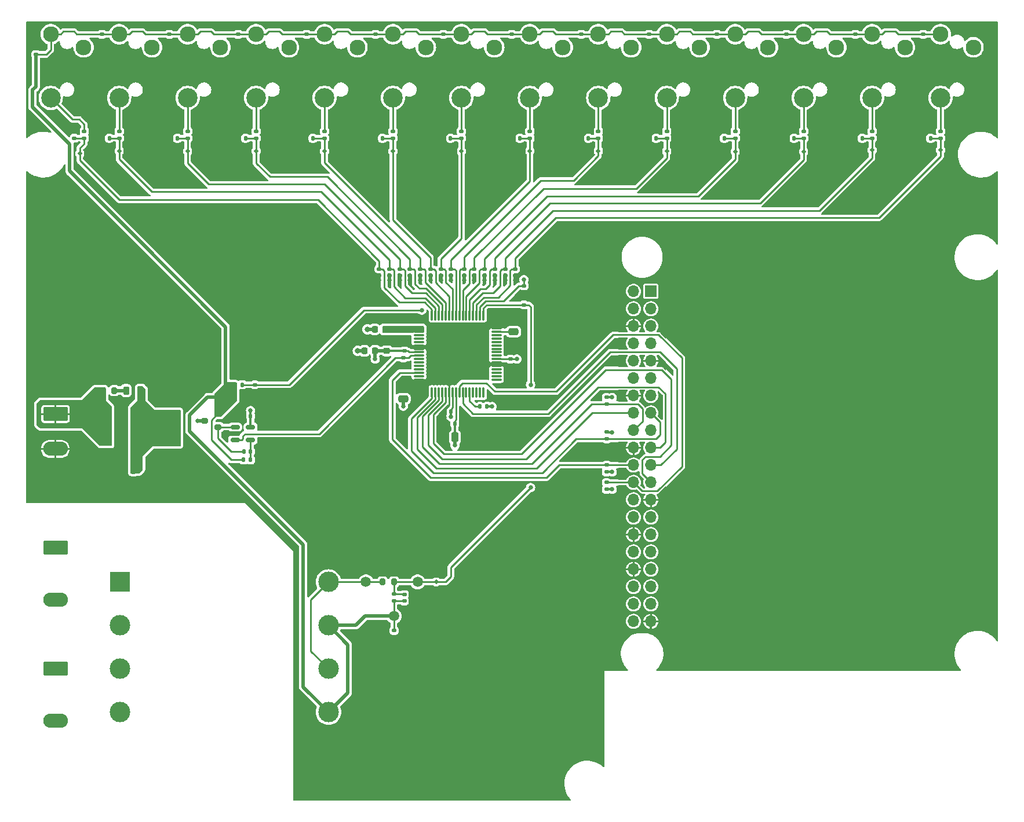
<source format=gtl>
%TF.GenerationSoftware,KiCad,Pcbnew,7.0.1*%
%TF.CreationDate,2023-09-05T22:58:42-07:00*%
%TF.ProjectId,Power_Meter_RPi_Hat_HW,506f7765-725f-44d6-9574-65725f525069,rev?*%
%TF.SameCoordinates,PX686d660PY8f0d180*%
%TF.FileFunction,Copper,L1,Top*%
%TF.FilePolarity,Positive*%
%FSLAX46Y46*%
G04 Gerber Fmt 4.6, Leading zero omitted, Abs format (unit mm)*
G04 Created by KiCad (PCBNEW 7.0.1) date 2023-09-05 22:58:42*
%MOMM*%
%LPD*%
G01*
G04 APERTURE LIST*
G04 Aperture macros list*
%AMRoundRect*
0 Rectangle with rounded corners*
0 $1 Rounding radius*
0 $2 $3 $4 $5 $6 $7 $8 $9 X,Y pos of 4 corners*
0 Add a 4 corners polygon primitive as box body*
4,1,4,$2,$3,$4,$5,$6,$7,$8,$9,$2,$3,0*
0 Add four circle primitives for the rounded corners*
1,1,$1+$1,$2,$3*
1,1,$1+$1,$4,$5*
1,1,$1+$1,$6,$7*
1,1,$1+$1,$8,$9*
0 Add four rect primitives between the rounded corners*
20,1,$1+$1,$2,$3,$4,$5,0*
20,1,$1+$1,$4,$5,$6,$7,0*
20,1,$1+$1,$6,$7,$8,$9,0*
20,1,$1+$1,$8,$9,$2,$3,0*%
G04 Aperture macros list end*
%TA.AperFunction,ComponentPad*%
%ADD10C,2.300000*%
%TD*%
%TA.AperFunction,ComponentPad*%
%ADD11C,2.850000*%
%TD*%
%TA.AperFunction,SMDPad,CuDef*%
%ADD12C,1.500000*%
%TD*%
%TA.AperFunction,SMDPad,CuDef*%
%ADD13RoundRect,0.200000X-0.200000X-0.275000X0.200000X-0.275000X0.200000X0.275000X-0.200000X0.275000X0*%
%TD*%
%TA.AperFunction,SMDPad,CuDef*%
%ADD14RoundRect,0.218750X-0.218750X-0.381250X0.218750X-0.381250X0.218750X0.381250X-0.218750X0.381250X0*%
%TD*%
%TA.AperFunction,SMDPad,CuDef*%
%ADD15R,1.700000X5.700000*%
%TD*%
%TA.AperFunction,SMDPad,CuDef*%
%ADD16RoundRect,0.225000X0.225000X0.250000X-0.225000X0.250000X-0.225000X-0.250000X0.225000X-0.250000X0*%
%TD*%
%TA.AperFunction,SMDPad,CuDef*%
%ADD17RoundRect,0.250000X-0.650000X0.325000X-0.650000X-0.325000X0.650000X-0.325000X0.650000X0.325000X0*%
%TD*%
%TA.AperFunction,SMDPad,CuDef*%
%ADD18RoundRect,0.250000X0.650000X-0.325000X0.650000X0.325000X-0.650000X0.325000X-0.650000X-0.325000X0*%
%TD*%
%TA.AperFunction,ComponentPad*%
%ADD19O,3.600000X2.080000*%
%TD*%
%TA.AperFunction,ComponentPad*%
%ADD20RoundRect,0.249999X-1.550001X0.790001X-1.550001X-0.790001X1.550001X-0.790001X1.550001X0.790001X0*%
%TD*%
%TA.AperFunction,ComponentPad*%
%ADD21RoundRect,0.250001X-1.549999X0.799999X-1.549999X-0.799999X1.549999X-0.799999X1.549999X0.799999X0*%
%TD*%
%TA.AperFunction,ComponentPad*%
%ADD22O,3.600000X2.100000*%
%TD*%
%TA.AperFunction,SMDPad,CuDef*%
%ADD23RoundRect,0.112500X-0.187500X-0.112500X0.187500X-0.112500X0.187500X0.112500X-0.187500X0.112500X0*%
%TD*%
%TA.AperFunction,SMDPad,CuDef*%
%ADD24RoundRect,0.112500X0.187500X0.112500X-0.187500X0.112500X-0.187500X-0.112500X0.187500X-0.112500X0*%
%TD*%
%TA.AperFunction,SMDPad,CuDef*%
%ADD25RoundRect,0.112500X-0.112500X0.187500X-0.112500X-0.187500X0.112500X-0.187500X0.112500X0.187500X0*%
%TD*%
%TA.AperFunction,SMDPad,CuDef*%
%ADD26RoundRect,0.135000X-0.135000X-0.185000X0.135000X-0.185000X0.135000X0.185000X-0.135000X0.185000X0*%
%TD*%
%TA.AperFunction,SMDPad,CuDef*%
%ADD27RoundRect,0.140000X-0.170000X0.140000X-0.170000X-0.140000X0.170000X-0.140000X0.170000X0.140000X0*%
%TD*%
%TA.AperFunction,SMDPad,CuDef*%
%ADD28RoundRect,0.250000X0.475000X-0.250000X0.475000X0.250000X-0.475000X0.250000X-0.475000X-0.250000X0*%
%TD*%
%TA.AperFunction,SMDPad,CuDef*%
%ADD29RoundRect,0.135000X-0.185000X0.135000X-0.185000X-0.135000X0.185000X-0.135000X0.185000X0.135000X0*%
%TD*%
%TA.AperFunction,SMDPad,CuDef*%
%ADD30RoundRect,0.140000X0.170000X-0.140000X0.170000X0.140000X-0.170000X0.140000X-0.170000X-0.140000X0*%
%TD*%
%TA.AperFunction,SMDPad,CuDef*%
%ADD31RoundRect,0.140000X0.140000X0.170000X-0.140000X0.170000X-0.140000X-0.170000X0.140000X-0.170000X0*%
%TD*%
%TA.AperFunction,SMDPad,CuDef*%
%ADD32RoundRect,0.135000X0.185000X-0.135000X0.185000X0.135000X-0.185000X0.135000X-0.185000X-0.135000X0*%
%TD*%
%TA.AperFunction,SMDPad,CuDef*%
%ADD33RoundRect,0.218750X-0.218750X-0.256250X0.218750X-0.256250X0.218750X0.256250X-0.218750X0.256250X0*%
%TD*%
%TA.AperFunction,SMDPad,CuDef*%
%ADD34RoundRect,0.250000X0.250000X0.475000X-0.250000X0.475000X-0.250000X-0.475000X0.250000X-0.475000X0*%
%TD*%
%TA.AperFunction,SMDPad,CuDef*%
%ADD35RoundRect,0.200000X0.300000X0.200000X-0.300000X0.200000X-0.300000X-0.200000X0.300000X-0.200000X0*%
%TD*%
%TA.AperFunction,ComponentPad*%
%ADD36R,1.700000X1.700000*%
%TD*%
%TA.AperFunction,ComponentPad*%
%ADD37O,1.700000X1.700000*%
%TD*%
%TA.AperFunction,SMDPad,CuDef*%
%ADD38RoundRect,0.140000X-0.140000X-0.170000X0.140000X-0.170000X0.140000X0.170000X-0.140000X0.170000X0*%
%TD*%
%TA.AperFunction,SMDPad,CuDef*%
%ADD39RoundRect,0.225000X0.250000X-0.225000X0.250000X0.225000X-0.250000X0.225000X-0.250000X-0.225000X0*%
%TD*%
%TA.AperFunction,SMDPad,CuDef*%
%ADD40RoundRect,0.150000X-0.512500X-0.150000X0.512500X-0.150000X0.512500X0.150000X-0.512500X0.150000X0*%
%TD*%
%TA.AperFunction,SMDPad,CuDef*%
%ADD41RoundRect,0.135000X0.135000X0.185000X-0.135000X0.185000X-0.135000X-0.185000X0.135000X-0.185000X0*%
%TD*%
%TA.AperFunction,ComponentPad*%
%ADD42R,3.000000X3.000000*%
%TD*%
%TA.AperFunction,ComponentPad*%
%ADD43C,3.000000*%
%TD*%
%TA.AperFunction,SMDPad,CuDef*%
%ADD44R,7.000000X7.000000*%
%TD*%
%TA.AperFunction,SMDPad,CuDef*%
%ADD45RoundRect,0.075000X0.662500X-0.075000X0.662500X0.075000X-0.662500X0.075000X-0.662500X-0.075000X0*%
%TD*%
%TA.AperFunction,SMDPad,CuDef*%
%ADD46RoundRect,0.075000X0.075000X-0.662500X0.075000X0.662500X-0.075000X0.662500X-0.075000X-0.662500X0*%
%TD*%
%TA.AperFunction,ViaPad*%
%ADD47C,0.650000*%
%TD*%
%TA.AperFunction,ViaPad*%
%ADD48C,0.800000*%
%TD*%
%TA.AperFunction,Conductor*%
%ADD49C,0.250000*%
%TD*%
%TA.AperFunction,Conductor*%
%ADD50C,0.500000*%
%TD*%
%TA.AperFunction,Conductor*%
%ADD51C,0.350000*%
%TD*%
G04 APERTURE END LIST*
D10*
%TO.P,J17,R*%
%TO.N,unconnected-(J17-PadR)*%
X8900000Y110700000D03*
%TO.P,J17,S*%
%TO.N,REF_2P5_BUF*%
X4100000Y112600000D03*
D11*
%TO.P,J17,T*%
%TO.N,/Connectors/I_SNS_IN_13*%
X4100000Y103300000D03*
%TD*%
D10*
%TO.P,J16,R*%
%TO.N,unconnected-(J16-PadR)*%
X18900000Y110700000D03*
%TO.P,J16,S*%
%TO.N,REF_2P5_BUF*%
X14100000Y112600000D03*
D11*
%TO.P,J16,T*%
%TO.N,/Connectors/I_SNS_IN_12*%
X14100000Y103300000D03*
%TD*%
D10*
%TO.P,J14,R*%
%TO.N,unconnected-(J14-PadR)*%
X28900000Y110700000D03*
%TO.P,J14,S*%
%TO.N,REF_2P5_BUF*%
X24100000Y112600000D03*
D11*
%TO.P,J14,T*%
%TO.N,/Connectors/I_SNS_IN_11*%
X24100000Y103300000D03*
%TD*%
D10*
%TO.P,J13,R*%
%TO.N,unconnected-(J13-PadR)*%
X38900000Y110700000D03*
%TO.P,J13,S*%
%TO.N,REF_2P5_BUF*%
X34100000Y112600000D03*
D11*
%TO.P,J13,T*%
%TO.N,/Connectors/I_SNS_IN_10*%
X34100000Y103300000D03*
%TD*%
D10*
%TO.P,J12,R*%
%TO.N,unconnected-(J12-PadR)*%
X48900000Y110700000D03*
%TO.P,J12,S*%
%TO.N,REF_2P5_BUF*%
X44100000Y112600000D03*
D11*
%TO.P,J12,T*%
%TO.N,/Connectors/I_SNS_IN_9*%
X44100000Y103300000D03*
%TD*%
D10*
%TO.P,J11,R*%
%TO.N,unconnected-(J11-PadR)*%
X58900000Y110700000D03*
%TO.P,J11,S*%
%TO.N,REF_2P5_BUF*%
X54100000Y112600000D03*
D11*
%TO.P,J11,T*%
%TO.N,/Connectors/I_SNS_IN_8*%
X54100000Y103300000D03*
%TD*%
D10*
%TO.P,J10,R*%
%TO.N,unconnected-(J10-PadR)*%
X68900000Y110700000D03*
%TO.P,J10,S*%
%TO.N,REF_2P5_BUF*%
X64100000Y112600000D03*
D11*
%TO.P,J10,T*%
%TO.N,/Connectors/I_SNS_IN_7*%
X64100000Y103300000D03*
%TD*%
D10*
%TO.P,J9,R*%
%TO.N,unconnected-(J9-PadR)*%
X78900000Y110700000D03*
%TO.P,J9,S*%
%TO.N,REF_2P5_BUF*%
X74100000Y112600000D03*
D11*
%TO.P,J9,T*%
%TO.N,/Connectors/I_SNS_IN_6*%
X74100000Y103300000D03*
%TD*%
D10*
%TO.P,J8,R*%
%TO.N,unconnected-(J8-PadR)*%
X88900000Y110700000D03*
%TO.P,J8,S*%
%TO.N,REF_2P5_BUF*%
X84100000Y112600000D03*
D11*
%TO.P,J8,T*%
%TO.N,/Connectors/I_SNS_IN_5*%
X84100000Y103300000D03*
%TD*%
D10*
%TO.P,J7,R*%
%TO.N,unconnected-(J7-PadR)*%
X98900000Y110700000D03*
%TO.P,J7,S*%
%TO.N,REF_2P5_BUF*%
X94100000Y112600000D03*
D11*
%TO.P,J7,T*%
%TO.N,/Connectors/I_SNS_IN_4*%
X94100000Y103300000D03*
%TD*%
D10*
%TO.P,J6,R*%
%TO.N,unconnected-(J6-PadR)*%
X108900000Y110700000D03*
%TO.P,J6,S*%
%TO.N,REF_2P5_BUF*%
X104100000Y112600000D03*
D11*
%TO.P,J6,T*%
%TO.N,/Connectors/I_SNS_IN_3*%
X104100000Y103300000D03*
%TD*%
D10*
%TO.P,J5,R*%
%TO.N,unconnected-(J5-PadR)*%
X118900000Y110700000D03*
%TO.P,J5,S*%
%TO.N,REF_2P5_BUF*%
X114100000Y112600000D03*
D11*
%TO.P,J5,T*%
%TO.N,/Connectors/I_SNS_IN_2*%
X114100000Y103300000D03*
%TD*%
D10*
%TO.P,J4,R*%
%TO.N,unconnected-(J4-PadR)*%
X128900000Y110700000D03*
%TO.P,J4,S*%
%TO.N,REF_2P5_BUF*%
X124100000Y112600000D03*
D11*
%TO.P,J4,T*%
%TO.N,/Connectors/I_SNS_IN_1*%
X124100000Y103300000D03*
%TD*%
D10*
%TO.P,J3,R*%
%TO.N,unconnected-(J3-PadR)*%
X138900000Y110700000D03*
%TO.P,J3,S*%
%TO.N,REF_2P5_BUF*%
X134100000Y112600000D03*
D11*
%TO.P,J3,T*%
%TO.N,/Connectors/I_SNS_IN_0*%
X134100000Y103300000D03*
%TD*%
D12*
%TO.P,TP4,1,1*%
%TO.N,GND*%
X54250000Y22350000D03*
%TD*%
%TO.P,TP3,1,1*%
%TO.N,REF_2P5_BUF*%
X54250000Y27500000D03*
%TD*%
D13*
%TO.P,R16,1*%
%TO.N,/Connectors/V-5P0_EXT*%
X11725000Y60500000D03*
%TO.P,R16,2*%
%TO.N,/Connectors/DAMP*%
X13375000Y60500000D03*
%TD*%
D14*
%TO.P,L2,1,1*%
%TO.N,/Connectors/DAMP*%
X15125000Y60500000D03*
%TO.P,L2,2,2*%
%TO.N,+5V*%
X17250000Y60500000D03*
%TD*%
D15*
%TO.P,L1,1,1*%
%TO.N,/Connectors/V-5P0_EXT*%
X12150000Y55250000D03*
%TO.P,L1,2,2*%
%TO.N,+5V*%
X16650000Y55250000D03*
%TD*%
D16*
%TO.P,C66,1*%
%TO.N,+5V*%
X16200000Y50450000D03*
%TO.P,C66,2*%
%TO.N,GND*%
X14650000Y50450000D03*
%TD*%
%TO.P,C65,1*%
%TO.N,+5V*%
X16200000Y48800000D03*
%TO.P,C65,2*%
%TO.N,GND*%
X14650000Y48800000D03*
%TD*%
D17*
%TO.P,C64,1*%
%TO.N,+5V*%
X19650000Y52950000D03*
%TO.P,C64,2*%
%TO.N,GND*%
X19650000Y50000000D03*
%TD*%
%TO.P,C63,1*%
%TO.N,+5V*%
X22150000Y52950000D03*
%TO.P,C63,2*%
%TO.N,GND*%
X22150000Y50000000D03*
%TD*%
D18*
%TO.P,C62,1*%
%TO.N,+5V*%
X22150000Y57050000D03*
%TO.P,C62,2*%
%TO.N,GND*%
X22150000Y60000000D03*
%TD*%
%TO.P,C61,1*%
%TO.N,+5V*%
X19600000Y57050000D03*
%TO.P,C61,2*%
%TO.N,GND*%
X19600000Y60000000D03*
%TD*%
D19*
%TO.P,J18,2,Pin_2*%
%TO.N,GND*%
X4777500Y51960000D03*
D20*
%TO.P,J18,1,Pin_1*%
%TO.N,/Connectors/V-5P0_EXT*%
X4777500Y57040000D03*
%TD*%
D21*
%TO.P,J2,1,Pin_1*%
%TO.N,/Connectors/MAINS_N2*%
X4777500Y19810000D03*
D22*
%TO.P,J2,2,Pin_2*%
%TO.N,/Connectors/MAINS_PH2*%
X4777500Y12190000D03*
%TD*%
D21*
%TO.P,J1,1,Pin_1*%
%TO.N,/Connectors/MAINS_PH1*%
X4777500Y37500000D03*
D22*
%TO.P,J1,2,Pin_2*%
%TO.N,/Connectors/MAINS_N1*%
X4777500Y29880000D03*
%TD*%
D23*
%TO.P,D15,1,K*%
%TO.N,I_SNS_IN_13_FILT*%
X8350000Y95150000D03*
%TO.P,D15,2,A*%
%TO.N,GND*%
X10450000Y95150000D03*
%TD*%
D24*
%TO.P,D14,1,K*%
%TO.N,I_SNS_IN_12_FILT*%
X14100000Y95550000D03*
%TO.P,D14,2,A*%
%TO.N,GND*%
X12000000Y95550000D03*
%TD*%
%TO.P,D13,1,K*%
%TO.N,I_SNS_IN_11_FILT*%
X24100000Y95500000D03*
%TO.P,D13,2,A*%
%TO.N,GND*%
X22000000Y95500000D03*
%TD*%
%TO.P,D12,1,K*%
%TO.N,I_SNS_IN_10_FILT*%
X34100000Y95550000D03*
%TO.P,D12,2,A*%
%TO.N,GND*%
X32000000Y95550000D03*
%TD*%
%TO.P,D11,1,K*%
%TO.N,I_SNS_IN_9_FILT*%
X44100000Y95500000D03*
%TO.P,D11,2,A*%
%TO.N,GND*%
X42000000Y95500000D03*
%TD*%
%TO.P,D10,1,K*%
%TO.N,I_SNS_IN_8_FILT*%
X54100000Y95500000D03*
%TO.P,D10,2,A*%
%TO.N,GND*%
X52000000Y95500000D03*
%TD*%
%TO.P,D9,1,K*%
%TO.N,I_SNS_IN_7_FILT*%
X64100000Y95500000D03*
%TO.P,D9,2,A*%
%TO.N,GND*%
X62000000Y95500000D03*
%TD*%
D25*
%TO.P,D8,1,K*%
%TO.N,V_SNS_PH1_FILT*%
X60400000Y32500000D03*
%TO.P,D8,2,A*%
%TO.N,GND*%
X60400000Y30400000D03*
%TD*%
D24*
%TO.P,D7,1,K*%
%TO.N,I_SNS_IN_6_FILT*%
X74100000Y95550000D03*
%TO.P,D7,2,A*%
%TO.N,GND*%
X72000000Y95550000D03*
%TD*%
%TO.P,D6,1,K*%
%TO.N,I_SNS_IN_5_FILT*%
X84100000Y95550000D03*
%TO.P,D6,2,A*%
%TO.N,GND*%
X82000000Y95550000D03*
%TD*%
%TO.P,D5,1,K*%
%TO.N,I_SNS_IN_4_FILT*%
X94100000Y95500000D03*
%TO.P,D5,2,A*%
%TO.N,GND*%
X92000000Y95500000D03*
%TD*%
%TO.P,D4,1,K*%
%TO.N,I_SNS_IN_3_FILT*%
X104100000Y95450000D03*
%TO.P,D4,2,A*%
%TO.N,GND*%
X102000000Y95450000D03*
%TD*%
%TO.P,D3,1,K*%
%TO.N,I_SNS_IN_2_FILT*%
X114100000Y95450000D03*
%TO.P,D3,2,A*%
%TO.N,GND*%
X112000000Y95450000D03*
%TD*%
%TO.P,D2,1,K*%
%TO.N,I_SNS_IN_1_FILT*%
X124100000Y95650000D03*
%TO.P,D2,2,A*%
%TO.N,GND*%
X122000000Y95650000D03*
%TD*%
%TO.P,D1,1,K*%
%TO.N,I_SNS_IN_0_FILT*%
X134100000Y95650000D03*
%TO.P,D1,2,A*%
%TO.N,GND*%
X132000000Y95650000D03*
%TD*%
D26*
%TO.P,R14,1*%
%TO.N,REF_2P5_BUF*%
X31050000Y61350000D03*
%TO.P,R14,2*%
%TO.N,V_SNS_PH2_FILT*%
X32070000Y61350000D03*
%TD*%
D27*
%TO.P,C48,1*%
%TO.N,REF_2P5_BUF*%
X21450000Y112600000D03*
%TO.P,C48,2*%
%TO.N,GND*%
X21450000Y111640000D03*
%TD*%
%TO.P,C25,1*%
%TO.N,I_SNS_IN_9_FILT*%
X58080000Y78250000D03*
%TO.P,C25,2*%
%TO.N,GND*%
X58080000Y77290000D03*
%TD*%
D28*
%TO.P,C59,1*%
%TO.N,+3V3*%
X55600000Y59300000D03*
%TO.P,C59,2*%
%TO.N,GND*%
X55600000Y61200000D03*
%TD*%
D29*
%TO.P,R12,1*%
%TO.N,/Connectors/I_SNS_IN_4*%
X94100000Y98420000D03*
%TO.P,R12,2*%
%TO.N,I_SNS_IN_4_FILT*%
X94100000Y97400000D03*
%TD*%
D27*
%TO.P,C23,1*%
%TO.N,I_SNS_IN_7_FILT*%
X61080000Y78250000D03*
%TO.P,C23,2*%
%TO.N,GND*%
X61080000Y77290000D03*
%TD*%
%TO.P,C27,1*%
%TO.N,REF_2P5_BUF*%
X101400000Y112600000D03*
%TO.P,C27,2*%
%TO.N,GND*%
X101400000Y111640000D03*
%TD*%
D29*
%TO.P,R21,1*%
%TO.N,/Connectors/I_SNS_IN_9*%
X44100000Y98420000D03*
%TO.P,R21,2*%
%TO.N,I_SNS_IN_9_FILT*%
X44100000Y97400000D03*
%TD*%
D30*
%TO.P,C57,2*%
%TO.N,GND*%
X1950000Y110610000D03*
%TO.P,C57,1*%
%TO.N,REF_2P5_BUF*%
X1950000Y109650000D03*
%TD*%
D29*
%TO.P,R20,1*%
%TO.N,/Connectors/I_SNS_IN_8*%
X54100000Y98420000D03*
%TO.P,R20,2*%
%TO.N,I_SNS_IN_8_FILT*%
X54100000Y97400000D03*
%TD*%
D27*
%TO.P,C45,1*%
%TO.N,REF_2P5_BUF*%
X51550000Y112600000D03*
%TO.P,C45,2*%
%TO.N,GND*%
X51550000Y111640000D03*
%TD*%
D13*
%TO.P,R6,1*%
%TO.N,REF_2P5_BUF*%
X30900000Y59500000D03*
%TO.P,R6,2*%
%TO.N,GND*%
X32550000Y59500000D03*
%TD*%
D31*
%TO.P,C8,1*%
%TO.N,+5V*%
X63130000Y55650000D03*
%TO.P,C8,2*%
%TO.N,GND*%
X62170000Y55650000D03*
%TD*%
D27*
%TO.P,C55,1*%
%TO.N,REF_2P5_BUF*%
X11550000Y112600000D03*
%TO.P,C55,2*%
%TO.N,GND*%
X11550000Y111640000D03*
%TD*%
D12*
%TO.P,TP2,1,1*%
%TO.N,V_SNS_PH1_FILT*%
X57700000Y32500000D03*
%TD*%
D27*
%TO.P,C22,2*%
%TO.N,GND*%
X62580000Y77290000D03*
%TO.P,C22,1*%
%TO.N,I_SNS_IN_6_FILT*%
X62580000Y78250000D03*
%TD*%
%TO.P,C21,2*%
%TO.N,GND*%
X64480000Y77310000D03*
%TO.P,C21,1*%
%TO.N,I_SNS_IN_5_FILT*%
X64480000Y78270000D03*
%TD*%
D29*
%TO.P,R10,1*%
%TO.N,/Connectors/I_SNS_IN_2*%
X114100000Y98420000D03*
%TO.P,R10,2*%
%TO.N,I_SNS_IN_2_FILT*%
X114100000Y97400000D03*
%TD*%
D27*
%TO.P,C20,2*%
%TO.N,GND*%
X65980000Y77320000D03*
%TO.P,C20,1*%
%TO.N,I_SNS_IN_4_FILT*%
X65980000Y78280000D03*
%TD*%
%TO.P,C33,1*%
%TO.N,REF_2P5_BUF*%
X81600000Y112600000D03*
%TO.P,C33,2*%
%TO.N,GND*%
X81600000Y111640000D03*
%TD*%
D32*
%TO.P,R5,1*%
%TO.N,+3V3*%
X85300000Y48580000D03*
%TO.P,R5,2*%
%TO.N,AMC_ALARMB*%
X85300000Y49600000D03*
%TD*%
D31*
%TO.P,C38,1*%
%TO.N,I_SNS_IN_4_FILT*%
X92550000Y97400000D03*
%TO.P,C38,2*%
%TO.N,GND*%
X91590000Y97400000D03*
%TD*%
D29*
%TO.P,R25,1*%
%TO.N,/Connectors/I_SNS_IN_13*%
X9000000Y98420000D03*
%TO.P,R25,2*%
%TO.N,I_SNS_IN_13_FILT*%
X9000000Y97400000D03*
%TD*%
%TO.P,R2,1*%
%TO.N,+3V3*%
X85300000Y59510000D03*
%TO.P,R2,2*%
%TO.N,AMC_CNVTB*%
X85300000Y58490000D03*
%TD*%
D27*
%TO.P,C16,2*%
%TO.N,GND*%
X71980000Y77310000D03*
%TO.P,C16,1*%
%TO.N,I_SNS_IN_0_FILT*%
X71980000Y78270000D03*
%TD*%
%TO.P,C46,1*%
%TO.N,REF_2P5_BUF*%
X41500000Y112600000D03*
%TO.P,C46,2*%
%TO.N,GND*%
X41500000Y111640000D03*
%TD*%
D31*
%TO.P,C51,1*%
%TO.N,I_SNS_IN_8_FILT*%
X52560000Y97400000D03*
%TO.P,C51,2*%
%TO.N,GND*%
X51600000Y97400000D03*
%TD*%
D33*
%TO.P,FB1,1,1*%
%TO.N,+5V*%
X49925000Y66300000D03*
%TO.P,FB1,2,2*%
%TO.N,/Inputs and ADC/V-5P0_DAC*%
X51500000Y66300000D03*
%TD*%
D27*
%TO.P,C15,2*%
%TO.N,GND*%
X73250000Y74840000D03*
%TO.P,C15,1*%
%TO.N,V_SNS_PH2_FILT*%
X73250000Y75800000D03*
%TD*%
D30*
%TO.P,C58,1*%
%TO.N,I_SNS_IN_13_FILT*%
X7550000Y97400000D03*
%TO.P,C58,2*%
%TO.N,GND*%
X7550000Y98360000D03*
%TD*%
D34*
%TO.P,C60,1*%
%TO.N,+5V*%
X63150000Y53650000D03*
%TO.P,C60,2*%
%TO.N,GND*%
X61250000Y53650000D03*
%TD*%
D27*
%TO.P,C41,1*%
%TO.N,V_SNS_PH2_FILT*%
X33900000Y61350000D03*
%TO.P,C41,2*%
%TO.N,GND*%
X33900000Y60390000D03*
%TD*%
D35*
%TO.P,Q1,3,C*%
%TO.N,+5V*%
X26550000Y56100000D03*
%TO.P,Q1,2,E*%
%TO.N,REF_2P5_BUF*%
X28550000Y57050000D03*
%TO.P,Q1,1,B*%
%TO.N,/Inputs and ADC/REF_BUF_DRV*%
X28550000Y55150000D03*
%TD*%
D27*
%TO.P,C43,1*%
%TO.N,REF_2P5_BUF*%
X71450000Y112600000D03*
%TO.P,C43,2*%
%TO.N,GND*%
X71450000Y111640000D03*
%TD*%
D36*
%TO.P,J15,1,3V3*%
%TO.N,+3V3*%
X91790000Y75000000D03*
D37*
%TO.P,J15,2,5V*%
%TO.N,+5V*%
X89250000Y75000000D03*
%TO.P,J15,3,SDA/GPIO2*%
%TO.N,unconnected-(J15-SDA{slash}GPIO2-Pad3)*%
X91790000Y72460000D03*
%TO.P,J15,4,5V*%
%TO.N,+5V*%
X89250000Y72460000D03*
%TO.P,J15,5,SCL/GPIO3*%
%TO.N,unconnected-(J15-SCL{slash}GPIO3-Pad5)*%
X91790000Y69920000D03*
%TO.P,J15,6,GND*%
%TO.N,GND*%
X89250000Y69920000D03*
%TO.P,J15,7,GCLK0/GPIO4*%
%TO.N,unconnected-(J15-GCLK0{slash}GPIO4-Pad7)*%
X91790000Y67380000D03*
%TO.P,J15,8,GPIO14/TXD*%
%TO.N,unconnected-(J15-GPIO14{slash}TXD-Pad8)*%
X89250000Y67380000D03*
%TO.P,J15,9,GND*%
%TO.N,GND*%
X91790000Y64840000D03*
%TO.P,J15,10,GPIO15/RXD*%
%TO.N,unconnected-(J15-GPIO15{slash}RXD-Pad10)*%
X89250000Y64840000D03*
%TO.P,J15,11,GPIO17*%
%TO.N,unconnected-(J15-GPIO17-Pad11)*%
X91790000Y62300000D03*
%TO.P,J15,12,GPIO18/PWM0*%
%TO.N,unconnected-(J15-GPIO18{slash}PWM0-Pad12)*%
X89250000Y62300000D03*
%TO.P,J15,13,GPIO27*%
%TO.N,unconnected-(J15-GPIO27-Pad13)*%
X91790000Y59760000D03*
%TO.P,J15,14,GND*%
%TO.N,GND*%
X89250000Y59760000D03*
%TO.P,J15,15,GPIO22*%
%TO.N,AMC_RESETB*%
X91790000Y57220000D03*
%TO.P,J15,16,GPIO23*%
%TO.N,AMC_DAVB*%
X89250000Y57220000D03*
%TO.P,J15,17,3V3*%
%TO.N,+3V3*%
X91790000Y54680000D03*
%TO.P,J15,18,GPIO24*%
%TO.N,AMC_CNVTB*%
X89250000Y54680000D03*
%TO.P,J15,19,MOSI0/GPIO10*%
%TO.N,SPI_MOSI*%
X91790000Y52140000D03*
%TO.P,J15,20,GND*%
%TO.N,GND*%
X89250000Y52140000D03*
%TO.P,J15,21,MISO0/GPIO9*%
%TO.N,SPI_MISO*%
X91790000Y49600000D03*
%TO.P,J15,22,GPIO25*%
%TO.N,AMC_ALARMB*%
X89250000Y49600000D03*
%TO.P,J15,23,SCLK0/GPIO11*%
%TO.N,SPI_SCLK*%
X91790000Y47060000D03*
%TO.P,J15,24,~{CE0}/GPIO8*%
%TO.N,AMC_CSB*%
X89250000Y47060000D03*
%TO.P,J15,25,GND*%
%TO.N,GND*%
X91790000Y44520000D03*
%TO.P,J15,26,~{CE1}/GPIO7*%
%TO.N,unconnected-(J15-~{CE1}{slash}GPIO7-Pad26)*%
X89250000Y44520000D03*
%TO.P,J15,27,ID_SD/GPIO0*%
%TO.N,unconnected-(J15-ID_SD{slash}GPIO0-Pad27)*%
X91790000Y41980000D03*
%TO.P,J15,28,ID_SC/GPIO1*%
%TO.N,unconnected-(J15-ID_SC{slash}GPIO1-Pad28)*%
X89250000Y41980000D03*
%TO.P,J15,29,GCLK1/GPIO5*%
%TO.N,unconnected-(J15-GCLK1{slash}GPIO5-Pad29)*%
X91790000Y39440000D03*
%TO.P,J15,30,GND*%
%TO.N,GND*%
X89250000Y39440000D03*
%TO.P,J15,31,GCLK2/GPIO6*%
%TO.N,unconnected-(J15-GCLK2{slash}GPIO6-Pad31)*%
X91790000Y36900000D03*
%TO.P,J15,32,PWM0/GPIO12*%
%TO.N,unconnected-(J15-PWM0{slash}GPIO12-Pad32)*%
X89250000Y36900000D03*
%TO.P,J15,33,PWM1/GPIO13*%
%TO.N,unconnected-(J15-PWM1{slash}GPIO13-Pad33)*%
X91790000Y34360000D03*
%TO.P,J15,34,GND*%
%TO.N,GND*%
X89250000Y34360000D03*
%TO.P,J15,35,GPIO19/MISO1*%
%TO.N,unconnected-(J15-GPIO19{slash}MISO1-Pad35)*%
X91790000Y31820000D03*
%TO.P,J15,36,GPIO16*%
%TO.N,unconnected-(J15-GPIO16-Pad36)*%
X89250000Y31820000D03*
%TO.P,J15,37,GPIO26*%
%TO.N,unconnected-(J15-GPIO26-Pad37)*%
X91790000Y29280000D03*
%TO.P,J15,38,GPIO20/MOSI1*%
%TO.N,unconnected-(J15-GPIO20{slash}MOSI1-Pad38)*%
X89250000Y29280000D03*
%TO.P,J15,39,GND*%
%TO.N,GND*%
X91790000Y26740000D03*
%TO.P,J15,40,GPIO21/SCLK1*%
%TO.N,unconnected-(J15-GPIO21{slash}SCLK1-Pad40)*%
X89250000Y26740000D03*
%TD*%
D29*
%TO.P,R22,1*%
%TO.N,/Connectors/I_SNS_IN_10*%
X34100000Y98420000D03*
%TO.P,R22,2*%
%TO.N,I_SNS_IN_10_FILT*%
X34100000Y97400000D03*
%TD*%
D27*
%TO.P,C9,1*%
%TO.N,/Inputs and ADC/AMC_REF_OUT*%
X55600000Y65250000D03*
%TO.P,C9,2*%
%TO.N,GND*%
X55600000Y64290000D03*
%TD*%
D31*
%TO.P,C56,1*%
%TO.N,I_SNS_IN_12_FILT*%
X12650000Y97400000D03*
%TO.P,C56,2*%
%TO.N,GND*%
X11690000Y97400000D03*
%TD*%
D27*
%TO.P,C40,1*%
%TO.N,REF_2P5_BUF*%
X54250000Y25400000D03*
%TO.P,C40,2*%
%TO.N,GND*%
X54250000Y24440000D03*
%TD*%
D38*
%TO.P,C11,1*%
%TO.N,/Inputs and ADC/REF_BUF_DRV*%
X32340000Y51600000D03*
%TO.P,C11,2*%
%TO.N,/Inputs and ADC/REF_BUF_FB*%
X33300000Y51600000D03*
%TD*%
D27*
%TO.P,C44,1*%
%TO.N,REF_2P5_BUF*%
X61450000Y112600000D03*
%TO.P,C44,2*%
%TO.N,GND*%
X61450000Y111640000D03*
%TD*%
D12*
%TO.P,TP5,1,1*%
%TO.N,/Connectors/V_SNS_PH1*%
X50150000Y32500000D03*
%TD*%
D39*
%TO.P,C4,1*%
%TO.N,/Inputs and ADC/V-5P0_DAC*%
X53200000Y66300000D03*
%TO.P,C4,2*%
%TO.N,GND*%
X53200000Y67850000D03*
%TD*%
D31*
%TO.P,C54,1*%
%TO.N,I_SNS_IN_11_FILT*%
X22600000Y97400000D03*
%TO.P,C54,2*%
%TO.N,GND*%
X21640000Y97400000D03*
%TD*%
%TO.P,C37,1*%
%TO.N,I_SNS_IN_3_FILT*%
X102500000Y97400000D03*
%TO.P,C37,2*%
%TO.N,GND*%
X101540000Y97400000D03*
%TD*%
D29*
%TO.P,R13,1*%
%TO.N,/Connectors/I_SNS_IN_5*%
X84100000Y98420000D03*
%TO.P,R13,2*%
%TO.N,I_SNS_IN_5_FILT*%
X84100000Y97400000D03*
%TD*%
%TO.P,R1,1*%
%TO.N,+3V3*%
X85300000Y54420000D03*
%TO.P,R1,2*%
%TO.N,AMC_RESETB*%
X85300000Y53400000D03*
%TD*%
D31*
%TO.P,C52,1*%
%TO.N,I_SNS_IN_9_FILT*%
X42400000Y97400000D03*
%TO.P,C52,2*%
%TO.N,GND*%
X41440000Y97400000D03*
%TD*%
D13*
%TO.P,R15,1*%
%TO.N,/Connectors/V_SNS_PH1*%
X52600000Y32500000D03*
%TO.P,R15,2*%
%TO.N,V_SNS_PH1_FILT*%
X54250000Y32500000D03*
%TD*%
D27*
%TO.P,C47,1*%
%TO.N,REF_2P5_BUF*%
X31450000Y112600000D03*
%TO.P,C47,2*%
%TO.N,GND*%
X31450000Y111640000D03*
%TD*%
D29*
%TO.P,R9,1*%
%TO.N,/Connectors/I_SNS_IN_1*%
X124100000Y98420000D03*
%TO.P,R9,2*%
%TO.N,I_SNS_IN_1_FILT*%
X124100000Y97400000D03*
%TD*%
D32*
%TO.P,R17,1*%
%TO.N,REF_2P5_BUF*%
X54250000Y29690000D03*
%TO.P,R17,2*%
%TO.N,V_SNS_PH1_FILT*%
X54250000Y30710000D03*
%TD*%
D30*
%TO.P,C6,1*%
%TO.N,/Inputs and ADC/V-5P0_ANLG*%
X56100000Y69650000D03*
%TO.P,C6,2*%
%TO.N,GND*%
X56100000Y70610000D03*
%TD*%
D28*
%TO.P,C3,1*%
%TO.N,/Inputs and ADC/ADC_REF_CMP*%
X71700000Y69100000D03*
%TO.P,C3,2*%
%TO.N,GND*%
X71700000Y71000000D03*
%TD*%
D29*
%TO.P,R19,1*%
%TO.N,/Connectors/I_SNS_IN_7*%
X64100000Y98420000D03*
%TO.P,R19,2*%
%TO.N,I_SNS_IN_7_FILT*%
X64100000Y97400000D03*
%TD*%
D40*
%TO.P,U2,1*%
%TO.N,/Inputs and ADC/REF_BUF_DRV*%
X31025000Y55150000D03*
%TO.P,U2,2,V-*%
%TO.N,GND*%
X31025000Y54200000D03*
%TO.P,U2,3,+*%
%TO.N,/Inputs and ADC/AMC_REF_OUT*%
X31025000Y53250000D03*
%TO.P,U2,4,-*%
%TO.N,/Inputs and ADC/REF_BUF_FB*%
X33300000Y53250000D03*
%TO.P,U2,5,V+*%
%TO.N,+5V*%
X33300000Y55150000D03*
%TD*%
D27*
%TO.P,C42,1*%
%TO.N,V_SNS_PH1_FILT*%
X55750000Y30660000D03*
%TO.P,C42,2*%
%TO.N,REF_2P5_BUF*%
X55750000Y29700000D03*
%TD*%
%TO.P,C18,2*%
%TO.N,GND*%
X68980000Y77310000D03*
%TO.P,C18,1*%
%TO.N,I_SNS_IN_2_FILT*%
X68980000Y78270000D03*
%TD*%
D30*
%TO.P,C7,1*%
%TO.N,/Inputs and ADC/V-5P0_DAC*%
X55750000Y66300000D03*
%TO.P,C7,2*%
%TO.N,GND*%
X55750000Y67260000D03*
%TD*%
D31*
%TO.P,C34,1*%
%TO.N,I_SNS_IN_0_FILT*%
X132650000Y97400000D03*
%TO.P,C34,2*%
%TO.N,GND*%
X131690000Y97400000D03*
%TD*%
%TO.P,C39,1*%
%TO.N,I_SNS_IN_5_FILT*%
X82650000Y97400000D03*
%TO.P,C39,2*%
%TO.N,GND*%
X81690000Y97400000D03*
%TD*%
%TO.P,C53,1*%
%TO.N,I_SNS_IN_10_FILT*%
X32550000Y97400000D03*
%TO.P,C53,2*%
%TO.N,GND*%
X31590000Y97400000D03*
%TD*%
D33*
%TO.P,FB2,1,1*%
%TO.N,+5V*%
X51425000Y69450000D03*
%TO.P,FB2,2,2*%
%TO.N,/Inputs and ADC/V-5P0_ANLG*%
X53000000Y69450000D03*
%TD*%
D27*
%TO.P,C14,2*%
%TO.N,GND*%
X73250000Y72070000D03*
%TO.P,C14,1*%
%TO.N,V_SNS_PH1_FILT*%
X73250000Y73030000D03*
%TD*%
D41*
%TO.P,R4,1*%
%TO.N,+3V3*%
X67820000Y58150000D03*
%TO.P,R4,2*%
%TO.N,/Inputs and ADC/SPI_SEL*%
X66800000Y58150000D03*
%TD*%
D27*
%TO.P,C17,2*%
%TO.N,GND*%
X70480000Y77310000D03*
%TO.P,C17,1*%
%TO.N,I_SNS_IN_1_FILT*%
X70480000Y78270000D03*
%TD*%
%TO.P,C29,1*%
%TO.N,I_SNS_IN_10_FILT*%
X56580000Y78250000D03*
%TO.P,C29,2*%
%TO.N,GND*%
X56580000Y77290000D03*
%TD*%
D39*
%TO.P,C5,1*%
%TO.N,/Inputs and ADC/V-5P0_ANLG*%
X54550000Y69450000D03*
%TO.P,C5,2*%
%TO.N,GND*%
X54550000Y71000000D03*
%TD*%
D31*
%TO.P,C35,1*%
%TO.N,I_SNS_IN_1_FILT*%
X122650000Y97400000D03*
%TO.P,C35,2*%
%TO.N,GND*%
X121690000Y97400000D03*
%TD*%
D42*
%TO.P,T1,1,1*%
%TO.N,/Connectors/MAINS_PH1*%
X14200000Y32500000D03*
D43*
%TO.P,T1,2,2*%
%TO.N,/Connectors/MAINS_N1*%
X14200000Y26150000D03*
%TO.P,T1,3,3*%
%TO.N,/Connectors/MAINS_N2*%
X14200000Y19800000D03*
%TO.P,T1,4,4*%
%TO.N,/Connectors/MAINS_PH2*%
X14200000Y13450000D03*
%TO.P,T1,5,5*%
%TO.N,/Connectors/V_SNS_PH1*%
X44680000Y32500000D03*
%TO.P,T1,6,6*%
%TO.N,REF_2P5_BUF*%
X44680000Y26150000D03*
%TO.P,T1,7,7*%
%TO.N,/Connectors/V_SNS_PH1*%
X44680000Y19800000D03*
%TO.P,T1,8,8*%
%TO.N,REF_2P5_BUF*%
X44680000Y13450000D03*
%TD*%
D27*
%TO.P,C2,1*%
%TO.N,/Inputs and ADC/V-5P0_DAC*%
X71250000Y65100000D03*
%TO.P,C2,2*%
%TO.N,GND*%
X71250000Y64140000D03*
%TD*%
D32*
%TO.P,R3,1*%
%TO.N,+3V3*%
X85300000Y46030000D03*
%TO.P,R3,2*%
%TO.N,AMC_CSB*%
X85300000Y47050000D03*
%TD*%
D27*
%TO.P,C26,1*%
%TO.N,REF_2P5_BUF*%
X111550000Y112600000D03*
%TO.P,C26,2*%
%TO.N,GND*%
X111550000Y111640000D03*
%TD*%
D29*
%TO.P,R18,1*%
%TO.N,/Connectors/I_SNS_IN_6*%
X74100000Y98420000D03*
%TO.P,R18,2*%
%TO.N,I_SNS_IN_6_FILT*%
X74100000Y97400000D03*
%TD*%
%TO.P,R23,1*%
%TO.N,/Connectors/I_SNS_IN_11*%
X24100000Y98420000D03*
%TO.P,R23,2*%
%TO.N,I_SNS_IN_11_FILT*%
X24100000Y97400000D03*
%TD*%
%TO.P,R8,1*%
%TO.N,/Connectors/I_SNS_IN_0*%
X134100000Y98420000D03*
%TO.P,R8,2*%
%TO.N,I_SNS_IN_0_FILT*%
X134100000Y97400000D03*
%TD*%
D27*
%TO.P,C31,1*%
%TO.N,I_SNS_IN_12_FILT*%
X53580000Y78270000D03*
%TO.P,C31,2*%
%TO.N,GND*%
X53580000Y77310000D03*
%TD*%
%TO.P,C32,1*%
%TO.N,I_SNS_IN_13_FILT*%
X52080000Y78270000D03*
%TO.P,C32,2*%
%TO.N,GND*%
X52080000Y77310000D03*
%TD*%
D12*
%TO.P,TP1,1,1*%
%TO.N,REF_2P5_BUF*%
X28900000Y59500000D03*
%TD*%
D31*
%TO.P,C50,1*%
%TO.N,I_SNS_IN_7_FILT*%
X62500000Y97400000D03*
%TO.P,C50,2*%
%TO.N,GND*%
X61540000Y97400000D03*
%TD*%
D41*
%TO.P,R7,1*%
%TO.N,/Inputs and ADC/REF_BUF_FB*%
X33300000Y50350000D03*
%TO.P,R7,2*%
%TO.N,REF_2P5_BUF*%
X32280000Y50350000D03*
%TD*%
D31*
%TO.P,C49,1*%
%TO.N,I_SNS_IN_6_FILT*%
X72650000Y97400000D03*
%TO.P,C49,2*%
%TO.N,GND*%
X71690000Y97400000D03*
%TD*%
D29*
%TO.P,R24,1*%
%TO.N,/Connectors/I_SNS_IN_12*%
X14100000Y98420000D03*
%TO.P,R24,2*%
%TO.N,I_SNS_IN_12_FILT*%
X14100000Y97400000D03*
%TD*%
%TO.P,R11,1*%
%TO.N,/Connectors/I_SNS_IN_3*%
X104100000Y98420000D03*
%TO.P,R11,2*%
%TO.N,I_SNS_IN_3_FILT*%
X104100000Y97400000D03*
%TD*%
D27*
%TO.P,C12,1*%
%TO.N,REF_2P5_BUF*%
X131550000Y112600000D03*
%TO.P,C12,2*%
%TO.N,GND*%
X131550000Y111640000D03*
%TD*%
%TO.P,C19,2*%
%TO.N,GND*%
X67480000Y77310000D03*
%TO.P,C19,1*%
%TO.N,I_SNS_IN_3_FILT*%
X67480000Y78270000D03*
%TD*%
D31*
%TO.P,C1,1*%
%TO.N,+3V3*%
X62580000Y57450000D03*
%TO.P,C1,2*%
%TO.N,GND*%
X61620000Y57450000D03*
%TD*%
D27*
%TO.P,C30,1*%
%TO.N,I_SNS_IN_11_FILT*%
X55080000Y78250000D03*
%TO.P,C30,2*%
%TO.N,GND*%
X55080000Y77290000D03*
%TD*%
%TO.P,C13,1*%
%TO.N,REF_2P5_BUF*%
X121650000Y112600000D03*
%TO.P,C13,2*%
%TO.N,GND*%
X121650000Y111640000D03*
%TD*%
%TO.P,C28,1*%
%TO.N,REF_2P5_BUF*%
X91500000Y112600000D03*
%TO.P,C28,2*%
%TO.N,GND*%
X91500000Y111640000D03*
%TD*%
D31*
%TO.P,C36,1*%
%TO.N,I_SNS_IN_2_FILT*%
X112700000Y97400000D03*
%TO.P,C36,2*%
%TO.N,GND*%
X111740000Y97400000D03*
%TD*%
%TO.P,C10,1*%
%TO.N,+5V*%
X33300000Y56750000D03*
%TO.P,C10,2*%
%TO.N,GND*%
X32340000Y56750000D03*
%TD*%
D27*
%TO.P,C24,1*%
%TO.N,I_SNS_IN_8_FILT*%
X59580000Y78250000D03*
%TO.P,C24,2*%
%TO.N,GND*%
X59580000Y77290000D03*
%TD*%
D44*
%TO.P,U1,65,EP*%
%TO.N,GND*%
X63550000Y65850000D03*
D45*
%TO.P,U1,64,DGND2*%
X57887500Y62100000D03*
%TO.P,U1,63,~{DAC-CLR-1}*%
%TO.N,unconnected-(U1-~{DAC-CLR-1}-Pad63)*%
X57887500Y62600000D03*
%TO.P,U1,62,~{ALARM}*%
%TO.N,AMC_ALARMB*%
X57887500Y63100000D03*
%TO.P,U1,61,DAC11-OUT*%
%TO.N,/Inputs and ADC/DAC11*%
X57887500Y63600000D03*
%TO.P,U1,60,DAC10-OUT*%
%TO.N,/Inputs and ADC/DAC10*%
X57887500Y64100000D03*
%TO.P,U1,59,DAC9-OUT*%
%TO.N,/Inputs and ADC/DAC9*%
X57887500Y64600000D03*
%TO.P,U1,58,REF-DAC*%
%TO.N,unconnected-(U1-REF-DAC-Pad58)*%
X57887500Y65100000D03*
%TO.P,U1,57,REF-OUT*%
%TO.N,/Inputs and ADC/AMC_REF_OUT*%
X57887500Y65600000D03*
%TO.P,U1,56,AVCC1*%
%TO.N,/Inputs and ADC/V-5P0_DAC*%
X57887500Y66100000D03*
%TO.P,U1,55,AGND2*%
%TO.N,GND*%
X57887500Y66600000D03*
%TO.P,U1,54,AGND1*%
X57887500Y67100000D03*
%TO.P,U1,53,DAC8-OUT*%
%TO.N,/Inputs and ADC/DAC8*%
X57887500Y67600000D03*
%TO.P,U1,52,DAC7-OUT*%
%TO.N,/Inputs and ADC/DAC7*%
X57887500Y68100000D03*
%TO.P,U1,51,DAC6-OUT*%
%TO.N,/Inputs and ADC/DAC6*%
X57887500Y68600000D03*
%TO.P,U1,50,AVDD2*%
%TO.N,/Inputs and ADC/V-5P0_ANLG*%
X57887500Y69100000D03*
%TO.P,U1,49,AVDD1*%
X57887500Y69600000D03*
D46*
%TO.P,U1,48,CH15*%
%TO.N,I_SNS_IN_13_FILT*%
X59800000Y71512500D03*
%TO.P,U1,47,CH14*%
%TO.N,I_SNS_IN_12_FILT*%
X60300000Y71512500D03*
%TO.P,U1,46,CH13*%
%TO.N,I_SNS_IN_11_FILT*%
X60800000Y71512500D03*
%TO.P,U1,45,CH12*%
%TO.N,I_SNS_IN_10_FILT*%
X61300000Y71512500D03*
%TO.P,U1,44,CH11*%
%TO.N,I_SNS_IN_9_FILT*%
X61800000Y71512500D03*
%TO.P,U1,43,CH10*%
%TO.N,I_SNS_IN_8_FILT*%
X62300000Y71512500D03*
%TO.P,U1,42,CH9*%
%TO.N,I_SNS_IN_7_FILT*%
X62800000Y71512500D03*
%TO.P,U1,41,CH8*%
%TO.N,I_SNS_IN_6_FILT*%
X63300000Y71512500D03*
%TO.P,U1,40,CH7*%
%TO.N,I_SNS_IN_5_FILT*%
X63800000Y71512500D03*
%TO.P,U1,39,CH6*%
%TO.N,I_SNS_IN_4_FILT*%
X64300000Y71512500D03*
%TO.P,U1,38,CH5*%
%TO.N,I_SNS_IN_3_FILT*%
X64800000Y71512500D03*
%TO.P,U1,37,CH4*%
%TO.N,I_SNS_IN_2_FILT*%
X65300000Y71512500D03*
%TO.P,U1,36,CH3*%
%TO.N,I_SNS_IN_1_FILT*%
X65800000Y71512500D03*
%TO.P,U1,35,CH2*%
%TO.N,I_SNS_IN_0_FILT*%
X66300000Y71512500D03*
%TO.P,U1,34,CH1*%
%TO.N,V_SNS_PH2_FILT*%
X66800000Y71512500D03*
%TO.P,U1,33,CH0*%
%TO.N,V_SNS_PH1_FILT*%
X67300000Y71512500D03*
D45*
%TO.P,U1,32,ADC-GND*%
%TO.N,GND*%
X69212500Y69600000D03*
%TO.P,U1,31,ADC-REF-IN/CMP*%
%TO.N,/Inputs and ADC/ADC_REF_CMP*%
X69212500Y69100000D03*
%TO.P,U1,30,D1+/GPIO-5*%
%TO.N,unconnected-(U1-D1+{slash}GPIO-5-Pad30)*%
X69212500Y68600000D03*
%TO.P,U1,29,D1-/GPIO-4*%
%TO.N,unconnected-(U1-D1-{slash}GPIO-4-Pad29)*%
X69212500Y68100000D03*
%TO.P,U1,28,D2+/GPIO-7*%
%TO.N,unconnected-(U1-D2+{slash}GPIO-7-Pad28)*%
X69212500Y67600000D03*
%TO.P,U1,27,D2-/GPIO-6*%
%TO.N,unconnected-(U1-D2-{slash}GPIO-6-Pad27)*%
X69212500Y67100000D03*
%TO.P,U1,26,DAC0-OUT*%
%TO.N,/Inputs and ADC/DAC0*%
X69212500Y66600000D03*
%TO.P,U1,25,DAC1-OUT*%
%TO.N,/Inputs and ADC/DAC1*%
X69212500Y66100000D03*
%TO.P,U1,24,DAC2-OUT*%
%TO.N,/Inputs and ADC/DAC2*%
X69212500Y65600000D03*
%TO.P,U1,23,AVCC2*%
%TO.N,/Inputs and ADC/V-5P0_DAC*%
X69212500Y65100000D03*
%TO.P,U1,22,AGND3*%
%TO.N,GND*%
X69212500Y64600000D03*
%TO.P,U1,21,AGND4*%
X69212500Y64100000D03*
%TO.P,U1,20,DAC3-OUT*%
%TO.N,/Inputs and ADC/DAC3*%
X69212500Y63600000D03*
%TO.P,U1,19,DAC4-OUT*%
%TO.N,/Inputs and ADC/DAC4*%
X69212500Y63100000D03*
%TO.P,U1,18,DAC5-OUT*%
%TO.N,/Inputs and ADC/DAC5*%
X69212500Y62600000D03*
%TO.P,U1,17,~{DAC-CLR-0}*%
%TO.N,unconnected-(U1-~{DAC-CLR-0}-Pad17)*%
X69212500Y62100000D03*
D46*
%TO.P,U1,16,GPIO-3*%
%TO.N,unconnected-(U1-GPIO-3-Pad16)*%
X67300000Y60187500D03*
%TO.P,U1,15,GPIO-2*%
%TO.N,unconnected-(U1-GPIO-2-Pad15)*%
X66800000Y60187500D03*
%TO.P,U1,14,GPIO-1*%
%TO.N,unconnected-(U1-GPIO-1-Pad14)*%
X66300000Y60187500D03*
%TO.P,U1,13,GPIO-0*%
%TO.N,unconnected-(U1-GPIO-0-Pad13)*%
X65800000Y60187500D03*
%TO.P,U1,12,SPI/I2C*%
%TO.N,/Inputs and ADC/SPI_SEL*%
X65300000Y60187500D03*
%TO.P,U1,11,A2*%
%TO.N,/Inputs and ADC/AMC_I2C_A2*%
X64800000Y60187500D03*
%TO.P,U1,10,SDO/A1*%
%TO.N,SPI_MISO*%
X64300000Y60187500D03*
%TO.P,U1,9,~{CS}/A0*%
%TO.N,AMC_CSB*%
X63800000Y60187500D03*
%TO.P,U1,8,DVDD*%
%TO.N,+5V*%
X63300000Y60187500D03*
%TO.P,U1,7,IOVDD*%
%TO.N,+3V3*%
X62800000Y60187500D03*
%TO.P,U1,6,DGND*%
%TO.N,GND*%
X62300000Y60187500D03*
%TO.P,U1,5,SCLK/SCL*%
%TO.N,SPI_SCLK*%
X61800000Y60187500D03*
%TO.P,U1,4,SDI/SDA*%
%TO.N,SPI_MOSI*%
X61300000Y60187500D03*
%TO.P,U1,3,~{CNVT}*%
%TO.N,AMC_CNVTB*%
X60800000Y60187500D03*
%TO.P,U1,2,~{DAV}*%
%TO.N,AMC_DAVB*%
X60300000Y60187500D03*
%TO.P,U1,1,~{RESET}*%
%TO.N,AMC_RESETB*%
X59800000Y60187500D03*
%TD*%
D47*
%TO.N,GND*%
X54900000Y64250000D03*
X131550000Y110950000D03*
X121650000Y111000000D03*
X111550000Y110950000D03*
X101400000Y110900000D03*
X91500000Y110950000D03*
X81600000Y110950000D03*
X71450000Y110950000D03*
X61450000Y110950000D03*
X51550000Y110900000D03*
X41500000Y110950000D03*
X31450000Y110900000D03*
X21450000Y110950000D03*
X11550000Y110900000D03*
X1950000Y111300000D03*
X83600000Y59300000D03*
X64450000Y56800000D03*
X87200000Y64850000D03*
X87200000Y67350000D03*
X68150000Y60050000D03*
X69350000Y61200000D03*
X55850000Y52700000D03*
X87300000Y46000000D03*
X87350000Y48050000D03*
X79150000Y50450000D03*
%TO.N,+3V3*%
X86130000Y59490000D03*
X86130000Y54400000D03*
X86130000Y46050000D03*
X86130000Y48580000D03*
%TO.N,V_SNS_PH2_FILT*%
X73250000Y76700000D03*
%TO.N,V_SNS_PH1_FILT*%
X74200000Y61350000D03*
X74200000Y46300000D03*
%TO.N,V_SNS_PH2_FILT*%
X58300000Y72250000D03*
%TO.N,+3V3*%
X68600000Y58150000D03*
%TO.N,+5V*%
X33300000Y57550000D03*
D48*
X48950000Y66300000D03*
X50350000Y69450000D03*
D47*
%TO.N,/Inputs and ADC/V-5P0_DAC*%
X51500000Y65100000D03*
%TO.N,+5V*%
X25600000Y56100000D03*
%TO.N,GND*%
X52080000Y76620000D03*
X56580000Y76620000D03*
X55080000Y76620000D03*
X58080000Y76620000D03*
X53580000Y76620000D03*
X61080000Y76620000D03*
X59580000Y76620000D03*
X62580000Y76620000D03*
X73250000Y71350000D03*
X73250000Y74150000D03*
X71980000Y76620000D03*
X70480000Y76620000D03*
X68980000Y76620000D03*
X67480000Y76620000D03*
X65980000Y76620000D03*
X64480000Y76620000D03*
X54050000Y67850000D03*
X56650000Y61900000D03*
%TO.N,+3V3*%
X55600000Y58200000D03*
%TO.N,GND*%
X61100000Y54800000D03*
%TO.N,+5V*%
X63150000Y52470000D03*
%TO.N,GND*%
X62300000Y61500000D03*
X61650000Y56600000D03*
%TO.N,+3V3*%
X62580000Y56670000D03*
%TO.N,GND*%
X61900000Y54950000D03*
%TO.N,/Inputs and ADC/V-5P0_DAC*%
X72200000Y65100000D03*
%TO.N,GND*%
X70450000Y64250000D03*
X55750000Y67950000D03*
X56650000Y67050000D03*
X56800000Y70900000D03*
X55450000Y71100000D03*
X56300000Y64250000D03*
X71700000Y71900000D03*
X70400000Y69850000D03*
X66650000Y62750000D03*
X65100000Y62750000D03*
X63550000Y62750000D03*
X62000000Y62750000D03*
X60450000Y62750000D03*
X66650000Y64300000D03*
X65100000Y64300000D03*
X63550000Y64300000D03*
X62000000Y64300000D03*
X60450000Y64300000D03*
X66650000Y65850000D03*
X65100000Y65850000D03*
X63550000Y65850000D03*
X62000000Y65850000D03*
X60450000Y65850000D03*
X66650000Y67400000D03*
X65100000Y67400000D03*
X63550000Y67400000D03*
X62000000Y67400000D03*
X60450000Y67400000D03*
X66650000Y68950000D03*
X65100000Y68950000D03*
X63550000Y68950000D03*
X62000000Y68950000D03*
X60450000Y68950000D03*
X33400000Y59700000D03*
X31600000Y56750000D03*
X29950000Y54200000D03*
X111200000Y95450000D03*
X111000000Y97400000D03*
X101250000Y95450000D03*
X100800000Y97400000D03*
X91250000Y95500000D03*
X90850000Y97400000D03*
X81200000Y95550000D03*
X80950000Y97400000D03*
X71300000Y95550000D03*
X71000000Y97400000D03*
X61300000Y95500000D03*
X60850000Y97400000D03*
X51300000Y95500000D03*
X50950000Y97400000D03*
X41300000Y95500000D03*
X40800000Y97400000D03*
X31300000Y95550000D03*
X30900000Y97400000D03*
X21300000Y95500000D03*
X20950000Y97400000D03*
X11000000Y97400000D03*
X11200000Y95450000D03*
X7550000Y99050000D03*
X54250000Y22350000D03*
X60400000Y29650000D03*
X54250000Y23800000D03*
%TO.N,+5V*%
X22550000Y54000000D03*
X21550000Y54000000D03*
X20550000Y54000000D03*
X22550000Y55000000D03*
X21550000Y55000000D03*
X20550000Y55000000D03*
X22550000Y56000000D03*
X21550000Y56000000D03*
X20550000Y56000000D03*
%TO.N,GND*%
X19250000Y61000000D03*
X20150000Y61000000D03*
X21750000Y61000000D03*
X22650000Y61000000D03*
X22550000Y49000000D03*
X21650000Y49000000D03*
X20050000Y49000000D03*
X19150000Y49000000D03*
X14150000Y48000000D03*
X14150000Y51300000D03*
X13850000Y48800000D03*
X14050000Y49650000D03*
X121300000Y95650000D03*
X121000000Y97400000D03*
X131300000Y95650000D03*
X131000000Y97400000D03*
%TD*%
D49*
%TO.N,I_SNS_IN_13_FILT*%
X52080000Y79470000D02*
X52080000Y78270000D01*
X43150000Y88400000D02*
X52080000Y79470000D01*
X14100000Y88400000D02*
X43150000Y88400000D01*
X8350000Y94150000D02*
X14100000Y88400000D01*
X8350000Y95150000D02*
X8350000Y94150000D01*
%TO.N,I_SNS_IN_12_FILT*%
X14100000Y94300000D02*
X14100000Y95550000D01*
X18850000Y89550000D02*
X14100000Y94300000D01*
X53580000Y79570000D02*
X43600000Y89550000D01*
X43600000Y89550000D02*
X18850000Y89550000D01*
X53580000Y78270000D02*
X53580000Y79570000D01*
%TO.N,REF_2P5_BUF*%
X28450000Y57050000D02*
X28550000Y57050000D01*
X27550000Y56150000D02*
X28450000Y57050000D01*
X27550000Y53250000D02*
X27550000Y56150000D01*
X30450000Y50350000D02*
X27550000Y53250000D01*
X32280000Y50350000D02*
X30450000Y50350000D01*
D50*
X27000000Y59500000D02*
X28900000Y59500000D01*
X24400000Y56900000D02*
X27000000Y59500000D01*
X24400000Y54550000D02*
X24400000Y56900000D01*
X41000000Y17130000D02*
X41000000Y37950000D01*
X44680000Y13450000D02*
X41000000Y17130000D01*
X41000000Y37950000D02*
X24400000Y54550000D01*
D49*
%TO.N,/Inputs and ADC/V-5P0_DAC*%
X56250000Y66300000D02*
X56450000Y66100000D01*
X56450000Y66100000D02*
X57887500Y66100000D01*
X55750000Y66300000D02*
X56250000Y66300000D01*
D51*
X53200000Y66300000D02*
X55750000Y66300000D01*
D49*
%TO.N,AMC_CNVTB*%
X60800000Y59072792D02*
X60800000Y60187500D01*
X58450000Y56722792D02*
X60800000Y59072792D01*
X60900000Y49800000D02*
X58450000Y52250000D01*
X74400000Y49800000D02*
X60900000Y49800000D01*
X83100000Y58500000D02*
X74400000Y49800000D01*
X58450000Y52250000D02*
X58450000Y56722792D01*
X89900000Y58500000D02*
X83100000Y58500000D01*
X90550000Y55980000D02*
X90550000Y57850000D01*
X90550000Y57850000D02*
X89900000Y58500000D01*
X89250000Y54680000D02*
X90550000Y55980000D01*
%TO.N,AMC_DAVB*%
X60450000Y49100000D02*
X75100000Y49100000D01*
X57650000Y51900000D02*
X60450000Y49100000D01*
X60300000Y59209188D02*
X57650000Y56559188D01*
X75100000Y49100000D02*
X83220000Y57220000D01*
X83220000Y57220000D02*
X89250000Y57220000D01*
X60300000Y60187500D02*
X60300000Y59209188D01*
X57650000Y56559188D02*
X57650000Y51900000D01*
%TO.N,AMC_RESETB*%
X59800000Y59400000D02*
X59800000Y60187500D01*
X56800000Y51650000D02*
X56800000Y56400000D01*
X60000000Y48450000D02*
X56800000Y51650000D01*
X75900000Y48450000D02*
X60000000Y48450000D01*
X56800000Y56400000D02*
X59800000Y59400000D01*
X85300000Y53400000D02*
X80850000Y53400000D01*
X80850000Y53400000D02*
X75900000Y48450000D01*
%TO.N,SPI_MOSI*%
X93090000Y52140000D02*
X91790000Y52140000D01*
X93900000Y52950000D02*
X93090000Y52140000D01*
X92900000Y61000000D02*
X93900000Y60000000D01*
X93900000Y60000000D02*
X93900000Y52950000D01*
X73550000Y50450000D02*
X84100000Y61000000D01*
X84100000Y61000000D02*
X92900000Y61000000D01*
X61300000Y50450000D02*
X73550000Y50450000D01*
X59250000Y56886396D02*
X59250000Y52500000D01*
X61300000Y58936396D02*
X59250000Y56886396D01*
X59250000Y52500000D02*
X61300000Y50450000D01*
X61300000Y60187500D02*
X61300000Y58936396D01*
%TO.N,I_SNS_IN_0_FILT*%
X125100000Y85750000D02*
X134100000Y94750000D01*
X134100000Y94750000D02*
X134100000Y95650000D01*
X77900000Y85750000D02*
X125100000Y85750000D01*
X71980000Y79830000D02*
X77900000Y85750000D01*
X71980000Y78270000D02*
X71980000Y79830000D01*
%TO.N,I_SNS_IN_1_FILT*%
X116400000Y86800000D02*
X124100000Y94500000D01*
X124100000Y94500000D02*
X124100000Y97400000D01*
X77450000Y86800000D02*
X116400000Y86800000D01*
X70480000Y79830000D02*
X77450000Y86800000D01*
X70480000Y78270000D02*
X70480000Y79830000D01*
%TO.N,V_SNS_PH2_FILT*%
X49850000Y72250000D02*
X38950000Y61350000D01*
X58300000Y72250000D02*
X49850000Y72250000D01*
X38950000Y61350000D02*
X33900000Y61350000D01*
%TO.N,I_SNS_IN_13_FILT*%
X52580000Y78270000D02*
X52080000Y78270000D01*
X52830000Y78020000D02*
X52580000Y78270000D01*
X52830000Y75570000D02*
X52830000Y78020000D01*
X58750000Y73400000D02*
X55000000Y73400000D01*
X59800000Y72350000D02*
X58750000Y73400000D01*
X55000000Y73400000D02*
X52830000Y75570000D01*
X59800000Y71512500D02*
X59800000Y72350000D01*
%TO.N,I_SNS_IN_12_FILT*%
X58850000Y74050000D02*
X60300000Y72600000D01*
X60300000Y72600000D02*
X60300000Y71512500D01*
X54080000Y78270000D02*
X54280000Y78070000D01*
X54280000Y78070000D02*
X54280000Y75670000D01*
X53580000Y78270000D02*
X54080000Y78270000D01*
X54280000Y75670000D02*
X55900000Y74050000D01*
X55900000Y74050000D02*
X58850000Y74050000D01*
%TO.N,I_SNS_IN_11_FILT*%
X55650000Y78250000D02*
X55080000Y78250000D01*
X55830000Y78070000D02*
X55650000Y78250000D01*
X55830000Y75770000D02*
X55830000Y78070000D01*
X58900000Y74750000D02*
X56850000Y74750000D01*
X60800000Y72850000D02*
X58900000Y74750000D01*
X60800000Y71512500D02*
X60800000Y72850000D01*
X56850000Y74750000D02*
X55830000Y75770000D01*
%TO.N,I_SNS_IN_10_FILT*%
X57330000Y78070000D02*
X57150000Y78250000D01*
X57150000Y78250000D02*
X56580000Y78250000D01*
X57330000Y76070000D02*
X57330000Y78070000D01*
X58900000Y75450000D02*
X57950000Y75450000D01*
X61300000Y73050000D02*
X58900000Y75450000D01*
X57950000Y75450000D02*
X57330000Y76070000D01*
X61300000Y71512500D02*
X61300000Y73050000D01*
%TO.N,I_SNS_IN_0_FILT*%
X67380000Y74120000D02*
X66300000Y73040000D01*
X71230000Y75880000D02*
X69470000Y74120000D01*
X69470000Y74120000D02*
X67380000Y74120000D01*
X71430000Y78270000D02*
X71230000Y78070000D01*
X71980000Y78270000D02*
X71430000Y78270000D01*
X71230000Y78070000D02*
X71230000Y75880000D01*
X66300000Y73040000D02*
X66300000Y71512500D01*
%TO.N,I_SNS_IN_1_FILT*%
X69980000Y78270000D02*
X70480000Y78270000D01*
X69730000Y75780000D02*
X69730000Y78020000D01*
X68700000Y74750000D02*
X69730000Y75780000D01*
X65800000Y73340000D02*
X67210000Y74750000D01*
X67210000Y74750000D02*
X68700000Y74750000D01*
X69730000Y78020000D02*
X69980000Y78270000D01*
X65800000Y71512500D02*
X65800000Y73340000D01*
%TO.N,I_SNS_IN_2_FILT*%
X66860000Y75350000D02*
X65300000Y73790000D01*
X65300000Y73790000D02*
X65300000Y71512500D01*
X67650000Y75350000D02*
X66860000Y75350000D01*
X68230000Y78020000D02*
X68230000Y75930000D01*
X68480000Y78270000D02*
X68230000Y78020000D01*
X68230000Y75930000D02*
X67650000Y75350000D01*
X68980000Y78270000D02*
X68480000Y78270000D01*
%TO.N,SPI_SCLK*%
X94750000Y52500000D02*
X94750000Y62150000D01*
X91790000Y47060000D02*
X90500000Y48350000D01*
X93100000Y50850000D02*
X94750000Y52500000D01*
X90500000Y48350000D02*
X90500000Y50350000D01*
X90500000Y50350000D02*
X91000000Y50850000D01*
X91000000Y50850000D02*
X93100000Y50850000D01*
X94750000Y62150000D02*
X93350000Y63550000D01*
X93350000Y63550000D02*
X85200000Y63550000D01*
X85200000Y63550000D02*
X72850000Y51200000D01*
X72850000Y51200000D02*
X61550000Y51200000D01*
X61550000Y51200000D02*
X60000000Y52750000D01*
X60000000Y52750000D02*
X60000000Y57000000D01*
X60000000Y57000000D02*
X61800000Y58800000D01*
X61800000Y58800000D02*
X61800000Y60187500D01*
%TO.N,SPI_MISO*%
X93200000Y49600000D02*
X91790000Y49600000D01*
X95550000Y51950000D02*
X93200000Y49600000D01*
X93100000Y66100000D02*
X95550000Y63650000D01*
X85800000Y66100000D02*
X93100000Y66100000D01*
X76800000Y57100000D02*
X85800000Y66100000D01*
X65800000Y57100000D02*
X76800000Y57100000D01*
X95550000Y63650000D02*
X95550000Y51950000D01*
X64300000Y60187500D02*
X64300000Y58600000D01*
X64300000Y58600000D02*
X65800000Y57100000D01*
%TO.N,GND*%
X62300000Y60187500D02*
X62300000Y61500000D01*
%TO.N,AMC_ALARMB*%
X76550000Y47750000D02*
X78400000Y49600000D01*
X78400000Y49600000D02*
X85300000Y49600000D01*
X54000000Y53350000D02*
X59600000Y47750000D01*
X55100000Y63100000D02*
X54000000Y62000000D01*
X54000000Y62000000D02*
X54000000Y53350000D01*
X57887500Y63100000D02*
X55100000Y63100000D01*
X59600000Y47750000D02*
X76550000Y47750000D01*
%TO.N,I_SNS_IN_3_FILT*%
X104100000Y94300000D02*
X104100000Y95450000D01*
X98700000Y88900000D02*
X104100000Y94300000D01*
X76600000Y88900000D02*
X98700000Y88900000D01*
X67480000Y79780000D02*
X76600000Y88900000D01*
X67480000Y78270000D02*
X67480000Y79780000D01*
%TO.N,I_SNS_IN_4_FILT*%
X89650000Y90050000D02*
X94100000Y94500000D01*
X76100000Y90050000D02*
X89650000Y90050000D01*
X65980000Y79930000D02*
X76100000Y90050000D01*
X65980000Y78280000D02*
X65980000Y79930000D01*
X94100000Y94500000D02*
X94100000Y95500000D01*
%TO.N,I_SNS_IN_2_FILT*%
X114100000Y94250000D02*
X114100000Y97400000D01*
X107750000Y87900000D02*
X114100000Y94250000D01*
X77050000Y87900000D02*
X107750000Y87900000D01*
X68980000Y78270000D02*
X68980000Y79830000D01*
X68980000Y79830000D02*
X77050000Y87900000D01*
%TO.N,I_SNS_IN_7_FILT*%
X61080000Y79730000D02*
X64100000Y82750000D01*
X64100000Y82750000D02*
X64100000Y95500000D01*
X61080000Y78250000D02*
X61080000Y79730000D01*
D51*
%TO.N,+3V3*%
X85300000Y59490000D02*
X86130000Y59490000D01*
X85300000Y54400000D02*
X86130000Y54400000D01*
X85300000Y46050000D02*
X86130000Y46050000D01*
X85300000Y48580000D02*
X86130000Y48580000D01*
D49*
%TO.N,AMC_CSB*%
X63800000Y61150000D02*
X63800000Y60187500D01*
X64250000Y61600000D02*
X63800000Y61150000D01*
X67750000Y61600000D02*
X64250000Y61600000D01*
X69000000Y60350000D02*
X67750000Y61600000D01*
X86300000Y68650000D02*
X78000000Y60350000D01*
X92900000Y68650000D02*
X86300000Y68650000D01*
X78000000Y60350000D02*
X69000000Y60350000D01*
X96300000Y65250000D02*
X92900000Y68650000D01*
X96300000Y49375000D02*
X96300000Y65250000D01*
X90510000Y45800000D02*
X92725000Y45800000D01*
X92725000Y45800000D02*
X96300000Y49375000D01*
X89250000Y47060000D02*
X90510000Y45800000D01*
%TO.N,AMC_RESETB*%
X93150000Y55860000D02*
X91790000Y57220000D01*
X93150000Y54050000D02*
X93150000Y55860000D01*
X92500000Y53400000D02*
X93150000Y54050000D01*
X85300000Y53400000D02*
X92500000Y53400000D01*
%TO.N,V_SNS_PH2_FILT*%
X66800000Y72740000D02*
X66800000Y71512500D01*
X70270000Y73570000D02*
X67630000Y73570000D01*
X72500000Y75800000D02*
X70270000Y73570000D01*
X73250000Y75800000D02*
X72500000Y75800000D01*
X67630000Y73570000D02*
X66800000Y72740000D01*
X73250000Y76700000D02*
X73250000Y75800000D01*
%TO.N,V_SNS_PH1_FILT*%
X74210000Y61360000D02*
X74200000Y61350000D01*
X73930000Y73020000D02*
X74210000Y72740000D01*
X67300000Y72540000D02*
X67780000Y73020000D01*
X67780000Y73020000D02*
X73930000Y73020000D01*
X67300000Y71512500D02*
X67300000Y72540000D01*
X74210000Y72740000D02*
X74210000Y61360000D01*
X62550000Y34650000D02*
X74200000Y46300000D01*
X62550000Y33250000D02*
X62550000Y34650000D01*
X61800000Y32500000D02*
X62550000Y33250000D01*
X60400000Y32500000D02*
X61800000Y32500000D01*
X57700000Y32500000D02*
X60400000Y32500000D01*
%TO.N,/Connectors/V_SNS_PH1*%
X42100000Y29920000D02*
X44680000Y32500000D01*
X42100000Y22380000D02*
X42100000Y29920000D01*
X44680000Y19800000D02*
X42100000Y22380000D01*
D50*
%TO.N,REF_2P5_BUF*%
X47500000Y16270000D02*
X47500000Y23330000D01*
%TO.N,+5V*%
X26550000Y56100000D02*
X25600000Y56100000D01*
%TO.N,REF_2P5_BUF*%
X29650000Y69800000D02*
X29650000Y61250000D01*
X6850000Y92600000D02*
X15800000Y83650000D01*
X15800000Y83650000D02*
X29650000Y69800000D01*
X6850000Y96550000D02*
X6850000Y92600000D01*
X1450000Y104450000D02*
X1450000Y101950000D01*
X1950000Y104950000D02*
X1450000Y104450000D01*
X1450000Y101950000D02*
X6850000Y96550000D01*
X1950000Y109650000D02*
X1950000Y104950000D01*
D49*
X3450000Y109650000D02*
X4100000Y110300000D01*
X4100000Y110300000D02*
X4100000Y112600000D01*
X1950000Y109650000D02*
X3450000Y109650000D01*
X5550000Y112600000D02*
X4100000Y112600000D01*
X5950000Y113000000D02*
X5550000Y112600000D01*
X7500000Y113000000D02*
X5950000Y113000000D01*
X7900000Y112600000D02*
X7500000Y113000000D01*
X11550000Y112600000D02*
X7900000Y112600000D01*
X14100000Y112600000D02*
X11550000Y112600000D01*
X15550000Y112600000D02*
X14100000Y112600000D01*
X15950000Y113000000D02*
X15550000Y112600000D01*
X17500000Y113000000D02*
X15950000Y113000000D01*
X17900000Y112600000D02*
X17500000Y113000000D01*
X21550000Y112600000D02*
X17900000Y112600000D01*
X24100000Y112600000D02*
X21550000Y112600000D01*
X25550000Y112600000D02*
X24100000Y112600000D01*
X25950000Y113000000D02*
X25550000Y112600000D01*
X27500000Y113000000D02*
X25950000Y113000000D01*
X27900000Y112600000D02*
X27500000Y113000000D01*
X31550000Y112600000D02*
X27900000Y112600000D01*
X34100000Y112600000D02*
X31550000Y112600000D01*
X35550000Y112600000D02*
X34100000Y112600000D01*
X35950000Y113000000D02*
X35550000Y112600000D01*
X37500000Y113000000D02*
X35950000Y113000000D01*
X37900000Y112600000D02*
X37500000Y113000000D01*
X41550000Y112600000D02*
X37900000Y112600000D01*
X44100000Y112600000D02*
X41550000Y112600000D01*
X45550000Y112600000D02*
X44100000Y112600000D01*
X45950000Y113000000D02*
X45550000Y112600000D01*
X47500000Y113000000D02*
X45950000Y113000000D01*
X47900000Y112600000D02*
X47500000Y113000000D01*
X51550000Y112600000D02*
X47900000Y112600000D01*
X54100000Y112600000D02*
X51550000Y112600000D01*
X55550000Y112600000D02*
X54100000Y112600000D01*
X55950000Y113000000D02*
X55550000Y112600000D01*
X57500000Y113000000D02*
X55950000Y113000000D01*
X57900000Y112600000D02*
X57500000Y113000000D01*
X61550000Y112600000D02*
X57900000Y112600000D01*
X64100000Y112600000D02*
X61550000Y112600000D01*
X65550000Y112600000D02*
X64100000Y112600000D01*
X65950000Y113000000D02*
X65550000Y112600000D01*
X67500000Y113000000D02*
X65950000Y113000000D01*
X67900000Y112600000D02*
X67500000Y113000000D01*
X71550000Y112600000D02*
X67900000Y112600000D01*
X74100000Y112600000D02*
X71550000Y112600000D01*
X75550000Y112600000D02*
X74100000Y112600000D01*
X75950000Y113000000D02*
X75550000Y112600000D01*
X77500000Y113000000D02*
X75950000Y113000000D01*
X77900000Y112600000D02*
X77500000Y113000000D01*
X81550000Y112600000D02*
X77900000Y112600000D01*
X84100000Y112600000D02*
X81550000Y112600000D01*
X85550000Y112600000D02*
X84100000Y112600000D01*
X85950000Y113000000D02*
X85550000Y112600000D01*
X87500000Y113000000D02*
X85950000Y113000000D01*
X87900000Y112600000D02*
X87500000Y113000000D01*
X91550000Y112600000D02*
X87900000Y112600000D01*
X94100000Y112600000D02*
X91550000Y112600000D01*
X95550000Y112600000D02*
X94100000Y112600000D01*
X95950000Y113000000D02*
X95550000Y112600000D01*
X97500000Y113000000D02*
X95950000Y113000000D01*
X97900000Y112600000D02*
X97500000Y113000000D01*
X101550000Y112600000D02*
X97900000Y112600000D01*
X104100000Y112600000D02*
X101550000Y112600000D01*
X105550000Y112600000D02*
X104100000Y112600000D01*
X105950000Y113000000D02*
X105550000Y112600000D01*
X107500000Y113000000D02*
X105950000Y113000000D01*
X107900000Y112600000D02*
X107500000Y113000000D01*
X111550000Y112600000D02*
X107900000Y112600000D01*
X114100000Y112600000D02*
X111550000Y112600000D01*
X115550000Y112600000D02*
X114100000Y112600000D01*
X115950000Y113000000D02*
X115550000Y112600000D01*
X117500000Y113000000D02*
X115950000Y113000000D01*
X117900000Y112600000D02*
X117500000Y113000000D01*
X121550000Y112600000D02*
X117900000Y112600000D01*
X124100000Y112600000D02*
X121550000Y112600000D01*
X125550000Y112600000D02*
X124100000Y112600000D01*
X125950000Y113000000D02*
X125550000Y112600000D01*
X127500000Y113000000D02*
X125950000Y113000000D01*
X127900000Y112600000D02*
X127500000Y113000000D01*
X131550000Y112600000D02*
X127900000Y112600000D01*
X134100000Y112600000D02*
X131550000Y112600000D01*
%TO.N,/Connectors/I_SNS_IN_0*%
X134100000Y98420000D02*
X134100000Y103300000D01*
%TO.N,/Connectors/I_SNS_IN_1*%
X124100000Y98420000D02*
X124100000Y103300000D01*
%TO.N,/Connectors/I_SNS_IN_2*%
X114100000Y98420000D02*
X114100000Y103300000D01*
%TO.N,/Connectors/I_SNS_IN_3*%
X104100000Y98420000D02*
X104100000Y103300000D01*
%TO.N,/Connectors/I_SNS_IN_4*%
X94100000Y98420000D02*
X94100000Y103300000D01*
%TO.N,/Connectors/I_SNS_IN_5*%
X84100000Y98420000D02*
X84100000Y103300000D01*
%TO.N,/Connectors/I_SNS_IN_6*%
X74100000Y98420000D02*
X74100000Y103300000D01*
%TO.N,/Connectors/I_SNS_IN_7*%
X64100000Y98420000D02*
X64100000Y103300000D01*
%TO.N,/Connectors/I_SNS_IN_8*%
X54100000Y98420000D02*
X54100000Y103300000D01*
%TO.N,I_SNS_IN_9_FILT*%
X42400000Y97400000D02*
X44100000Y97400000D01*
%TO.N,/Connectors/I_SNS_IN_9*%
X44100000Y98420000D02*
X44100000Y103300000D01*
%TO.N,/Connectors/I_SNS_IN_10*%
X34100000Y98420000D02*
X34100000Y103300000D01*
%TO.N,/Connectors/I_SNS_IN_11*%
X24100000Y98420000D02*
X24100000Y103300000D01*
%TO.N,/Connectors/I_SNS_IN_12*%
X14100000Y103300000D02*
X14100000Y98420000D01*
%TO.N,/Connectors/I_SNS_IN_13*%
X8250000Y100150000D02*
X7250000Y100150000D01*
X7250000Y100150000D02*
X4100000Y103300000D01*
X9000000Y99400000D02*
X8250000Y100150000D01*
X9000000Y98420000D02*
X9000000Y99400000D01*
%TO.N,V_SNS_PH2_FILT*%
X32070000Y61350000D02*
X33900000Y61350000D01*
%TO.N,/Inputs and ADC/AMC_REF_OUT*%
X54400000Y65250000D02*
X55600000Y65250000D01*
X43300000Y54150000D02*
X54400000Y65250000D01*
X32200000Y53850000D02*
X32500000Y54150000D01*
X32200000Y53450000D02*
X32200000Y53850000D01*
X32000000Y53250000D02*
X32200000Y53450000D01*
X31025000Y53250000D02*
X32000000Y53250000D01*
X32500000Y54150000D02*
X43300000Y54150000D01*
%TO.N,/Inputs and ADC/REF_BUF_FB*%
X33300000Y50350000D02*
X33300000Y51600000D01*
%TO.N,/Inputs and ADC/REF_BUF_DRV*%
X30450000Y51600000D02*
X28550000Y53500000D01*
X28550000Y53500000D02*
X28550000Y55150000D01*
X32340000Y51600000D02*
X30450000Y51600000D01*
D51*
%TO.N,+5V*%
X33300000Y55150000D02*
X33300000Y57550000D01*
D49*
%TO.N,/Inputs and ADC/REF_BUF_FB*%
X33300000Y53250000D02*
X33300000Y51600000D01*
%TO.N,/Inputs and ADC/REF_BUF_DRV*%
X31025000Y55150000D02*
X28550000Y55150000D01*
%TO.N,/Inputs and ADC/ADC_REF_CMP*%
X69212500Y69100000D02*
X71700000Y69100000D01*
D51*
%TO.N,+3V3*%
X67820000Y58150000D02*
X68600000Y58150000D01*
D49*
%TO.N,AMC_RESETB*%
X91790000Y57220000D02*
X91790000Y57210000D01*
%TO.N,AMC_ALARMB*%
X89250000Y49600000D02*
X85300000Y49600000D01*
%TO.N,AMC_CSB*%
X85310000Y47060000D02*
X85300000Y47050000D01*
X89250000Y47060000D02*
X85310000Y47060000D01*
D50*
%TO.N,+5V*%
X49925000Y66300000D02*
X48950000Y66300000D01*
X51425000Y69450000D02*
X50350000Y69450000D01*
D49*
%TO.N,I_SNS_IN_5_FILT*%
X64480000Y80030000D02*
X64480000Y78270000D01*
X75650000Y91200000D02*
X64480000Y80030000D01*
X80500000Y91200000D02*
X75650000Y91200000D01*
X84100000Y94800000D02*
X80500000Y91200000D01*
X84100000Y95550000D02*
X84100000Y94800000D01*
%TO.N,I_SNS_IN_13_FILT*%
X8350000Y95950000D02*
X8350000Y95150000D01*
X9000000Y97400000D02*
X9000000Y96600000D01*
X9000000Y96600000D02*
X8350000Y95950000D01*
X7550000Y97400000D02*
X9000000Y97400000D01*
%TO.N,I_SNS_IN_12_FILT*%
X12650000Y97400000D02*
X14100000Y97400000D01*
X14100000Y95550000D02*
X14100000Y97400000D01*
%TO.N,I_SNS_IN_11_FILT*%
X22600000Y97400000D02*
X24100000Y97400000D01*
X24100000Y95500000D02*
X24100000Y97400000D01*
X24100000Y93750000D02*
X24100000Y95500000D01*
X27200000Y90650000D02*
X24100000Y93750000D01*
X44100000Y90650000D02*
X27200000Y90650000D01*
X55080000Y79670000D02*
X44100000Y90650000D01*
X55080000Y78250000D02*
X55080000Y79670000D01*
%TO.N,I_SNS_IN_10_FILT*%
X32550000Y97400000D02*
X34100000Y97400000D01*
X34100000Y95550000D02*
X34100000Y97400000D01*
X34100000Y93750000D02*
X34100000Y95550000D01*
X44550000Y91750000D02*
X36100000Y91750000D01*
X56580000Y79720000D02*
X44550000Y91750000D01*
X56580000Y78250000D02*
X56580000Y79720000D01*
X36100000Y91750000D02*
X34100000Y93750000D01*
%TO.N,I_SNS_IN_9_FILT*%
X44100000Y95500000D02*
X44100000Y97400000D01*
X44100000Y93800000D02*
X44100000Y95500000D01*
X58080000Y79820000D02*
X44100000Y93800000D01*
X58080000Y78250000D02*
X58080000Y79820000D01*
%TO.N,I_SNS_IN_8_FILT*%
X52560000Y97400000D02*
X54100000Y97400000D01*
X54100000Y95500000D02*
X54100000Y97400000D01*
X54100000Y85450000D02*
X54100000Y95500000D01*
X59580000Y79970000D02*
X54100000Y85450000D01*
X59580000Y78250000D02*
X59580000Y79970000D01*
%TO.N,I_SNS_IN_7_FILT*%
X64100000Y97400000D02*
X62500000Y97400000D01*
X64100000Y95500000D02*
X64100000Y97400000D01*
%TO.N,I_SNS_IN_5_FILT*%
X82650000Y97400000D02*
X84100000Y97400000D01*
%TO.N,I_SNS_IN_6_FILT*%
X74100000Y97400000D02*
X72650000Y97400000D01*
X74100000Y95550000D02*
X74100000Y97400000D01*
X74100000Y91150000D02*
X74100000Y95550000D01*
X62580000Y79630000D02*
X74100000Y91150000D01*
X62580000Y78250000D02*
X62580000Y79630000D01*
%TO.N,I_SNS_IN_5_FILT*%
X84100000Y97400000D02*
X84100000Y95550000D01*
%TO.N,I_SNS_IN_2_FILT*%
X112700000Y97400000D02*
X114100000Y97400000D01*
%TO.N,I_SNS_IN_3_FILT*%
X102500000Y97400000D02*
X104100000Y97400000D01*
%TO.N,I_SNS_IN_4_FILT*%
X94100000Y97400000D02*
X92550000Y97400000D01*
X94100000Y95500000D02*
X94100000Y97400000D01*
%TO.N,I_SNS_IN_3_FILT*%
X104100000Y95450000D02*
X104100000Y97400000D01*
%TO.N,I_SNS_IN_0_FILT*%
X132650000Y97400000D02*
X134100000Y97400000D01*
%TO.N,I_SNS_IN_1_FILT*%
X122650000Y97400000D02*
X124100000Y97400000D01*
%TO.N,I_SNS_IN_0_FILT*%
X134100000Y97400000D02*
X134100000Y95650000D01*
%TO.N,+5V*%
X63130000Y56080000D02*
X63130000Y55650000D01*
X63300000Y60187500D02*
X63300000Y56250000D01*
X63300000Y56250000D02*
X63130000Y56080000D01*
%TO.N,GND*%
X61620000Y57695000D02*
X61620000Y57450000D01*
X62300000Y60187500D02*
X62300000Y58375000D01*
X62300000Y58375000D02*
X61620000Y57695000D01*
%TO.N,+3V3*%
X62600000Y57850000D02*
X62600000Y57450000D01*
X62800000Y58050000D02*
X62600000Y57850000D01*
X62800000Y60187500D02*
X62800000Y58050000D01*
D50*
%TO.N,/Inputs and ADC/V-5P0_DAC*%
X51500000Y66300000D02*
X51500000Y65100000D01*
X51500000Y66300000D02*
X53200000Y66300000D01*
D49*
%TO.N,/Inputs and ADC/SPI_SEL*%
X66100000Y58150000D02*
X66800000Y58150000D01*
X65300000Y58950000D02*
X66100000Y58150000D01*
X65300000Y60187500D02*
X65300000Y58950000D01*
%TO.N,I_SNS_IN_9_FILT*%
X61800000Y73300000D02*
X61800000Y71512500D01*
X58830000Y76270000D02*
X61800000Y73300000D01*
X58650000Y78250000D02*
X58830000Y78070000D01*
X58830000Y78070000D02*
X58830000Y76270000D01*
X58080000Y78250000D02*
X58650000Y78250000D01*
%TO.N,I_SNS_IN_8_FILT*%
X60330000Y76270000D02*
X62300000Y74300000D01*
X60330000Y78020000D02*
X60330000Y76270000D01*
X60100000Y78250000D02*
X60330000Y78020000D01*
X59580000Y78250000D02*
X60100000Y78250000D01*
X62300000Y74300000D02*
X62300000Y71512500D01*
%TO.N,I_SNS_IN_7_FILT*%
X61600000Y78250000D02*
X61080000Y78250000D01*
X61830000Y78020000D02*
X61600000Y78250000D01*
X62800000Y75350000D02*
X61830000Y76320000D01*
X62800000Y71512500D02*
X62800000Y75350000D01*
X61830000Y76320000D02*
X61830000Y78020000D01*
%TO.N,I_SNS_IN_3_FILT*%
X64800000Y74290000D02*
X64800000Y71512500D01*
X66730000Y78070000D02*
X66730000Y76220000D01*
X66730000Y76220000D02*
X64800000Y74290000D01*
X66930000Y78270000D02*
X66730000Y78070000D01*
X67480000Y78270000D02*
X66930000Y78270000D01*
%TO.N,I_SNS_IN_4_FILT*%
X64300000Y75190000D02*
X65230000Y76120000D01*
X65230000Y76120000D02*
X65230000Y78070000D01*
X65440000Y78280000D02*
X65980000Y78280000D01*
X64300000Y71512500D02*
X64300000Y75190000D01*
X65230000Y78070000D02*
X65440000Y78280000D01*
%TO.N,I_SNS_IN_6_FILT*%
X63100000Y78250000D02*
X62580000Y78250000D01*
X63300000Y78050000D02*
X63100000Y78250000D01*
X63300000Y71512500D02*
X63300000Y78050000D01*
%TO.N,I_SNS_IN_5_FILT*%
X63800000Y71512500D02*
X63800000Y78090000D01*
X63800000Y78090000D02*
X63980000Y78270000D01*
X63980000Y78270000D02*
X64480000Y78270000D01*
X63800000Y71512500D02*
X63780000Y71532500D01*
D50*
%TO.N,+3V3*%
X55600000Y59300000D02*
X55600000Y58200000D01*
%TO.N,+5V*%
X63150000Y52470000D02*
X63150000Y53650000D01*
D51*
X63130000Y53670000D02*
X63150000Y53650000D01*
X63130000Y55650000D02*
X63130000Y53670000D01*
%TO.N,+3V3*%
X62580000Y57450000D02*
X62580000Y56670000D01*
D49*
%TO.N,/Inputs and ADC/V-5P0_DAC*%
X71250000Y65100000D02*
X72200000Y65100000D01*
X69212500Y65100000D02*
X71250000Y65100000D01*
%TO.N,/Inputs and ADC/AMC_REF_OUT*%
X56350000Y65250000D02*
X55600000Y65250000D01*
X56700000Y65600000D02*
X56350000Y65250000D01*
X57887500Y65600000D02*
X56700000Y65600000D01*
D50*
%TO.N,REF_2P5_BUF*%
X50000000Y27500000D02*
X54250000Y27500000D01*
X44680000Y26150000D02*
X48650000Y26150000D01*
X48650000Y26150000D02*
X50000000Y27500000D01*
D49*
X54250000Y27500000D02*
X54250000Y29690000D01*
X54250000Y25400000D02*
X54250000Y27500000D01*
D50*
X47500000Y23330000D02*
X44680000Y26150000D01*
X44680000Y13450000D02*
X47500000Y16270000D01*
D49*
%TO.N,/Connectors/V_SNS_PH1*%
X50150000Y32500000D02*
X44680000Y32500000D01*
X52600000Y32500000D02*
X50150000Y32500000D01*
%TO.N,REF_2P5_BUF*%
X54260000Y29700000D02*
X54250000Y29690000D01*
X55750000Y29700000D02*
X54260000Y29700000D01*
%TO.N,V_SNS_PH1_FILT*%
X54250000Y32500000D02*
X57700000Y32500000D01*
X55700000Y30710000D02*
X55750000Y30660000D01*
X54250000Y30710000D02*
X55700000Y30710000D01*
X54250000Y32500000D02*
X54250000Y30710000D01*
D50*
%TO.N,/Connectors/DAMP*%
X13375000Y60500000D02*
X15125000Y60500000D01*
%TD*%
%TA.AperFunction,Conductor*%
%TO.N,+5V*%
G36*
X17596091Y61090561D02*
G01*
X17636319Y61063681D01*
X17863681Y60836319D01*
X17890561Y60796091D01*
X17900000Y60748638D01*
X17900000Y59000000D01*
X19250000Y57650000D01*
X22976000Y57650000D01*
X23038000Y57633387D01*
X23083387Y57588000D01*
X23100000Y57526000D01*
X23100000Y52474000D01*
X23083387Y52412000D01*
X23038000Y52366613D01*
X22976000Y52350000D01*
X18999999Y52350000D01*
X17550000Y50900001D01*
X17550000Y48951362D01*
X17540561Y48903909D01*
X17513681Y48863681D01*
X17036319Y48386319D01*
X16996091Y48359439D01*
X16948638Y48350000D01*
X15874000Y48350000D01*
X15812000Y48366613D01*
X15766613Y48412000D01*
X15750000Y48474000D01*
X15750000Y57998638D01*
X15759439Y58046091D01*
X15786319Y58086319D01*
X15786318Y58086319D01*
X16750000Y59050000D01*
X16750000Y60976000D01*
X16766613Y61038000D01*
X16812000Y61083387D01*
X16874000Y61100000D01*
X17548638Y61100000D01*
X17596091Y61090561D01*
G37*
%TD.AperFunction*%
%TD*%
%TA.AperFunction,Conductor*%
%TO.N,/Connectors/V-5P0_EXT*%
G36*
X12088000Y60933387D02*
G01*
X12133387Y60888000D01*
X12150000Y60826000D01*
X12150000Y59050000D01*
X12963681Y58236319D01*
X12990561Y58196091D01*
X13000000Y58148638D01*
X13000000Y52524000D01*
X12983387Y52462000D01*
X12938000Y52416613D01*
X12876000Y52400000D01*
X11351362Y52400000D01*
X11303909Y52409439D01*
X11263681Y52436319D01*
X8700000Y55000000D01*
X2551362Y55000000D01*
X2503909Y55009439D01*
X2463681Y55036319D01*
X2036319Y55463681D01*
X2009439Y55503909D01*
X2000000Y55551362D01*
X2000000Y56890000D01*
X2677501Y56890000D01*
X2677501Y56206943D01*
X2688114Y56118552D01*
X2743578Y55977907D01*
X2834934Y55857435D01*
X2955406Y55766079D01*
X3096054Y55710614D01*
X3184434Y55700000D01*
X4627500Y55700000D01*
X4627500Y56890000D01*
X4927500Y56890000D01*
X4927500Y55700001D01*
X6370557Y55700001D01*
X6458948Y55710615D01*
X6599593Y55766079D01*
X6720065Y55857435D01*
X6811421Y55977907D01*
X6866886Y56118555D01*
X6877500Y56206934D01*
X6877500Y56890000D01*
X4927500Y56890000D01*
X4627500Y56890000D01*
X2677501Y56890000D01*
X2000000Y56890000D01*
X2000000Y57190000D01*
X2677500Y57190000D01*
X4627500Y57190000D01*
X4627500Y58379999D01*
X3184443Y58379999D01*
X3096051Y58369386D01*
X2955406Y58313922D01*
X2834934Y58222566D01*
X2743578Y58102094D01*
X2688113Y57961446D01*
X2677500Y57873066D01*
X2677500Y57190000D01*
X2000000Y57190000D01*
X2000000Y58380000D01*
X4927500Y58380000D01*
X4927500Y57190000D01*
X6877499Y57190000D01*
X6877499Y57873057D01*
X6866885Y57961449D01*
X6811421Y58102094D01*
X6720065Y58222566D01*
X6599593Y58313922D01*
X6458945Y58369387D01*
X6370566Y58380000D01*
X4927500Y58380000D01*
X2000000Y58380000D01*
X2000000Y58548638D01*
X2009439Y58596091D01*
X2036319Y58636319D01*
X2463681Y59063681D01*
X2503909Y59090561D01*
X2551362Y59100000D01*
X8650000Y59100000D01*
X10463680Y60913681D01*
X10503909Y60940561D01*
X10551362Y60950000D01*
X12026000Y60950000D01*
X12088000Y60933387D01*
G37*
%TD.AperFunction*%
%TD*%
%TA.AperFunction,Conductor*%
%TO.N,/Inputs and ADC/V-5P0_ANLG*%
G36*
X58496091Y69940561D02*
G01*
X58536319Y69913681D01*
X58613681Y69836319D01*
X58640561Y69796091D01*
X58650000Y69748638D01*
X58650000Y69124500D01*
X58633387Y69062500D01*
X58588000Y69017113D01*
X58526000Y69000500D01*
X57186864Y69000500D01*
X57139453Y68994259D01*
X57086330Y68969487D01*
X57069455Y68961618D01*
X57017052Y68950000D01*
X52674000Y68950000D01*
X52612000Y68966613D01*
X52566613Y69012000D01*
X52550000Y69074000D01*
X52550000Y69826000D01*
X52566613Y69888000D01*
X52612000Y69933387D01*
X52674000Y69950000D01*
X58448638Y69950000D01*
X58496091Y69940561D01*
G37*
%TD.AperFunction*%
%TD*%
%TA.AperFunction,Conductor*%
%TO.N,REF_2P5_BUF*%
G36*
X31238000Y61683387D02*
G01*
X31283387Y61638000D01*
X31300000Y61576000D01*
X31300000Y59001362D01*
X31290561Y58953909D01*
X31263681Y58913681D01*
X29036319Y56686319D01*
X28996091Y56659439D01*
X28948638Y56650000D01*
X28174000Y56650000D01*
X28112000Y56666613D01*
X28066613Y56712000D01*
X28050000Y56774000D01*
X28050000Y60048638D01*
X28059439Y60096091D01*
X28086319Y60136319D01*
X29613681Y61663681D01*
X29653909Y61690561D01*
X29701362Y61700000D01*
X31176000Y61700000D01*
X31238000Y61683387D01*
G37*
%TD.AperFunction*%
%TD*%
%TA.AperFunction,Conductor*%
%TO.N,GND*%
G36*
X88196092Y46665927D02*
G01*
X88241814Y46615771D01*
X88310324Y46478182D01*
X88433236Y46315420D01*
X88583958Y46178019D01*
X88757361Y46070653D01*
X88757363Y46070652D01*
X88947544Y45996976D01*
X89148024Y45959500D01*
X89351974Y45959500D01*
X89351976Y45959500D01*
X89552456Y45996976D01*
X89642553Y46031881D01*
X89689256Y46040239D01*
X89735680Y46030446D01*
X89775028Y46003935D01*
X90207850Y45571113D01*
X90223977Y45551254D01*
X90229916Y45542164D01*
X90254894Y45522723D01*
X90266412Y45512551D01*
X90266481Y45512482D01*
X90283389Y45500410D01*
X90287494Y45497350D01*
X90328811Y45465191D01*
X90328812Y45465191D01*
X90335043Y45460341D01*
X90335234Y45460243D01*
X90342800Y45457991D01*
X90342801Y45457990D01*
X90392955Y45443059D01*
X90397792Y45441510D01*
X90447340Y45424500D01*
X90454797Y45421940D01*
X90455030Y45421907D01*
X90462909Y45422233D01*
X90462912Y45422232D01*
X90515193Y45424395D01*
X90520316Y45424500D01*
X90845604Y45424500D01*
X90910882Y45405927D01*
X90956604Y45355772D01*
X90969075Y45289059D01*
X90944558Y45225773D01*
X90850751Y45101554D01*
X90759885Y44919069D01*
X90704096Y44722993D01*
X90696869Y44645001D01*
X90696870Y44645000D01*
X92883130Y44645000D01*
X92883130Y44645001D01*
X92875903Y44722993D01*
X92820114Y44919069D01*
X92729248Y45101554D01*
X92637301Y45223311D01*
X92613198Y45282776D01*
X92622044Y45346328D01*
X92661472Y45396949D01*
X92720922Y45421086D01*
X92725864Y45421702D01*
X92740682Y45423548D01*
X92756014Y45424500D01*
X92756111Y45424500D01*
X92756114Y45424500D01*
X92776643Y45427927D01*
X92781659Y45428658D01*
X92833626Y45435134D01*
X92833628Y45435136D01*
X92841457Y45436111D01*
X92841666Y45436178D01*
X92848607Y45439935D01*
X92848610Y45439935D01*
X92894666Y45464860D01*
X92899144Y45467165D01*
X92946211Y45490174D01*
X92946212Y45490176D01*
X92953308Y45493644D01*
X92953476Y45493770D01*
X92958824Y45499581D01*
X92958826Y45499581D01*
X92994294Y45538111D01*
X92997795Y45541760D01*
X94000000Y46543964D01*
X94000000Y25000000D01*
X87000000Y25000000D01*
X87000000Y26740000D01*
X88144785Y26740000D01*
X88163602Y26536917D01*
X88219418Y26340749D01*
X88310324Y26158182D01*
X88433236Y25995420D01*
X88583958Y25858019D01*
X88757361Y25750653D01*
X88757363Y25750652D01*
X88947544Y25676976D01*
X89148024Y25639500D01*
X89351974Y25639500D01*
X89351976Y25639500D01*
X89552456Y25676976D01*
X89742637Y25750652D01*
X89916041Y25858019D01*
X90066764Y25995421D01*
X90189673Y26158179D01*
X90189673Y26158181D01*
X90189675Y26158182D01*
X90235313Y26249839D01*
X90280582Y26340750D01*
X90336397Y26536917D01*
X90343632Y26615000D01*
X90696870Y26615000D01*
X90704096Y26537008D01*
X90759885Y26340932D01*
X90850751Y26158447D01*
X90973607Y25995759D01*
X91124259Y25858422D01*
X91297588Y25751101D01*
X91487679Y25677460D01*
X91665000Y25644313D01*
X91665000Y26615000D01*
X91915000Y26615000D01*
X91915000Y25644313D01*
X92092320Y25677460D01*
X92282411Y25751101D01*
X92455740Y25858422D01*
X92606392Y25995759D01*
X92729248Y26158447D01*
X92820114Y26340932D01*
X92875903Y26537008D01*
X92883130Y26615000D01*
X91915000Y26615000D01*
X91665000Y26615000D01*
X90696870Y26615000D01*
X90343632Y26615000D01*
X90355215Y26740000D01*
X90343632Y26865001D01*
X90696869Y26865001D01*
X90696870Y26865000D01*
X91665000Y26865000D01*
X91665000Y27835688D01*
X91914999Y27835688D01*
X91915000Y27835687D01*
X91915000Y26865000D01*
X92883130Y26865000D01*
X92883130Y26865001D01*
X92875903Y26942993D01*
X92820114Y27139069D01*
X92729248Y27321554D01*
X92606392Y27484242D01*
X92455740Y27621579D01*
X92282411Y27728900D01*
X92092320Y27802541D01*
X91914999Y27835688D01*
X91665000Y27835688D01*
X91487679Y27802541D01*
X91297588Y27728900D01*
X91124259Y27621579D01*
X90973607Y27484242D01*
X90850751Y27321554D01*
X90759885Y27139069D01*
X90704096Y26942993D01*
X90696869Y26865001D01*
X90343632Y26865001D01*
X90336397Y26943083D01*
X90280582Y27139250D01*
X90280209Y27139999D01*
X90189675Y27321819D01*
X90066763Y27484581D01*
X89916041Y27621982D01*
X89742638Y27729348D01*
X89552457Y27803024D01*
X89485629Y27815517D01*
X89351976Y27840500D01*
X89148024Y27840500D01*
X89047783Y27821762D01*
X88947542Y27803024D01*
X88757361Y27729348D01*
X88583958Y27621982D01*
X88433236Y27484581D01*
X88310324Y27321819D01*
X88219418Y27139252D01*
X88163602Y26943084D01*
X88144785Y26740000D01*
X87000000Y26740000D01*
X87000000Y29280001D01*
X88144785Y29280001D01*
X88163602Y29076917D01*
X88219418Y28880749D01*
X88310324Y28698182D01*
X88433236Y28535420D01*
X88583958Y28398019D01*
X88757361Y28290653D01*
X88757363Y28290652D01*
X88947544Y28216976D01*
X89148024Y28179500D01*
X89351974Y28179500D01*
X89351976Y28179500D01*
X89552456Y28216976D01*
X89742637Y28290652D01*
X89916041Y28398019D01*
X90066764Y28535421D01*
X90189673Y28698179D01*
X90189673Y28698181D01*
X90189675Y28698182D01*
X90235313Y28789839D01*
X90280582Y28880750D01*
X90336397Y29076917D01*
X90355215Y29280000D01*
X90355215Y29280001D01*
X90684785Y29280001D01*
X90703602Y29076917D01*
X90759418Y28880749D01*
X90850324Y28698182D01*
X90973236Y28535420D01*
X91123958Y28398019D01*
X91297361Y28290653D01*
X91297363Y28290652D01*
X91487544Y28216976D01*
X91688024Y28179500D01*
X91891974Y28179500D01*
X91891976Y28179500D01*
X92092456Y28216976D01*
X92282637Y28290652D01*
X92456041Y28398019D01*
X92606764Y28535421D01*
X92729673Y28698179D01*
X92729673Y28698181D01*
X92729675Y28698182D01*
X92775313Y28789839D01*
X92820582Y28880750D01*
X92876397Y29076917D01*
X92895215Y29280000D01*
X92876397Y29483083D01*
X92820582Y29679250D01*
X92820209Y29679999D01*
X92729675Y29861819D01*
X92606763Y30024581D01*
X92456041Y30161982D01*
X92282638Y30269348D01*
X92092457Y30343024D01*
X92025629Y30355516D01*
X91891976Y30380500D01*
X91688024Y30380500D01*
X91587783Y30361762D01*
X91487542Y30343024D01*
X91297361Y30269348D01*
X91123958Y30161982D01*
X90973236Y30024581D01*
X90850324Y29861819D01*
X90759418Y29679252D01*
X90703602Y29483084D01*
X90684785Y29280001D01*
X90355215Y29280001D01*
X90336397Y29483083D01*
X90280582Y29679250D01*
X90280209Y29679999D01*
X90189675Y29861819D01*
X90066763Y30024581D01*
X89916041Y30161982D01*
X89742638Y30269348D01*
X89552457Y30343024D01*
X89485629Y30355516D01*
X89351976Y30380500D01*
X89148024Y30380500D01*
X89047783Y30361762D01*
X88947542Y30343024D01*
X88757361Y30269348D01*
X88583958Y30161982D01*
X88433236Y30024581D01*
X88310324Y29861819D01*
X88219418Y29679252D01*
X88163602Y29483084D01*
X88144785Y29280001D01*
X87000000Y29280001D01*
X87000000Y31820001D01*
X88144785Y31820001D01*
X88163602Y31616917D01*
X88219418Y31420749D01*
X88310324Y31238182D01*
X88433236Y31075420D01*
X88583958Y30938019D01*
X88757361Y30830653D01*
X88757363Y30830652D01*
X88947544Y30756976D01*
X89148024Y30719500D01*
X89351974Y30719500D01*
X89351976Y30719500D01*
X89552456Y30756976D01*
X89742637Y30830652D01*
X89916041Y30938019D01*
X90066764Y31075421D01*
X90189673Y31238179D01*
X90189673Y31238181D01*
X90189675Y31238182D01*
X90235313Y31329839D01*
X90280582Y31420750D01*
X90336397Y31616917D01*
X90355215Y31820000D01*
X90355215Y31820001D01*
X90684785Y31820001D01*
X90703602Y31616917D01*
X90759418Y31420749D01*
X90850324Y31238182D01*
X90973236Y31075420D01*
X91123958Y30938019D01*
X91297361Y30830653D01*
X91297363Y30830652D01*
X91487544Y30756976D01*
X91688024Y30719500D01*
X91891974Y30719500D01*
X91891976Y30719500D01*
X92092456Y30756976D01*
X92282637Y30830652D01*
X92456041Y30938019D01*
X92606764Y31075421D01*
X92729673Y31238179D01*
X92729673Y31238181D01*
X92729675Y31238182D01*
X92775313Y31329839D01*
X92820582Y31420750D01*
X92876397Y31616917D01*
X92895215Y31820000D01*
X92876397Y32023083D01*
X92820582Y32219250D01*
X92820209Y32219999D01*
X92729675Y32401819D01*
X92606763Y32564581D01*
X92456041Y32701982D01*
X92282638Y32809348D01*
X92092457Y32883024D01*
X92025629Y32895516D01*
X91891976Y32920500D01*
X91688024Y32920500D01*
X91587783Y32901762D01*
X91487542Y32883024D01*
X91297361Y32809348D01*
X91123958Y32701982D01*
X90973236Y32564581D01*
X90850324Y32401819D01*
X90759418Y32219252D01*
X90703602Y32023084D01*
X90684785Y31820001D01*
X90355215Y31820001D01*
X90336397Y32023083D01*
X90280582Y32219250D01*
X90280209Y32219999D01*
X90189675Y32401819D01*
X90066763Y32564581D01*
X89916041Y32701982D01*
X89742638Y32809348D01*
X89552457Y32883024D01*
X89485629Y32895516D01*
X89351976Y32920500D01*
X89148024Y32920500D01*
X89047783Y32901762D01*
X88947542Y32883024D01*
X88757361Y32809348D01*
X88583958Y32701982D01*
X88433236Y32564581D01*
X88310324Y32401819D01*
X88219418Y32219252D01*
X88163602Y32023084D01*
X88144785Y31820001D01*
X87000000Y31820001D01*
X87000000Y34235000D01*
X88156870Y34235000D01*
X88164096Y34157008D01*
X88219885Y33960932D01*
X88310751Y33778447D01*
X88433607Y33615759D01*
X88584259Y33478422D01*
X88757588Y33371101D01*
X88947679Y33297460D01*
X89125000Y33264313D01*
X89125000Y34235000D01*
X89375000Y34235000D01*
X89375000Y33264313D01*
X89552320Y33297460D01*
X89742411Y33371101D01*
X89915740Y33478422D01*
X90066392Y33615759D01*
X90189248Y33778447D01*
X90280114Y33960932D01*
X90335903Y34157008D01*
X90343130Y34235000D01*
X89375000Y34235000D01*
X89125000Y34235000D01*
X88156870Y34235000D01*
X87000000Y34235000D01*
X87000000Y34360000D01*
X90684785Y34360000D01*
X90703602Y34156917D01*
X90759418Y33960749D01*
X90850324Y33778182D01*
X90973236Y33615420D01*
X91123958Y33478019D01*
X91297361Y33370653D01*
X91297363Y33370652D01*
X91487544Y33296976D01*
X91688024Y33259500D01*
X91891974Y33259500D01*
X91891976Y33259500D01*
X92092456Y33296976D01*
X92282637Y33370652D01*
X92456041Y33478019D01*
X92606764Y33615421D01*
X92729673Y33778179D01*
X92729673Y33778181D01*
X92729675Y33778182D01*
X92775313Y33869839D01*
X92820582Y33960750D01*
X92876397Y34156917D01*
X92895215Y34360000D01*
X92876397Y34563083D01*
X92820582Y34759250D01*
X92820209Y34759999D01*
X92729675Y34941819D01*
X92606763Y35104581D01*
X92456041Y35241982D01*
X92282638Y35349348D01*
X92092457Y35423024D01*
X92025629Y35435516D01*
X91891976Y35460500D01*
X91688024Y35460500D01*
X91587784Y35441763D01*
X91487542Y35423024D01*
X91297361Y35349348D01*
X91123958Y35241982D01*
X90973236Y35104581D01*
X90850324Y34941819D01*
X90759418Y34759252D01*
X90703602Y34563084D01*
X90684785Y34360000D01*
X87000000Y34360000D01*
X87000000Y34485001D01*
X88156869Y34485001D01*
X88156870Y34485000D01*
X89125000Y34485000D01*
X89125000Y35455688D01*
X89374999Y35455688D01*
X89375000Y35455687D01*
X89375000Y34485000D01*
X90343130Y34485000D01*
X90343130Y34485001D01*
X90335903Y34562993D01*
X90280114Y34759069D01*
X90189248Y34941554D01*
X90066392Y35104242D01*
X89915740Y35241579D01*
X89742411Y35348900D01*
X89552320Y35422541D01*
X89374999Y35455688D01*
X89125000Y35455688D01*
X88947679Y35422541D01*
X88757588Y35348900D01*
X88584259Y35241579D01*
X88433607Y35104242D01*
X88310751Y34941554D01*
X88219885Y34759069D01*
X88164096Y34562993D01*
X88156869Y34485001D01*
X87000000Y34485001D01*
X87000000Y36900000D01*
X88144785Y36900000D01*
X88163602Y36696917D01*
X88219418Y36500749D01*
X88310324Y36318182D01*
X88433236Y36155420D01*
X88583958Y36018019D01*
X88757361Y35910653D01*
X88757363Y35910652D01*
X88947544Y35836976D01*
X89148024Y35799500D01*
X89351974Y35799500D01*
X89351976Y35799500D01*
X89552456Y35836976D01*
X89742637Y35910652D01*
X89916041Y36018019D01*
X90066764Y36155421D01*
X90189673Y36318179D01*
X90189673Y36318181D01*
X90189675Y36318182D01*
X90235313Y36409839D01*
X90280582Y36500750D01*
X90336397Y36696917D01*
X90355215Y36900000D01*
X90684785Y36900000D01*
X90703602Y36696917D01*
X90759418Y36500749D01*
X90850324Y36318182D01*
X90973236Y36155420D01*
X91123958Y36018019D01*
X91297361Y35910653D01*
X91297363Y35910652D01*
X91487544Y35836976D01*
X91688024Y35799500D01*
X91891974Y35799500D01*
X91891976Y35799500D01*
X92092456Y35836976D01*
X92282637Y35910652D01*
X92456041Y36018019D01*
X92606764Y36155421D01*
X92729673Y36318179D01*
X92729673Y36318181D01*
X92729675Y36318182D01*
X92775313Y36409839D01*
X92820582Y36500750D01*
X92876397Y36696917D01*
X92895215Y36900000D01*
X92876397Y37103083D01*
X92820582Y37299250D01*
X92820209Y37299999D01*
X92729675Y37481819D01*
X92606763Y37644581D01*
X92456041Y37781982D01*
X92282638Y37889348D01*
X92092457Y37963024D01*
X92025629Y37975516D01*
X91891976Y38000500D01*
X91688024Y38000500D01*
X91587783Y37981762D01*
X91487542Y37963024D01*
X91297361Y37889348D01*
X91123958Y37781982D01*
X90973236Y37644581D01*
X90850324Y37481819D01*
X90759418Y37299252D01*
X90703602Y37103084D01*
X90684785Y36900000D01*
X90355215Y36900000D01*
X90336397Y37103083D01*
X90280582Y37299250D01*
X90280209Y37299999D01*
X90189675Y37481819D01*
X90066763Y37644581D01*
X89916041Y37781982D01*
X89742638Y37889348D01*
X89552457Y37963024D01*
X89485629Y37975516D01*
X89351976Y38000500D01*
X89148024Y38000500D01*
X89047783Y37981762D01*
X88947542Y37963024D01*
X88757361Y37889348D01*
X88583958Y37781982D01*
X88433236Y37644581D01*
X88310324Y37481819D01*
X88219418Y37299252D01*
X88163602Y37103084D01*
X88144785Y36900000D01*
X87000000Y36900000D01*
X87000000Y39315000D01*
X88156870Y39315000D01*
X88164096Y39237008D01*
X88219885Y39040932D01*
X88310751Y38858447D01*
X88433607Y38695759D01*
X88584259Y38558422D01*
X88757588Y38451101D01*
X88947679Y38377460D01*
X89125000Y38344313D01*
X89125000Y39315000D01*
X89375000Y39315000D01*
X89375000Y38344313D01*
X89552320Y38377460D01*
X89742411Y38451101D01*
X89915740Y38558422D01*
X90066392Y38695759D01*
X90189248Y38858447D01*
X90280114Y39040932D01*
X90335903Y39237008D01*
X90343130Y39315000D01*
X89375000Y39315000D01*
X89125000Y39315000D01*
X88156870Y39315000D01*
X87000000Y39315000D01*
X87000000Y39440000D01*
X90684785Y39440000D01*
X90703602Y39236917D01*
X90759418Y39040749D01*
X90850324Y38858182D01*
X90973236Y38695420D01*
X91123958Y38558019D01*
X91297361Y38450653D01*
X91297363Y38450652D01*
X91487544Y38376976D01*
X91688024Y38339500D01*
X91891974Y38339500D01*
X91891976Y38339500D01*
X92092456Y38376976D01*
X92282637Y38450652D01*
X92456041Y38558019D01*
X92606764Y38695421D01*
X92729673Y38858179D01*
X92729673Y38858181D01*
X92729675Y38858182D01*
X92775313Y38949839D01*
X92820582Y39040750D01*
X92876397Y39236917D01*
X92895215Y39440000D01*
X92876397Y39643083D01*
X92820582Y39839250D01*
X92820209Y39839999D01*
X92729675Y40021819D01*
X92606763Y40184581D01*
X92456041Y40321982D01*
X92282638Y40429348D01*
X92092457Y40503024D01*
X92025629Y40515517D01*
X91891976Y40540500D01*
X91688024Y40540500D01*
X91587784Y40521763D01*
X91487542Y40503024D01*
X91297361Y40429348D01*
X91123958Y40321982D01*
X90973236Y40184581D01*
X90850324Y40021819D01*
X90759418Y39839252D01*
X90703602Y39643084D01*
X90684785Y39440000D01*
X87000000Y39440000D01*
X87000000Y39565001D01*
X88156869Y39565001D01*
X88156870Y39565000D01*
X89125000Y39565000D01*
X89125000Y40535688D01*
X89374999Y40535688D01*
X89375000Y40535687D01*
X89375000Y39565000D01*
X90343130Y39565000D01*
X90343130Y39565001D01*
X90335903Y39642993D01*
X90280114Y39839069D01*
X90189248Y40021554D01*
X90066392Y40184242D01*
X89915740Y40321579D01*
X89742411Y40428900D01*
X89552320Y40502541D01*
X89374999Y40535688D01*
X89125000Y40535688D01*
X88947679Y40502541D01*
X88757588Y40428900D01*
X88584259Y40321579D01*
X88433607Y40184242D01*
X88310751Y40021554D01*
X88219885Y39839069D01*
X88164096Y39642993D01*
X88156869Y39565001D01*
X87000000Y39565001D01*
X87000000Y41980001D01*
X88144785Y41980001D01*
X88163602Y41776917D01*
X88219418Y41580749D01*
X88310324Y41398182D01*
X88433236Y41235420D01*
X88583958Y41098019D01*
X88757361Y40990653D01*
X88757363Y40990652D01*
X88947544Y40916976D01*
X89148024Y40879500D01*
X89351974Y40879500D01*
X89351976Y40879500D01*
X89552456Y40916976D01*
X89742637Y40990652D01*
X89916041Y41098019D01*
X90066764Y41235421D01*
X90189673Y41398179D01*
X90189673Y41398181D01*
X90189675Y41398182D01*
X90235313Y41489839D01*
X90280582Y41580750D01*
X90336397Y41776917D01*
X90355215Y41980000D01*
X90355215Y41980001D01*
X90684785Y41980001D01*
X90703602Y41776917D01*
X90759418Y41580749D01*
X90850324Y41398182D01*
X90973236Y41235420D01*
X91123958Y41098019D01*
X91297361Y40990653D01*
X91297363Y40990652D01*
X91487544Y40916976D01*
X91688024Y40879500D01*
X91891974Y40879500D01*
X91891976Y40879500D01*
X92092456Y40916976D01*
X92282637Y40990652D01*
X92456041Y41098019D01*
X92606764Y41235421D01*
X92729673Y41398179D01*
X92729673Y41398181D01*
X92729675Y41398182D01*
X92775313Y41489839D01*
X92820582Y41580750D01*
X92876397Y41776917D01*
X92895215Y41980000D01*
X92876397Y42183083D01*
X92820582Y42379250D01*
X92820209Y42379999D01*
X92729675Y42561819D01*
X92606763Y42724581D01*
X92456041Y42861982D01*
X92282638Y42969348D01*
X92092457Y43043024D01*
X92025629Y43055516D01*
X91891976Y43080500D01*
X91688024Y43080500D01*
X91587784Y43061763D01*
X91487542Y43043024D01*
X91297361Y42969348D01*
X91123958Y42861982D01*
X90973236Y42724581D01*
X90850324Y42561819D01*
X90759418Y42379252D01*
X90703602Y42183084D01*
X90684785Y41980001D01*
X90355215Y41980001D01*
X90336397Y42183083D01*
X90280582Y42379250D01*
X90280209Y42379999D01*
X90189675Y42561819D01*
X90066763Y42724581D01*
X89916041Y42861982D01*
X89742638Y42969348D01*
X89552457Y43043024D01*
X89485629Y43055516D01*
X89351976Y43080500D01*
X89148024Y43080500D01*
X89047784Y43061763D01*
X88947542Y43043024D01*
X88757361Y42969348D01*
X88583958Y42861982D01*
X88433236Y42724581D01*
X88310324Y42561819D01*
X88219418Y42379252D01*
X88163602Y42183084D01*
X88144785Y41980001D01*
X87000000Y41980001D01*
X87000000Y44520000D01*
X88144785Y44520000D01*
X88163602Y44316917D01*
X88219418Y44120749D01*
X88310324Y43938182D01*
X88433236Y43775420D01*
X88583958Y43638019D01*
X88757361Y43530653D01*
X88757363Y43530652D01*
X88947544Y43456976D01*
X89148024Y43419500D01*
X89351974Y43419500D01*
X89351976Y43419500D01*
X89552456Y43456976D01*
X89742637Y43530652D01*
X89916041Y43638019D01*
X90066764Y43775421D01*
X90189673Y43938179D01*
X90189673Y43938181D01*
X90189675Y43938182D01*
X90235313Y44029839D01*
X90280582Y44120750D01*
X90336397Y44316917D01*
X90343632Y44395000D01*
X90696870Y44395000D01*
X90704096Y44317008D01*
X90759885Y44120932D01*
X90850751Y43938447D01*
X90973607Y43775759D01*
X91124259Y43638422D01*
X91297588Y43531101D01*
X91487679Y43457460D01*
X91665000Y43424313D01*
X91665000Y44395000D01*
X91915000Y44395000D01*
X91915000Y43424313D01*
X92092320Y43457460D01*
X92282411Y43531101D01*
X92455740Y43638422D01*
X92606392Y43775759D01*
X92729248Y43938447D01*
X92820114Y44120932D01*
X92875903Y44317008D01*
X92883130Y44395000D01*
X91915000Y44395000D01*
X91665000Y44395000D01*
X90696870Y44395000D01*
X90343632Y44395000D01*
X90355215Y44520000D01*
X90336397Y44723083D01*
X90280582Y44919250D01*
X90280209Y44919999D01*
X90189675Y45101819D01*
X90066763Y45264581D01*
X89916041Y45401982D01*
X89742638Y45509348D01*
X89552457Y45583024D01*
X89485629Y45595516D01*
X89351976Y45620500D01*
X89148024Y45620500D01*
X89047784Y45601763D01*
X88947542Y45583024D01*
X88757361Y45509348D01*
X88583958Y45401982D01*
X88433236Y45264581D01*
X88310324Y45101819D01*
X88219418Y44919252D01*
X88163602Y44723084D01*
X88144785Y44520000D01*
X87000000Y44520000D01*
X87000000Y46684500D01*
X88130814Y46684500D01*
X88196092Y46665927D01*
G37*
%TD.AperFunction*%
%TA.AperFunction,Conductor*%
G36*
X88196092Y49205927D02*
G01*
X88241814Y49155771D01*
X88310324Y49018182D01*
X88433236Y48855420D01*
X88583958Y48718019D01*
X88730603Y48627221D01*
X88757363Y48610652D01*
X88947544Y48536976D01*
X89148024Y48499500D01*
X89351974Y48499500D01*
X89351976Y48499500D01*
X89552456Y48536976D01*
X89742637Y48610652D01*
X89916041Y48718019D01*
X89916650Y48718575D01*
X89916963Y48718859D01*
X89921296Y48721273D01*
X89925811Y48724068D01*
X89925940Y48723860D01*
X89966567Y48746488D01*
X90023286Y48749110D01*
X90075227Y48726175D01*
X90111500Y48682492D01*
X90124500Y48627221D01*
X90124500Y48401805D01*
X90121861Y48376359D01*
X90119633Y48365734D01*
X90123548Y48334323D01*
X90124500Y48318986D01*
X90124500Y48318884D01*
X90127918Y48298398D01*
X90128657Y48293330D01*
X90136107Y48233562D01*
X90136185Y48233318D01*
X90164827Y48180392D01*
X90167171Y48175838D01*
X90193634Y48121708D01*
X90193777Y48121518D01*
X90199579Y48116176D01*
X90199581Y48116174D01*
X90238108Y48080707D01*
X90241780Y48077183D01*
X90730106Y47588857D01*
X90762443Y47532346D01*
X90761691Y47467242D01*
X90703603Y47263086D01*
X90684785Y47060000D01*
X90703602Y46856917D01*
X90759418Y46660749D01*
X90850324Y46478182D01*
X90928828Y46374227D01*
X90953345Y46310941D01*
X90940874Y46244229D01*
X90895152Y46194073D01*
X90829874Y46175500D01*
X90716899Y46175500D01*
X90669446Y46184939D01*
X90629218Y46211819D01*
X90309893Y46531144D01*
X90277556Y46587655D01*
X90278308Y46652760D01*
X90280580Y46660748D01*
X90280582Y46660750D01*
X90336397Y46856917D01*
X90355215Y47060000D01*
X90336397Y47263083D01*
X90280582Y47459250D01*
X90280209Y47459999D01*
X90189675Y47641819D01*
X90066763Y47804581D01*
X89916041Y47941982D01*
X89742638Y48049348D01*
X89552457Y48123024D01*
X89485629Y48135517D01*
X89351976Y48160500D01*
X89148024Y48160500D01*
X89047783Y48141762D01*
X88947542Y48123024D01*
X88757361Y48049348D01*
X88583958Y47941982D01*
X88433236Y47804581D01*
X88310324Y47641819D01*
X88241814Y47504229D01*
X88196092Y47454073D01*
X88130814Y47435500D01*
X87000000Y47435500D01*
X87000000Y49224500D01*
X88130814Y49224500D01*
X88196092Y49205927D01*
G37*
%TD.AperFunction*%
%TA.AperFunction,Conductor*%
G36*
X88355779Y53005927D02*
G01*
X88401501Y52955772D01*
X88413972Y52889059D01*
X88389455Y52825773D01*
X88310751Y52721554D01*
X88219885Y52539069D01*
X88164096Y52342993D01*
X88156869Y52265001D01*
X88156870Y52265000D01*
X90343130Y52265000D01*
X90343130Y52265001D01*
X90335903Y52342993D01*
X90280114Y52539069D01*
X90189248Y52721554D01*
X90110545Y52825773D01*
X90086028Y52889059D01*
X90098499Y52955772D01*
X90144221Y53005927D01*
X90209499Y53024500D01*
X90829874Y53024500D01*
X90895152Y53005927D01*
X90940874Y52955771D01*
X90953345Y52889059D01*
X90928828Y52825773D01*
X90850324Y52721819D01*
X90759418Y52539252D01*
X90703602Y52343084D01*
X90684785Y52140001D01*
X90703602Y51936917D01*
X90759418Y51740749D01*
X90850326Y51558179D01*
X90961501Y51410959D01*
X90985604Y51351500D01*
X90976762Y51287952D01*
X90937342Y51237331D01*
X90909033Y51225833D01*
X90909955Y51223947D01*
X90900446Y51219300D01*
X90883312Y51213811D01*
X90830370Y51185162D01*
X90825820Y51182820D01*
X90771715Y51156368D01*
X90771505Y51156212D01*
X90730719Y51111907D01*
X90727172Y51108211D01*
X90271108Y50652148D01*
X90251254Y50636024D01*
X90242165Y50630086D01*
X90222722Y50605106D01*
X90212563Y50593602D01*
X90212484Y50593524D01*
X90212479Y50593518D01*
X90212480Y50593518D01*
X90200390Y50576586D01*
X90197341Y50572496D01*
X90160354Y50524976D01*
X90160237Y50524748D01*
X90154469Y50505374D01*
X90122501Y50452280D01*
X90068832Y50421288D01*
X90006868Y50420140D01*
X89952088Y50449121D01*
X89916041Y50481981D01*
X89742638Y50589348D01*
X89552457Y50663024D01*
X89485629Y50675516D01*
X89351976Y50700500D01*
X89148024Y50700500D01*
X89047783Y50681762D01*
X88947542Y50663024D01*
X88757361Y50589348D01*
X88583958Y50481982D01*
X88433236Y50344581D01*
X88310324Y50181819D01*
X88241814Y50044229D01*
X88196092Y49994073D01*
X88130814Y49975500D01*
X87000000Y49975500D01*
X87000000Y52015000D01*
X88156870Y52015000D01*
X88164096Y51937008D01*
X88219885Y51740932D01*
X88310751Y51558447D01*
X88433607Y51395759D01*
X88584259Y51258422D01*
X88757588Y51151101D01*
X88947679Y51077460D01*
X89125000Y51044313D01*
X89125000Y52015000D01*
X89375000Y52015000D01*
X89375000Y51044313D01*
X89552320Y51077460D01*
X89742411Y51151101D01*
X89915740Y51258422D01*
X90066392Y51395759D01*
X90189248Y51558447D01*
X90280114Y51740932D01*
X90335903Y51937008D01*
X90343130Y52015000D01*
X89375000Y52015000D01*
X89125000Y52015000D01*
X88156870Y52015000D01*
X87000000Y52015000D01*
X87000000Y53024500D01*
X88290501Y53024500D01*
X88355779Y53005927D01*
G37*
%TD.AperFunction*%
%TA.AperFunction,Conductor*%
G36*
X88340674Y60605927D02*
G01*
X88386397Y60555772D01*
X88398868Y60489059D01*
X88374351Y60425774D01*
X88310753Y60341557D01*
X88219885Y60159069D01*
X88164096Y59962993D01*
X88156869Y59885001D01*
X88156870Y59885000D01*
X90343130Y59885000D01*
X90343130Y59885001D01*
X90335903Y59962993D01*
X90280114Y60159069D01*
X90189246Y60341557D01*
X90125649Y60425774D01*
X90101132Y60489059D01*
X90113603Y60555772D01*
X90159326Y60605927D01*
X90224603Y60624500D01*
X90814770Y60624500D01*
X90880048Y60605927D01*
X90925770Y60555772D01*
X90938241Y60489059D01*
X90913724Y60425774D01*
X90850326Y60341822D01*
X90759418Y60159252D01*
X90703602Y59963084D01*
X90684785Y59760001D01*
X90703602Y59556917D01*
X90759418Y59360749D01*
X90850324Y59178182D01*
X90973236Y59015420D01*
X91123958Y58878019D01*
X91286666Y58777275D01*
X91297363Y58770652D01*
X91487544Y58696976D01*
X91688024Y58659500D01*
X91891974Y58659500D01*
X91891976Y58659500D01*
X92092456Y58696976D01*
X92282637Y58770652D01*
X92456041Y58878019D01*
X92570112Y58982008D01*
X92606763Y59015420D01*
X92729675Y59178182D01*
X92775313Y59269839D01*
X92820582Y59360750D01*
X92876397Y59556917D01*
X92895215Y59760000D01*
X92876397Y59963083D01*
X92870369Y59984268D01*
X92820582Y60159250D01*
X92773475Y60253854D01*
X92761115Y60321708D01*
X92786919Y60385669D01*
X92842903Y60425950D01*
X92911748Y60430089D01*
X92972156Y60396807D01*
X93488181Y59880782D01*
X93515061Y59840554D01*
X93524500Y59793101D01*
X93524500Y56315900D01*
X93510985Y56259605D01*
X93473385Y56215582D01*
X93419898Y56193427D01*
X93362182Y56197969D01*
X93312819Y56228219D01*
X92849894Y56691144D01*
X92817557Y56747655D01*
X92818309Y56812760D01*
X92876397Y57016917D01*
X92881045Y57067078D01*
X92895215Y57220000D01*
X92876397Y57423083D01*
X92820582Y57619250D01*
X92820209Y57619999D01*
X92729675Y57801819D01*
X92606763Y57964581D01*
X92456041Y58101982D01*
X92282638Y58209348D01*
X92092457Y58283024D01*
X92025629Y58295516D01*
X91891976Y58320500D01*
X91688024Y58320500D01*
X91587784Y58301763D01*
X91487542Y58283024D01*
X91297361Y58209348D01*
X91123958Y58101981D01*
X91053118Y58037402D01*
X91003297Y58009711D01*
X90946352Y58007234D01*
X90894315Y58030494D01*
X90858181Y58074576D01*
X90856361Y58078299D01*
X90856225Y58078481D01*
X90850419Y58083826D01*
X90811892Y58119293D01*
X90808219Y58122818D01*
X90202149Y58728889D01*
X90186022Y58748747D01*
X90180083Y58757838D01*
X90155110Y58777275D01*
X90143593Y58787446D01*
X90143519Y58787520D01*
X90126594Y58799603D01*
X90122480Y58802670D01*
X90082236Y58833994D01*
X90047703Y58875970D01*
X90034441Y58928686D01*
X90045001Y58982008D01*
X90061866Y59004781D01*
X90059469Y59006591D01*
X90189248Y59178447D01*
X90280114Y59360932D01*
X90335903Y59557008D01*
X90343130Y59635000D01*
X88156870Y59635000D01*
X88164096Y59557008D01*
X88219885Y59360932D01*
X88310751Y59178447D01*
X88389455Y59074227D01*
X88413972Y59010941D01*
X88401501Y58944228D01*
X88355779Y58894073D01*
X88290501Y58875500D01*
X87000000Y58875500D01*
X87000000Y60624500D01*
X88275397Y60624500D01*
X88340674Y60605927D01*
G37*
%TD.AperFunction*%
%TA.AperFunction,Conductor*%
G36*
X90895779Y65705927D02*
G01*
X90941501Y65655772D01*
X90953972Y65589059D01*
X90929455Y65525773D01*
X90850751Y65421554D01*
X90759885Y65239069D01*
X90704096Y65042993D01*
X90696869Y64965001D01*
X90696870Y64965000D01*
X92883130Y64965000D01*
X92883130Y64965001D01*
X92875903Y65042993D01*
X92820114Y65239069D01*
X92729248Y65421554D01*
X92650545Y65525773D01*
X92626028Y65589059D01*
X92638499Y65655772D01*
X92684221Y65705927D01*
X92749499Y65724500D01*
X92893101Y65724500D01*
X92940554Y65715061D01*
X92980782Y65688181D01*
X94000000Y64668963D01*
X94000000Y63431038D01*
X93652149Y63778889D01*
X93636022Y63798747D01*
X93630083Y63807838D01*
X93605110Y63827275D01*
X93593593Y63837446D01*
X93593519Y63837520D01*
X93576594Y63849603D01*
X93572480Y63852670D01*
X93548659Y63871211D01*
X93531189Y63884809D01*
X93531186Y63884810D01*
X93524963Y63889654D01*
X93524761Y63889758D01*
X93517200Y63892010D01*
X93517199Y63892010D01*
X93467036Y63906945D01*
X93462174Y63908503D01*
X93450780Y63912414D01*
X93405202Y63928061D01*
X93404969Y63928094D01*
X93359910Y63926231D01*
X93344806Y63925606D01*
X93339684Y63925500D01*
X92726844Y63925500D01*
X92661566Y63944073D01*
X92615844Y63994228D01*
X92603373Y64060941D01*
X92627890Y64124227D01*
X92729248Y64258447D01*
X92820114Y64440932D01*
X92875903Y64637008D01*
X92883130Y64715000D01*
X90696870Y64715000D01*
X90704096Y64637008D01*
X90759885Y64440932D01*
X90850751Y64258447D01*
X90952110Y64124227D01*
X90976627Y64060941D01*
X90964156Y63994228D01*
X90918434Y63944073D01*
X90853156Y63925500D01*
X90187471Y63925500D01*
X90122193Y63944073D01*
X90076471Y63994229D01*
X90064000Y64060941D01*
X90088517Y64124227D01*
X90189675Y64258182D01*
X90235313Y64349839D01*
X90280582Y64440750D01*
X90336397Y64636917D01*
X90355215Y64840000D01*
X90336397Y65043083D01*
X90280582Y65239250D01*
X90280209Y65239999D01*
X90189675Y65421819D01*
X90111172Y65525773D01*
X90086655Y65589059D01*
X90099126Y65655771D01*
X90144848Y65705927D01*
X90210126Y65724500D01*
X90830501Y65724500D01*
X90895779Y65705927D01*
G37*
%TD.AperFunction*%
%TA.AperFunction,Conductor*%
G36*
X88355152Y65705927D02*
G01*
X88400874Y65655771D01*
X88413345Y65589059D01*
X88388828Y65525773D01*
X88310324Y65421819D01*
X88219418Y65239252D01*
X88163602Y65043084D01*
X88144785Y64840000D01*
X88163602Y64636917D01*
X88219418Y64440749D01*
X88310324Y64258182D01*
X88411483Y64124227D01*
X88436000Y64060941D01*
X88423529Y63994229D01*
X88377807Y63944073D01*
X88312529Y63925500D01*
X87000000Y63925500D01*
X87000000Y65724500D01*
X88289874Y65724500D01*
X88355152Y65705927D01*
G37*
%TD.AperFunction*%
%TA.AperFunction,Conductor*%
G36*
X88362703Y68255927D02*
G01*
X88408425Y68205772D01*
X88420896Y68139059D01*
X88396379Y68075774D01*
X88310326Y67961822D01*
X88219418Y67779252D01*
X88163602Y67583084D01*
X88144785Y67380000D01*
X88163602Y67176917D01*
X88219418Y66980749D01*
X88310324Y66798182D01*
X88403931Y66674227D01*
X88428448Y66610941D01*
X88415977Y66544228D01*
X88370255Y66494073D01*
X88304977Y66475500D01*
X87000000Y66475500D01*
X87000000Y68274500D01*
X88297425Y68274500D01*
X88362703Y68255927D01*
G37*
%TD.AperFunction*%
%TA.AperFunction,Conductor*%
G36*
X94000000Y68081038D02*
G01*
X93202149Y68878889D01*
X93186022Y68898747D01*
X93180083Y68907838D01*
X93155110Y68927275D01*
X93143593Y68937446D01*
X93143519Y68937520D01*
X93126594Y68949603D01*
X93122480Y68952670D01*
X93081189Y68984809D01*
X93081186Y68984810D01*
X93074963Y68989654D01*
X93074761Y68989758D01*
X93067200Y68992010D01*
X93067199Y68992010D01*
X93017036Y69006945D01*
X93012174Y69008503D01*
X93000780Y69012414D01*
X92955202Y69028061D01*
X92954969Y69028094D01*
X92909910Y69026231D01*
X92894806Y69025606D01*
X92889684Y69025500D01*
X92742575Y69025500D01*
X92677297Y69044073D01*
X92631575Y69094228D01*
X92619104Y69160941D01*
X92643621Y69224226D01*
X92729673Y69338179D01*
X92729805Y69338444D01*
X92820582Y69520750D01*
X92876397Y69716917D01*
X92895215Y69920000D01*
X92876397Y70123083D01*
X92820582Y70319250D01*
X92820209Y70319999D01*
X92729675Y70501819D01*
X92606763Y70664581D01*
X92456041Y70801982D01*
X92282638Y70909348D01*
X92092457Y70983024D01*
X92025629Y70995517D01*
X91891976Y71020500D01*
X91688024Y71020500D01*
X91587783Y71001762D01*
X91487542Y70983024D01*
X91297361Y70909348D01*
X91123958Y70801982D01*
X90973236Y70664581D01*
X90850324Y70501819D01*
X90759418Y70319252D01*
X90703602Y70123084D01*
X90684785Y69920001D01*
X90703602Y69716917D01*
X90759418Y69520749D01*
X90850326Y69338179D01*
X90936379Y69224226D01*
X90960896Y69160941D01*
X90948425Y69094228D01*
X90902703Y69044073D01*
X90837425Y69025500D01*
X90201948Y69025500D01*
X90136670Y69044073D01*
X90090948Y69094228D01*
X90078477Y69160941D01*
X90102994Y69224226D01*
X90189246Y69338444D01*
X90280114Y69520932D01*
X90335903Y69717008D01*
X90343130Y69795000D01*
X88156870Y69795000D01*
X88164096Y69717008D01*
X88219885Y69520932D01*
X88310753Y69338444D01*
X88397006Y69224226D01*
X88421523Y69160941D01*
X88409052Y69094228D01*
X88363330Y69044073D01*
X88298052Y69025500D01*
X87000000Y69025500D01*
X87000000Y70045001D01*
X88156869Y70045001D01*
X88156870Y70045000D01*
X89125000Y70045000D01*
X89125000Y71015688D01*
X89374999Y71015688D01*
X89375000Y71015687D01*
X89375000Y70045000D01*
X90343130Y70045000D01*
X90343130Y70045001D01*
X90335903Y70122993D01*
X90280114Y70319069D01*
X90189248Y70501554D01*
X90066392Y70664242D01*
X89915740Y70801579D01*
X89742411Y70908900D01*
X89552320Y70982541D01*
X89374999Y71015688D01*
X89125000Y71015688D01*
X88947679Y70982541D01*
X88757588Y70908900D01*
X88584259Y70801579D01*
X88433607Y70664242D01*
X88310751Y70501554D01*
X88219885Y70319069D01*
X88164096Y70122993D01*
X88156869Y70045001D01*
X87000000Y70045001D01*
X87000000Y72460000D01*
X88144785Y72460000D01*
X88163602Y72256917D01*
X88219418Y72060749D01*
X88310324Y71878182D01*
X88433236Y71715420D01*
X88583958Y71578019D01*
X88757361Y71470653D01*
X88757363Y71470652D01*
X88947544Y71396976D01*
X89148024Y71359500D01*
X89351974Y71359500D01*
X89351976Y71359500D01*
X89552456Y71396976D01*
X89742637Y71470652D01*
X89916041Y71578019D01*
X90066764Y71715421D01*
X90189673Y71878179D01*
X90189673Y71878181D01*
X90189675Y71878182D01*
X90235313Y71969839D01*
X90280582Y72060750D01*
X90336397Y72256917D01*
X90355215Y72460000D01*
X90684785Y72460000D01*
X90703602Y72256917D01*
X90759418Y72060749D01*
X90850324Y71878182D01*
X90973236Y71715420D01*
X91123958Y71578019D01*
X91297361Y71470653D01*
X91297363Y71470652D01*
X91487544Y71396976D01*
X91688024Y71359500D01*
X91891974Y71359500D01*
X91891976Y71359500D01*
X92092456Y71396976D01*
X92282637Y71470652D01*
X92456041Y71578019D01*
X92606764Y71715421D01*
X92729673Y71878179D01*
X92729673Y71878181D01*
X92729675Y71878182D01*
X92775313Y71969839D01*
X92820582Y72060750D01*
X92876397Y72256917D01*
X92895215Y72460000D01*
X92876397Y72663083D01*
X92820582Y72859250D01*
X92820209Y72859999D01*
X92729675Y73041819D01*
X92606763Y73204581D01*
X92456041Y73341982D01*
X92282638Y73449348D01*
X92092457Y73523024D01*
X92025629Y73535517D01*
X91891976Y73560500D01*
X91688024Y73560500D01*
X91587783Y73541762D01*
X91487542Y73523024D01*
X91297361Y73449348D01*
X91123958Y73341982D01*
X90973236Y73204581D01*
X90850324Y73041819D01*
X90759418Y72859252D01*
X90703602Y72663084D01*
X90684785Y72460000D01*
X90355215Y72460000D01*
X90336397Y72663083D01*
X90280582Y72859250D01*
X90280209Y72859999D01*
X90189675Y73041819D01*
X90066763Y73204581D01*
X89916041Y73341982D01*
X89742638Y73449348D01*
X89552457Y73523024D01*
X89485629Y73535517D01*
X89351976Y73560500D01*
X89148024Y73560500D01*
X89047783Y73541762D01*
X88947542Y73523024D01*
X88757361Y73449348D01*
X88583958Y73341982D01*
X88433236Y73204581D01*
X88310324Y73041819D01*
X88219418Y72859252D01*
X88163602Y72663084D01*
X88144785Y72460000D01*
X87000000Y72460000D01*
X87000000Y75000000D01*
X88144785Y75000000D01*
X88163602Y74796917D01*
X88219418Y74600749D01*
X88310324Y74418182D01*
X88433236Y74255420D01*
X88583958Y74118019D01*
X88757361Y74010653D01*
X88757363Y74010652D01*
X88947544Y73936976D01*
X89148024Y73899500D01*
X89351974Y73899500D01*
X89351976Y73899500D01*
X89552456Y73936976D01*
X89742637Y74010652D01*
X89916041Y74118019D01*
X89924055Y74125325D01*
X90689500Y74125325D01*
X90704033Y74052262D01*
X90704033Y74052261D01*
X90704034Y74052260D01*
X90759399Y73969399D01*
X90842260Y73914034D01*
X90878792Y73906768D01*
X90915325Y73899500D01*
X90915326Y73899500D01*
X92664674Y73899500D01*
X92664675Y73899500D01*
X92689029Y73904345D01*
X92737740Y73914034D01*
X92820601Y73969399D01*
X92875966Y74052260D01*
X92890500Y74125326D01*
X92890500Y75874674D01*
X92875966Y75947740D01*
X92820601Y76030601D01*
X92737740Y76085966D01*
X92737739Y76085967D01*
X92737738Y76085967D01*
X92664675Y76100500D01*
X92664674Y76100500D01*
X90915326Y76100500D01*
X90915325Y76100500D01*
X90842261Y76085967D01*
X90759399Y76030601D01*
X90704033Y75947739D01*
X90689500Y75874675D01*
X90689500Y74125325D01*
X89924055Y74125325D01*
X90066764Y74255421D01*
X90189673Y74418179D01*
X90189673Y74418181D01*
X90189675Y74418182D01*
X90235313Y74509839D01*
X90280582Y74600750D01*
X90336397Y74796917D01*
X90355215Y75000000D01*
X90336397Y75203083D01*
X90280582Y75399250D01*
X90280209Y75399999D01*
X90189675Y75581819D01*
X90066763Y75744581D01*
X89916041Y75881982D01*
X89742638Y75989348D01*
X89552457Y76063024D01*
X89429726Y76085966D01*
X89351976Y76100500D01*
X89148024Y76100500D01*
X89070279Y76085967D01*
X88947542Y76063024D01*
X88757361Y75989348D01*
X88583958Y75881982D01*
X88433236Y75744581D01*
X88310324Y75581819D01*
X88219418Y75399252D01*
X88163602Y75203084D01*
X88144785Y75000000D01*
X87000000Y75000000D01*
X87000000Y77000000D01*
X94000000Y77000000D01*
X94000000Y68081038D01*
G37*
%TD.AperFunction*%
%TD*%
%TA.AperFunction,Conductor*%
%TO.N,GND*%
G36*
X142354225Y114480997D02*
G01*
X142361952Y114476141D01*
X142383662Y114458828D01*
X142458827Y114383663D01*
X142476139Y114361955D01*
X142480993Y114354230D01*
X142500000Y114288257D01*
X142500000Y97535947D01*
X142486640Y97479957D01*
X142449437Y97436032D01*
X142396410Y97413638D01*
X142338985Y97417601D01*
X142289536Y97447066D01*
X142203798Y97530472D01*
X142203794Y97530476D01*
X141912045Y97757554D01*
X141664501Y97909719D01*
X141597081Y97951162D01*
X141262743Y98108939D01*
X140913072Y98228982D01*
X140552308Y98309831D01*
X140184855Y98350500D01*
X140184852Y98350500D01*
X139907651Y98350500D01*
X139676989Y98337775D01*
X139630856Y98335229D01*
X139266190Y98274377D01*
X138910441Y98173781D01*
X138567910Y98034657D01*
X138242762Y97858696D01*
X137938952Y97648037D01*
X137660157Y97405236D01*
X137409758Y97133230D01*
X137190806Y96835337D01*
X137005956Y96515165D01*
X136857447Y96176597D01*
X136747085Y95823752D01*
X136676209Y95460909D01*
X136661362Y95281728D01*
X136651930Y95167893D01*
X136645679Y95092458D01*
X136648425Y94992846D01*
X136655866Y94722897D01*
X136706646Y94356697D01*
X136797403Y93998305D01*
X136807089Y93972435D01*
X136927032Y93652080D01*
X137043246Y93422435D01*
X137093969Y93322203D01*
X137296179Y93012698D01*
X137531209Y92727317D01*
X137796206Y92469524D01*
X138087955Y92242446D01*
X138377296Y92064589D01*
X138402918Y92048839D01*
X138710293Y91903786D01*
X138737258Y91891061D01*
X138896862Y91836269D01*
X139086927Y91771019D01*
X139447691Y91690170D01*
X139815145Y91649500D01*
X139815148Y91649500D01*
X140092344Y91649500D01*
X140092349Y91649500D01*
X140369143Y91664771D01*
X140733805Y91725623D01*
X141089560Y91826220D01*
X141432089Y91965344D01*
X141757234Y92141303D01*
X142061049Y92351964D01*
X142294562Y92555331D01*
X142344237Y92581685D01*
X142400443Y92583389D01*
X142451622Y92560094D01*
X142487250Y92516589D01*
X142500000Y92461822D01*
X142500000Y81950476D01*
X142484064Y81889664D01*
X142440352Y81844482D01*
X142380100Y81826544D01*
X142318794Y81840460D01*
X142272192Y81882654D01*
X142203825Y81987297D01*
X142141843Y82062558D01*
X141968791Y82272683D01*
X141703794Y82530476D01*
X141412045Y82757554D01*
X141237961Y82864563D01*
X141097081Y82951162D01*
X140762743Y83108939D01*
X140413072Y83228982D01*
X140052308Y83309831D01*
X139684855Y83350500D01*
X139684852Y83350500D01*
X139407651Y83350500D01*
X139176989Y83337775D01*
X139130856Y83335229D01*
X138766190Y83274377D01*
X138410441Y83173781D01*
X138067910Y83034657D01*
X137742762Y82858696D01*
X137438952Y82648037D01*
X137160157Y82405236D01*
X136909758Y82133230D01*
X136690806Y81835337D01*
X136505956Y81515165D01*
X136357447Y81176597D01*
X136247085Y80823752D01*
X136176209Y80460909D01*
X136158085Y80242180D01*
X136145729Y80093056D01*
X136145679Y80092458D01*
X136149459Y79955342D01*
X136155866Y79722897D01*
X136206646Y79356697D01*
X136297403Y78998305D01*
X136297405Y78998300D01*
X136427032Y78652080D01*
X136589662Y78330713D01*
X136593969Y78322203D01*
X136796179Y78012698D01*
X137031209Y77727317D01*
X137296206Y77469524D01*
X137587955Y77242446D01*
X137902913Y77048842D01*
X137902918Y77048839D01*
X138210293Y76903786D01*
X138237258Y76891061D01*
X138396862Y76836269D01*
X138586927Y76771019D01*
X138947691Y76690170D01*
X139315145Y76649500D01*
X139315148Y76649500D01*
X139592344Y76649500D01*
X139592349Y76649500D01*
X139869143Y76664771D01*
X140233805Y76725623D01*
X140589560Y76826220D01*
X140932089Y76965344D01*
X141257234Y77141303D01*
X141561049Y77351964D01*
X141839846Y77594768D01*
X142090240Y77866769D01*
X142276084Y78119619D01*
X142323699Y78158612D01*
X142384195Y78169911D01*
X142442673Y78150732D01*
X142484728Y78105800D01*
X142500000Y78046182D01*
X142500000Y23950476D01*
X142484064Y23889664D01*
X142440352Y23844482D01*
X142380100Y23826544D01*
X142318794Y23840460D01*
X142272192Y23882654D01*
X142203825Y23987297D01*
X142165597Y24033715D01*
X141968791Y24272683D01*
X141703794Y24530476D01*
X141412045Y24757554D01*
X141139708Y24924959D01*
X141097081Y24951162D01*
X140762743Y25108939D01*
X140413072Y25228982D01*
X140052308Y25309831D01*
X139684855Y25350500D01*
X139684852Y25350500D01*
X139407651Y25350500D01*
X139176989Y25337775D01*
X139130856Y25335229D01*
X138766190Y25274377D01*
X138410441Y25173781D01*
X138067910Y25034657D01*
X137742762Y24858696D01*
X137438952Y24648037D01*
X137160157Y24405236D01*
X136909758Y24133230D01*
X136690806Y23835337D01*
X136505956Y23515165D01*
X136357447Y23176597D01*
X136247085Y22823752D01*
X136176209Y22460909D01*
X136159705Y22261730D01*
X136147985Y22120282D01*
X136145679Y22092458D01*
X136147522Y22025610D01*
X136155866Y21722897D01*
X136206646Y21356697D01*
X136297403Y20998305D01*
X136297405Y20998300D01*
X136427032Y20652080D01*
X136427036Y20652073D01*
X136593969Y20322203D01*
X136796179Y20012698D01*
X136942018Y19835615D01*
X137031210Y19727316D01*
X137046047Y19712882D01*
X137077084Y19663616D01*
X137082213Y19605616D01*
X137060302Y19551669D01*
X137016182Y19513671D01*
X136959583Y19500000D01*
X92679914Y19500000D01*
X92622675Y19514002D01*
X92578362Y19552844D01*
X92556983Y19607756D01*
X92563365Y19666337D01*
X92596069Y19715356D01*
X92727095Y19835611D01*
X92727096Y19835613D01*
X92727099Y19835615D01*
X92959304Y20103593D01*
X93159448Y20396294D01*
X93324921Y20709902D01*
X93453568Y21040328D01*
X93543710Y21383264D01*
X93594173Y21734241D01*
X93604299Y22088683D01*
X93573955Y22441968D01*
X93503537Y22789492D01*
X93393964Y23126723D01*
X93393962Y23126728D01*
X93246665Y23449265D01*
X93063558Y23752913D01*
X93063557Y23752915D01*
X92847029Y24033713D01*
X92834194Y24046920D01*
X92599907Y24287996D01*
X92325405Y24512455D01*
X92027111Y24704158D01*
X91708902Y24860610D01*
X91528548Y24924960D01*
X91374939Y24979768D01*
X91029568Y25060080D01*
X90677293Y25100500D01*
X90411424Y25100500D01*
X90199078Y25088358D01*
X90145991Y25085322D01*
X89796598Y25024857D01*
X89456376Y24924960D01*
X89129763Y24786931D01*
X89129760Y24786930D01*
X89129759Y24786929D01*
X88983192Y24704159D01*
X88821003Y24612567D01*
X88788957Y24589284D01*
X88534139Y24404147D01*
X88534137Y24404146D01*
X88534134Y24404143D01*
X88272904Y24164390D01*
X88040692Y23896403D01*
X87840555Y23603713D01*
X87675076Y23290094D01*
X87546431Y22959673D01*
X87456290Y22616739D01*
X87405826Y22265755D01*
X87395700Y21911320D01*
X87426045Y21558031D01*
X87496462Y21210510D01*
X87606037Y20873273D01*
X87753334Y20550736D01*
X87890859Y20322677D01*
X87936443Y20247085D01*
X88152971Y19966287D01*
X88152972Y19966286D01*
X88401633Y19710420D01*
X88431070Y19660968D01*
X88435012Y19603554D01*
X88412609Y19550543D01*
X88368688Y19513355D01*
X88312709Y19500000D01*
X85000000Y19500000D01*
X85000000Y5535947D01*
X84986640Y5479957D01*
X84949437Y5436032D01*
X84896410Y5413638D01*
X84838985Y5417601D01*
X84789536Y5447066D01*
X84703798Y5530472D01*
X84703794Y5530476D01*
X84412045Y5757554D01*
X84237961Y5864563D01*
X84097081Y5951162D01*
X83762743Y6108939D01*
X83413072Y6228982D01*
X83052308Y6309831D01*
X82684855Y6350500D01*
X82684852Y6350500D01*
X82407651Y6350500D01*
X82176989Y6337775D01*
X82130856Y6335229D01*
X81766190Y6274377D01*
X81410441Y6173781D01*
X81067910Y6034657D01*
X80742762Y5858696D01*
X80438952Y5648037D01*
X80160157Y5405236D01*
X79909758Y5133230D01*
X79690806Y4835337D01*
X79505956Y4515165D01*
X79357447Y4176597D01*
X79247085Y3823752D01*
X79176209Y3460909D01*
X79176209Y3460903D01*
X79145679Y3092461D01*
X79155866Y2722897D01*
X79206646Y2356697D01*
X79297403Y1998305D01*
X79297405Y1998300D01*
X79427032Y1652080D01*
X79593968Y1322205D01*
X79796179Y1012698D01*
X80031210Y727316D01*
X80046047Y712882D01*
X80077084Y663616D01*
X80082213Y605616D01*
X80060302Y551669D01*
X80016182Y513671D01*
X79959583Y500000D01*
X39624000Y500000D01*
X39562000Y516613D01*
X39516613Y562000D01*
X39500000Y624000D01*
X39500000Y36999999D01*
X39499999Y37000001D01*
X32500000Y44000000D01*
X624000Y44000000D01*
X562000Y44016613D01*
X516613Y44062000D01*
X500000Y44124000D01*
X500000Y48473999D01*
X15394500Y48473999D01*
X15406613Y48381992D01*
X15423228Y48319985D01*
X15458740Y48234250D01*
X15515236Y48160624D01*
X15560623Y48115237D01*
X15634249Y48058741D01*
X15684758Y48037820D01*
X15719989Y48023227D01*
X15776997Y48007952D01*
X15792349Y48002740D01*
X15824764Y47989313D01*
X15937279Y47974500D01*
X15937280Y47974500D01*
X16462720Y47974500D01*
X16462721Y47974500D01*
X16591422Y47991444D01*
X16591565Y47990352D01*
X16612423Y47994500D01*
X16948638Y47994500D01*
X17017993Y48001331D01*
X17062053Y48010095D01*
X17065447Y48010770D01*
X17102879Y48022125D01*
X17132136Y48031000D01*
X17193599Y48063853D01*
X17233827Y48090733D01*
X17287695Y48134943D01*
X17765057Y48612305D01*
X17809267Y48666173D01*
X17836147Y48706401D01*
X17869000Y48767864D01*
X17889230Y48834554D01*
X17898669Y48882007D01*
X17905500Y48951362D01*
X17905500Y50701387D01*
X17914939Y50748840D01*
X17941819Y50789068D01*
X19110932Y51958181D01*
X19151160Y51985061D01*
X19198613Y51994500D01*
X22976001Y51994500D01*
X22999002Y51997529D01*
X23068011Y52006614D01*
X23130011Y52023227D01*
X23215750Y52058741D01*
X23289376Y52115237D01*
X23334763Y52160624D01*
X23391259Y52234250D01*
X23426773Y52319989D01*
X23443386Y52381989D01*
X23455500Y52474000D01*
X23455500Y57526000D01*
X23443386Y57618011D01*
X23426773Y57680011D01*
X23423021Y57689069D01*
X23391259Y57765751D01*
X23334763Y57839377D01*
X23289376Y57884764D01*
X23215750Y57941260D01*
X23130015Y57976772D01*
X23068008Y57993387D01*
X22976001Y58005500D01*
X22976000Y58005500D01*
X19448614Y58005500D01*
X19401161Y58014939D01*
X19360933Y58041819D01*
X18291819Y59110933D01*
X18264939Y59151161D01*
X18255500Y59198614D01*
X18255500Y60748638D01*
X18253616Y60767766D01*
X18248669Y60817993D01*
X18242349Y60849767D01*
X18239230Y60865448D01*
X18219000Y60932136D01*
X18195226Y60976613D01*
X18186147Y60993599D01*
X18159267Y61033827D01*
X18138319Y61059351D01*
X18115056Y61087697D01*
X17887696Y61315057D01*
X17833828Y61359266D01*
X17821011Y61367830D01*
X17793599Y61386147D01*
X17793598Y61386148D01*
X17793596Y61386149D01*
X17732135Y61419001D01*
X17665447Y61439231D01*
X17617996Y61448669D01*
X17548638Y61455500D01*
X16874000Y61455500D01*
X16873999Y61455500D01*
X16781991Y61443387D01*
X16719984Y61426772D01*
X16634249Y61391260D01*
X16560623Y61334764D01*
X16515236Y61289377D01*
X16458740Y61215751D01*
X16423228Y61130016D01*
X16406613Y61068009D01*
X16394500Y60976001D01*
X16394500Y59248615D01*
X16385061Y59201162D01*
X16358181Y59160934D01*
X15534944Y58337700D01*
X15490728Y58283822D01*
X15463850Y58243596D01*
X15430998Y58182134D01*
X15410769Y58115444D01*
X15401331Y58067997D01*
X15394500Y57998638D01*
X15394500Y48473999D01*
X500000Y48473999D01*
X500000Y51809999D01*
X2685504Y51809999D01*
X2692815Y51726426D01*
X2753502Y51499941D01*
X2852593Y51287441D01*
X2987079Y51095374D01*
X3152873Y50929580D01*
X3344940Y50795094D01*
X3557440Y50696003D01*
X3783925Y50635316D01*
X3958987Y50620000D01*
X4627500Y50620000D01*
X4627500Y51810000D01*
X4927500Y51810000D01*
X4927500Y50620000D01*
X5596013Y50620000D01*
X5771074Y50635316D01*
X5997559Y50696003D01*
X6210059Y50795094D01*
X6402126Y50929580D01*
X6567917Y51095371D01*
X6702407Y51287443D01*
X6801497Y51499941D01*
X6862184Y51726426D01*
X6869495Y51809999D01*
X6869495Y51810000D01*
X4927500Y51810000D01*
X4627500Y51810000D01*
X2685505Y51810000D01*
X2685504Y51809999D01*
X500000Y51809999D01*
X500000Y52110002D01*
X2685504Y52110002D01*
X2685505Y52110000D01*
X4627500Y52110000D01*
X4627500Y53300000D01*
X4927500Y53300000D01*
X4927500Y52110000D01*
X6869495Y52110000D01*
X6869495Y52110002D01*
X6862184Y52193575D01*
X6801497Y52420060D01*
X6702406Y52632560D01*
X6567920Y52824627D01*
X6402126Y52990421D01*
X6210059Y53124907D01*
X5997559Y53223998D01*
X5771074Y53284685D01*
X5596013Y53300000D01*
X4927500Y53300000D01*
X4627500Y53300000D01*
X3958987Y53300000D01*
X3783925Y53284685D01*
X3557440Y53223998D01*
X3344940Y53124907D01*
X3152873Y52990421D01*
X2987082Y52824630D01*
X2852592Y52632558D01*
X2753502Y52420060D01*
X2692815Y52193575D01*
X2685504Y52110002D01*
X500000Y52110002D01*
X500000Y55551362D01*
X1644500Y55551362D01*
X1651331Y55482004D01*
X1660769Y55434553D01*
X1680999Y55367865D01*
X1713851Y55306404D01*
X1740734Y55266172D01*
X1784943Y55212304D01*
X2212303Y54784944D01*
X2239753Y54762416D01*
X2266173Y54740733D01*
X2306401Y54713853D01*
X2306403Y54713852D01*
X2367864Y54681000D01*
X2434552Y54660770D01*
X2465900Y54654535D01*
X2482007Y54651331D01*
X2551362Y54644500D01*
X8501386Y54644500D01*
X8548839Y54635061D01*
X8589066Y54608182D01*
X11012305Y52184943D01*
X11041937Y52160624D01*
X11047035Y52156440D01*
X11056051Y52148268D01*
X11093515Y52110803D01*
X11093516Y52110803D01*
X11093517Y52110802D01*
X11198607Y52059427D01*
X11225860Y52055457D01*
X11266737Y52049500D01*
X11266740Y52049500D01*
X11294504Y52049500D01*
X11306658Y52048903D01*
X11351362Y52044500D01*
X12876000Y52044500D01*
X12876001Y52044500D01*
X12905918Y52048439D01*
X12922104Y52049500D01*
X13033263Y52049500D01*
X13067326Y52054464D01*
X13101393Y52059427D01*
X13206483Y52110802D01*
X13289198Y52193517D01*
X13340573Y52298607D01*
X13347130Y52343610D01*
X13350500Y52366737D01*
X13350500Y52477896D01*
X13351561Y52494082D01*
X13355500Y52523999D01*
X13355500Y58148638D01*
X13353287Y58171102D01*
X13348669Y58217993D01*
X13339230Y58265446D01*
X13339230Y58265448D01*
X13319000Y58332136D01*
X13306262Y58355967D01*
X13286147Y58393599D01*
X13259267Y58433827D01*
X13243412Y58453146D01*
X13215056Y58487697D01*
X12541819Y59160933D01*
X12514939Y59201161D01*
X12505500Y59248614D01*
X12505500Y59828064D01*
X12520594Y59887356D01*
X12562202Y59932213D01*
X12620193Y59951714D01*
X12680451Y59941113D01*
X12728304Y59902989D01*
X12782077Y59832078D01*
X12842367Y59786359D01*
X12902658Y59740639D01*
X12959786Y59718111D01*
X13043432Y59685124D01*
X13043434Y59685124D01*
X13043436Y59685123D01*
X13131898Y59674500D01*
X13618099Y59674500D01*
X13618102Y59674500D01*
X13706564Y59685123D01*
X13847342Y59740639D01*
X13967922Y59832078D01*
X13967923Y59832079D01*
X13981837Y59850426D01*
X14025480Y59886556D01*
X14080640Y59899500D01*
X14298060Y59899500D01*
X14345512Y59890061D01*
X14385740Y59863182D01*
X14398458Y59844149D01*
X14399073Y59844620D01*
X14500255Y59712756D01*
X14612520Y59626613D01*
X14619169Y59621511D01*
X14757646Y59564152D01*
X14868939Y59549500D01*
X15381060Y59549501D01*
X15381062Y59549501D01*
X15436706Y59556827D01*
X15492354Y59564152D01*
X15630831Y59621511D01*
X15749744Y59712756D01*
X15840989Y59831669D01*
X15898348Y59970146D01*
X15913000Y60081439D01*
X15912999Y60918560D01*
X15911707Y60928371D01*
X15898348Y61029853D01*
X15896702Y61033827D01*
X15840989Y61168331D01*
X15804603Y61215750D01*
X15749744Y61287245D01*
X15630830Y61378490D01*
X15492354Y61435848D01*
X15381061Y61450500D01*
X14868937Y61450500D01*
X14757647Y61435849D01*
X14619168Y61378489D01*
X14500255Y61287245D01*
X14399073Y61155380D01*
X14398458Y61155852D01*
X14385740Y61136818D01*
X14345512Y61109939D01*
X14298060Y61100500D01*
X14080640Y61100500D01*
X14025480Y61113444D01*
X13981837Y61149574D01*
X13967923Y61167922D01*
X13896203Y61222309D01*
X13847342Y61259361D01*
X13847340Y61259362D01*
X13706567Y61314877D01*
X13662332Y61320189D01*
X13618102Y61325500D01*
X13131898Y61325500D01*
X13093985Y61320948D01*
X13043432Y61314877D01*
X12902659Y61259362D01*
X12782077Y61167923D01*
X12690637Y61047341D01*
X12685259Y61033702D01*
X12651716Y60986012D01*
X12600084Y60958923D01*
X12541781Y60958427D01*
X12489695Y60984631D01*
X12455345Y61031742D01*
X12441259Y61065750D01*
X12424420Y61087695D01*
X12384763Y61139377D01*
X12339376Y61184764D01*
X12265750Y61241260D01*
X12180015Y61276772D01*
X12133521Y61289230D01*
X12118011Y61293386D01*
X12118010Y61293387D01*
X12110162Y61295489D01*
X12110293Y61295979D01*
X12093389Y61300355D01*
X12056565Y61314877D01*
X12034448Y61317533D01*
X11968102Y61325500D01*
X11481898Y61325500D01*
X11428820Y61319127D01*
X11393434Y61314877D01*
X11391582Y61314146D01*
X11346091Y61305500D01*
X10551362Y61305500D01*
X10482003Y61298669D01*
X10434552Y61289231D01*
X10367867Y61269001D01*
X10306404Y61236149D01*
X10266171Y61209266D01*
X10212303Y61165059D01*
X8539066Y59491819D01*
X8498838Y59464939D01*
X8451385Y59455500D01*
X2551362Y59455500D01*
X2482003Y59448669D01*
X2434552Y59439231D01*
X2367864Y59419001D01*
X2306403Y59386149D01*
X2266171Y59359266D01*
X2212303Y59315057D01*
X1784943Y58887697D01*
X1740734Y58833829D01*
X1713851Y58793597D01*
X1680999Y58732136D01*
X1660769Y58665448D01*
X1651331Y58617997D01*
X1644500Y58548638D01*
X1644500Y55551362D01*
X500000Y55551362D01*
X500000Y92464053D01*
X513360Y92520043D01*
X550563Y92563968D01*
X603590Y92586362D01*
X661015Y92582399D01*
X710464Y92552934D01*
X786659Y92478812D01*
X796206Y92469524D01*
X1087955Y92242446D01*
X1377296Y92064589D01*
X1402918Y92048839D01*
X1710293Y91903786D01*
X1737258Y91891061D01*
X1896862Y91836269D01*
X2086927Y91771019D01*
X2447691Y91690170D01*
X2815145Y91649500D01*
X2815148Y91649500D01*
X3092344Y91649500D01*
X3092349Y91649500D01*
X3369143Y91664771D01*
X3733805Y91725623D01*
X4089560Y91826220D01*
X4432089Y91965344D01*
X4757234Y92141303D01*
X5061049Y92351964D01*
X5339846Y92594768D01*
X5590240Y92866769D01*
X5809192Y93164663D01*
X5994044Y93484837D01*
X6011944Y93525646D01*
X6054283Y93577344D01*
X6117305Y93599564D01*
X6182706Y93585851D01*
X6231494Y93540187D01*
X6249500Y93475835D01*
X6249500Y92647487D01*
X6248439Y92631301D01*
X6244317Y92600000D01*
X6249500Y92560640D01*
X6249500Y92560639D01*
X6264956Y92443238D01*
X6325463Y92297160D01*
X6421716Y92171719D01*
X6435303Y92161294D01*
X6444639Y92154130D01*
X6446768Y92152497D01*
X6458964Y92141801D01*
X29013181Y69587584D01*
X29040061Y69547356D01*
X29049500Y69499903D01*
X29049500Y61653614D01*
X29040061Y61606161D01*
X29013181Y61565933D01*
X27834943Y60387697D01*
X27790734Y60333829D01*
X27763851Y60293597D01*
X27730999Y60232135D01*
X27717764Y60188504D01*
X27692332Y60142741D01*
X27650279Y60111553D01*
X27599104Y60100500D01*
X27047487Y60100500D01*
X27031302Y60101561D01*
X27027376Y60102078D01*
X26999999Y60105683D01*
X26964741Y60101041D01*
X26960639Y60100500D01*
X26843237Y60085044D01*
X26697161Y60024538D01*
X26663390Y59998624D01*
X26571718Y59928282D01*
X26571716Y59928281D01*
X26571715Y59928279D01*
X26552490Y59903226D01*
X26541798Y59891035D01*
X24008965Y57358202D01*
X23996773Y57347509D01*
X23971717Y57328283D01*
X23899200Y57233774D01*
X23899199Y57233773D01*
X23875463Y57202841D01*
X23814956Y57056763D01*
X23794317Y56900001D01*
X23798439Y56868699D01*
X23799500Y56852513D01*
X23799500Y54597487D01*
X23798439Y54581301D01*
X23794317Y54550000D01*
X23799500Y54510640D01*
X23799500Y54510639D01*
X23814956Y54393238D01*
X23875463Y54247160D01*
X23971716Y54121719D01*
X23996768Y54102497D01*
X24008964Y54091801D01*
X40363181Y37737584D01*
X40390061Y37697356D01*
X40399500Y37649903D01*
X40399500Y17177487D01*
X40398439Y17161301D01*
X40394317Y17130000D01*
X40399500Y17090640D01*
X40399500Y17090639D01*
X40414956Y16973238D01*
X40475463Y16827160D01*
X40571716Y16701719D01*
X40596768Y16682497D01*
X40608964Y16671801D01*
X42954453Y14326312D01*
X42987938Y14264990D01*
X42982954Y14195298D01*
X42899922Y13972677D01*
X42843657Y13714028D01*
X42824772Y13450000D01*
X42843657Y13185973D01*
X42899921Y12927327D01*
X42899923Y12927322D01*
X42992426Y12679311D01*
X42992428Y12679308D01*
X43119282Y12446991D01*
X43198598Y12341037D01*
X43277913Y12235085D01*
X43465085Y12047913D01*
X43624013Y11928942D01*
X43676990Y11889283D01*
X43760045Y11843932D01*
X43909311Y11762426D01*
X44157322Y11669923D01*
X44157325Y11669923D01*
X44157326Y11669922D01*
X44205667Y11659407D01*
X44415974Y11613657D01*
X44680000Y11594773D01*
X44944026Y11613657D01*
X45202678Y11669923D01*
X45450689Y11762426D01*
X45683011Y11889284D01*
X45894915Y12047913D01*
X46082087Y12235085D01*
X46240716Y12446989D01*
X46367574Y12679311D01*
X46460077Y12927322D01*
X46516343Y13185974D01*
X46535227Y13450000D01*
X46516343Y13714026D01*
X46460077Y13972678D01*
X46377043Y14195300D01*
X46372060Y14264989D01*
X46405543Y14326310D01*
X47891043Y15811810D01*
X47903223Y15822491D01*
X47928282Y15841718D01*
X48024536Y15967159D01*
X48085044Y16113238D01*
X48100500Y16230639D01*
X48105682Y16270000D01*
X48101560Y16301303D01*
X48100500Y16317487D01*
X48100500Y23282513D01*
X48101561Y23298699D01*
X48105682Y23330001D01*
X48102964Y23350639D01*
X48085044Y23486762D01*
X48024536Y23632841D01*
X47990040Y23677797D01*
X47952454Y23726781D01*
X47952452Y23726783D01*
X47952450Y23726785D01*
X47928282Y23758282D01*
X47903229Y23777506D01*
X47891035Y23788200D01*
X46405545Y25273690D01*
X46379237Y25312559D01*
X46369261Y25358421D01*
X46377044Y25404703D01*
X46400965Y25468835D01*
X46427404Y25511071D01*
X46468334Y25539489D01*
X46517146Y25549500D01*
X48602513Y25549500D01*
X48618697Y25548440D01*
X48650000Y25544318D01*
X48806762Y25564956D01*
X48952841Y25625464D01*
X48978737Y25645335D01*
X49078282Y25721718D01*
X49097509Y25746777D01*
X49108190Y25758957D01*
X50212415Y26863181D01*
X50252644Y26890061D01*
X50300097Y26899500D01*
X53262688Y26899500D01*
X53317960Y26886500D01*
X53361642Y26850227D01*
X53433236Y26755420D01*
X53583956Y26618021D01*
X53715778Y26536400D01*
X53758829Y26491312D01*
X53774500Y26430973D01*
X53774500Y25986087D01*
X53761384Y25930582D01*
X53739944Y25904929D01*
X53740281Y25904676D01*
X53645071Y25777491D01*
X53595781Y25645337D01*
X53589500Y25586912D01*
X53589500Y25213089D01*
X53595781Y25154663D01*
X53645070Y25022511D01*
X53729596Y24909597D01*
X53842509Y24825072D01*
X53842510Y24825072D01*
X53842511Y24825071D01*
X53974665Y24775781D01*
X54033085Y24769500D01*
X54466914Y24769501D01*
X54525335Y24775781D01*
X54657489Y24825071D01*
X54770403Y24909597D01*
X54854929Y25022511D01*
X54904219Y25154665D01*
X54910500Y25213085D01*
X54910499Y25586914D01*
X54904219Y25645335D01*
X54904218Y25645338D01*
X54854929Y25777490D01*
X54759719Y25904676D01*
X54760055Y25904929D01*
X54738616Y25930582D01*
X54725500Y25986087D01*
X54725500Y26430973D01*
X54741171Y26491312D01*
X54784222Y26536400D01*
X54820685Y26558978D01*
X54916041Y26618019D01*
X55066764Y26755421D01*
X55189673Y26918179D01*
X55189673Y26918181D01*
X55189675Y26918182D01*
X55235313Y27009839D01*
X55280582Y27100750D01*
X55336397Y27296917D01*
X55355215Y27500000D01*
X55336397Y27703083D01*
X55280582Y27899250D01*
X55266182Y27928169D01*
X55189675Y28081819D01*
X55066763Y28244581D01*
X54916043Y28381980D01*
X54784222Y28463600D01*
X54741171Y28508688D01*
X54725500Y28569027D01*
X54725500Y29100500D01*
X54742113Y29162500D01*
X54787500Y29207887D01*
X54849500Y29224500D01*
X55168417Y29224500D01*
X55207576Y29218154D01*
X55242727Y29199767D01*
X55342509Y29125072D01*
X55342510Y29125072D01*
X55342511Y29125071D01*
X55474665Y29075781D01*
X55533085Y29069500D01*
X55966914Y29069501D01*
X56025335Y29075781D01*
X56157489Y29125071D01*
X56270403Y29209597D01*
X56354929Y29322511D01*
X56404219Y29454665D01*
X56410500Y29513085D01*
X56410499Y29886914D01*
X56404219Y29945335D01*
X56375582Y30022115D01*
X56354930Y30077488D01*
X56347148Y30087883D01*
X56333818Y30105690D01*
X56311919Y30153641D01*
X56311919Y30206359D01*
X56333819Y30254312D01*
X56345450Y30269849D01*
X56354929Y30282511D01*
X56404219Y30414665D01*
X56410500Y30473085D01*
X56410499Y30846914D01*
X56404219Y30905335D01*
X56391557Y30939284D01*
X56354929Y31037490D01*
X56270403Y31150404D01*
X56157490Y31234929D01*
X56025336Y31284219D01*
X56013651Y31285476D01*
X55966915Y31290500D01*
X55966911Y31290500D01*
X55533088Y31290500D01*
X55474664Y31284219D01*
X55342512Y31234930D01*
X55330950Y31226275D01*
X55309517Y31210231D01*
X55274369Y31191845D01*
X55235210Y31185500D01*
X54849500Y31185500D01*
X54787500Y31202113D01*
X54742113Y31247500D01*
X54725500Y31309500D01*
X54725500Y31681444D01*
X54738444Y31736604D01*
X54774575Y31780248D01*
X54842922Y31832078D01*
X54908215Y31918179D01*
X54934361Y31952658D01*
X54934362Y31952660D01*
X54944659Y31966238D01*
X54944785Y31966142D01*
X54958413Y31987178D01*
X54998982Y32014789D01*
X55047086Y32024500D01*
X56630608Y32024500D01*
X56695886Y32005927D01*
X56741608Y31955772D01*
X56760327Y31918179D01*
X56790420Y31878329D01*
X56883236Y31755420D01*
X57033958Y31618019D01*
X57121905Y31563565D01*
X57207363Y31510652D01*
X57397544Y31436976D01*
X57598024Y31399500D01*
X57801974Y31399500D01*
X57801976Y31399500D01*
X58002456Y31436976D01*
X58192637Y31510652D01*
X58366041Y31618019D01*
X58516764Y31755421D01*
X58639673Y31918179D01*
X58658391Y31955772D01*
X58704114Y32005927D01*
X58769392Y32024500D01*
X59862012Y32024500D01*
X59917893Y32011195D01*
X59940853Y31991807D01*
X59941373Y31992510D01*
X59956410Y31981413D01*
X59956411Y31981411D01*
X60068711Y31898531D01*
X60200451Y31852433D01*
X60216089Y31850967D01*
X60231725Y31849500D01*
X60231728Y31849500D01*
X60568272Y31849500D01*
X60568275Y31849500D01*
X60581676Y31850757D01*
X60599549Y31852433D01*
X60731289Y31898531D01*
X60843589Y31981411D01*
X60843590Y31981413D01*
X60858627Y31992510D01*
X60859146Y31991807D01*
X60882107Y32011195D01*
X60937988Y32024500D01*
X61735541Y32024500D01*
X61761899Y32021667D01*
X61765729Y32020833D01*
X61812575Y32024185D01*
X61821422Y32024500D01*
X61834011Y32024500D01*
X61846485Y32026294D01*
X61855269Y32027239D01*
X61902115Y32030589D01*
X61904488Y32031475D01*
X61905778Y32031955D01*
X61931465Y32038512D01*
X61935342Y32039069D01*
X61978072Y32058585D01*
X61986207Y32061955D01*
X62030226Y32078371D01*
X62033361Y32080719D01*
X62056153Y32094243D01*
X62059718Y32095870D01*
X62095203Y32126620D01*
X62102084Y32132165D01*
X62112180Y32139721D01*
X62112184Y32139725D01*
X62121083Y32148624D01*
X62127566Y32154660D01*
X62163052Y32185408D01*
X62163052Y32185409D01*
X62163055Y32185411D01*
X62165173Y32188708D01*
X62181803Y32209346D01*
X62840654Y32868197D01*
X62861292Y32884827D01*
X62864589Y32886945D01*
X62864592Y32886948D01*
X62895340Y32922434D01*
X62901376Y32928917D01*
X62910275Y32937816D01*
X62910275Y32937817D01*
X62910279Y32937820D01*
X62917835Y32947916D01*
X62923387Y32954804D01*
X62954130Y32990282D01*
X62955757Y32993847D01*
X62969281Y33016639D01*
X62971629Y33019774D01*
X62988045Y33063793D01*
X62991415Y33071928D01*
X63010931Y33114658D01*
X63011488Y33118535D01*
X63018045Y33144222D01*
X63019292Y33147567D01*
X63019411Y33147885D01*
X63022761Y33194731D01*
X63023707Y33203522D01*
X63025500Y33215989D01*
X63025500Y33228578D01*
X63025816Y33237425D01*
X63026328Y33244581D01*
X63029167Y33284271D01*
X63028333Y33288101D01*
X63025500Y33314459D01*
X63025500Y34401679D01*
X63034939Y34449132D01*
X63061819Y34489360D01*
X74160640Y45588181D01*
X74200868Y45615061D01*
X74248321Y45624500D01*
X74282020Y45624500D01*
X74282021Y45624500D01*
X74441295Y45663758D01*
X74586546Y45739992D01*
X74709332Y45848771D01*
X74802518Y45983774D01*
X74860688Y46137155D01*
X74880461Y46300000D01*
X74860688Y46462845D01*
X74802518Y46616226D01*
X74709332Y46751229D01*
X74709331Y46751231D01*
X74586549Y46860006D01*
X74586547Y46860007D01*
X74586546Y46860008D01*
X74441295Y46936242D01*
X74282021Y46975500D01*
X74117979Y46975500D01*
X73958705Y46936242D01*
X73932791Y46922641D01*
X73813450Y46860006D01*
X73690668Y46751231D01*
X73597481Y46616226D01*
X73539312Y46462846D01*
X73523591Y46333371D01*
X73511982Y46294035D01*
X73488176Y46260637D01*
X62259345Y35031806D01*
X62238709Y35015175D01*
X62235411Y35013056D01*
X62204663Y34977571D01*
X62198641Y34971102D01*
X62189722Y34962182D01*
X62182158Y34952079D01*
X62176613Y34945200D01*
X62145867Y34909716D01*
X62144235Y34906143D01*
X62130723Y34883370D01*
X62128370Y34880227D01*
X62111960Y34836230D01*
X62108574Y34828056D01*
X62089068Y34785343D01*
X62088511Y34781465D01*
X62081958Y34755788D01*
X62080589Y34752117D01*
X62077237Y34705275D01*
X62076293Y34696491D01*
X62074500Y34684012D01*
X62074500Y34671422D01*
X62074184Y34662575D01*
X62070833Y34615729D01*
X62071666Y34611900D01*
X62074500Y34585541D01*
X62074500Y33498321D01*
X62065061Y33450868D01*
X62038181Y33410640D01*
X61639360Y33011819D01*
X61599132Y32984939D01*
X61551679Y32975500D01*
X60937988Y32975500D01*
X60882107Y32988805D01*
X60859146Y33008194D01*
X60858627Y33007490D01*
X60843589Y33018588D01*
X60843589Y33018589D01*
X60731289Y33101469D01*
X60599549Y33147567D01*
X60599547Y33147568D01*
X60599545Y33147568D01*
X60568275Y33150500D01*
X60568272Y33150500D01*
X60231728Y33150500D01*
X60231725Y33150500D01*
X60200454Y33147568D01*
X60068710Y33101469D01*
X60017641Y33063778D01*
X59956411Y33018589D01*
X59956410Y33018589D01*
X59941373Y33007490D01*
X59940853Y33008194D01*
X59917893Y32988805D01*
X59862012Y32975500D01*
X58769392Y32975500D01*
X58704114Y32994073D01*
X58658391Y33044229D01*
X58656841Y33047342D01*
X58639673Y33081821D01*
X58538354Y33215989D01*
X58516763Y33244581D01*
X58366041Y33381982D01*
X58192638Y33489348D01*
X58002457Y33563024D01*
X57901301Y33581933D01*
X57801976Y33600500D01*
X57598024Y33600500D01*
X57498699Y33581933D01*
X57397542Y33563024D01*
X57207361Y33489348D01*
X57033958Y33381982D01*
X56883236Y33244581D01*
X56760328Y33081823D01*
X56760327Y33081822D01*
X56760327Y33081821D01*
X56747553Y33056166D01*
X56741609Y33044229D01*
X56695886Y32994073D01*
X56630608Y32975500D01*
X55047086Y32975500D01*
X54998982Y32985211D01*
X54958413Y33012822D01*
X54944785Y33033859D01*
X54944659Y33033762D01*
X54842922Y33167923D01*
X54735790Y33249163D01*
X54722342Y33259361D01*
X54722340Y33259362D01*
X54581567Y33314877D01*
X54537332Y33320189D01*
X54493102Y33325500D01*
X54006898Y33325500D01*
X53968985Y33320948D01*
X53918432Y33314877D01*
X53777659Y33259362D01*
X53657077Y33167923D01*
X53565638Y33047342D01*
X53540354Y32983225D01*
X53506493Y32935255D01*
X53454359Y32908242D01*
X53395641Y32908242D01*
X53343507Y32935255D01*
X53309646Y32983225D01*
X53284361Y33047342D01*
X53192922Y33167923D01*
X53085790Y33249163D01*
X53072342Y33259361D01*
X53072340Y33259362D01*
X52931567Y33314877D01*
X52887332Y33320189D01*
X52843102Y33325500D01*
X52356898Y33325500D01*
X52318985Y33320948D01*
X52268432Y33314877D01*
X52127659Y33259362D01*
X52007077Y33167923D01*
X51905341Y33033762D01*
X51905214Y33033859D01*
X51891587Y33012822D01*
X51851018Y32985211D01*
X51802914Y32975500D01*
X51219392Y32975500D01*
X51154114Y32994073D01*
X51108391Y33044229D01*
X51106841Y33047342D01*
X51089673Y33081821D01*
X50988354Y33215989D01*
X50966763Y33244581D01*
X50816041Y33381982D01*
X50642638Y33489348D01*
X50452457Y33563024D01*
X50351301Y33581933D01*
X50251976Y33600500D01*
X50048024Y33600500D01*
X49948699Y33581933D01*
X49847542Y33563024D01*
X49657361Y33489348D01*
X49483958Y33381982D01*
X49333236Y33244581D01*
X49210328Y33081823D01*
X49210327Y33081822D01*
X49210327Y33081821D01*
X49197553Y33056166D01*
X49191609Y33044229D01*
X49145886Y32994073D01*
X49080608Y32975500D01*
X46563768Y32975500D01*
X46514955Y32985512D01*
X46474025Y33013930D01*
X46447587Y33056164D01*
X46367574Y33270689D01*
X46271323Y33446959D01*
X46240717Y33503010D01*
X46167737Y33600500D01*
X46082087Y33714915D01*
X45894915Y33902087D01*
X45788962Y33981402D01*
X45683009Y34060718D01*
X45516898Y34151421D01*
X45450689Y34187574D01*
X45202678Y34280077D01*
X45202673Y34280079D01*
X44944027Y34336343D01*
X44680000Y34355228D01*
X44415972Y34336343D01*
X44157326Y34280079D01*
X44033316Y34233826D01*
X43909311Y34187574D01*
X43909308Y34187573D01*
X43909307Y34187572D01*
X43676990Y34060718D01*
X43465082Y33902085D01*
X43277915Y33714918D01*
X43119282Y33503010D01*
X43016326Y33314459D01*
X42992426Y33270689D01*
X42964089Y33194715D01*
X42899921Y33022674D01*
X42843657Y32764028D01*
X42824772Y32500000D01*
X42843657Y32235973D01*
X42899921Y31977327D01*
X42899923Y31977322D01*
X42992426Y31729311D01*
X42992428Y31729308D01*
X43034267Y31652685D01*
X43049119Y31602104D01*
X43041617Y31549924D01*
X43013116Y31505577D01*
X41812181Y30304641D01*
X41762818Y30274391D01*
X41705102Y30269849D01*
X41651615Y30292004D01*
X41614015Y30336027D01*
X41600500Y30392322D01*
X41600500Y37902513D01*
X41601561Y37918699D01*
X41605682Y37950001D01*
X41591941Y38054373D01*
X41585044Y38106762D01*
X41524536Y38252841D01*
X41503403Y38280382D01*
X41498075Y38287326D01*
X41428282Y38378283D01*
X41403229Y38397506D01*
X41391034Y38408201D01*
X30057897Y49741338D01*
X30026601Y49794084D01*
X30024412Y49855377D01*
X30051865Y49910222D01*
X30102245Y49945201D01*
X30163226Y49951757D01*
X30218820Y49928728D01*
X30219773Y49928373D01*
X30219774Y49928372D01*
X30263776Y49911960D01*
X30271926Y49908584D01*
X30314658Y49889069D01*
X30318534Y49888512D01*
X30344216Y49881958D01*
X30347885Y49880589D01*
X30394719Y49877240D01*
X30403511Y49876295D01*
X30415989Y49874500D01*
X30428587Y49874500D01*
X30437433Y49874185D01*
X30484270Y49870834D01*
X30484270Y49870835D01*
X30484271Y49870834D01*
X30488096Y49871666D01*
X30514454Y49874500D01*
X31693930Y49874500D01*
X31749435Y49861384D01*
X31793197Y49824810D01*
X31798166Y49818172D01*
X31798167Y49818171D01*
X31798169Y49818169D01*
X31909932Y49734505D01*
X32040738Y49685716D01*
X32098557Y49679500D01*
X32461442Y49679501D01*
X32519262Y49685716D01*
X32650068Y49734505D01*
X32715692Y49783631D01*
X32763642Y49805528D01*
X32816358Y49805528D01*
X32864307Y49783631D01*
X32929932Y49734505D01*
X33060738Y49685716D01*
X33118557Y49679500D01*
X33481442Y49679501D01*
X33539262Y49685716D01*
X33670068Y49734505D01*
X33781831Y49818169D01*
X33865495Y49929932D01*
X33914284Y50060738D01*
X33920500Y50118557D01*
X33920499Y50581442D01*
X33914284Y50639262D01*
X33909503Y50652079D01*
X33865495Y50770068D01*
X33800233Y50857249D01*
X33781845Y50892400D01*
X33775500Y50931559D01*
X33775500Y51018417D01*
X33781846Y51057576D01*
X33800233Y51092727D01*
X33874928Y51192510D01*
X33874927Y51192510D01*
X33874929Y51192511D01*
X33924219Y51324665D01*
X33930500Y51383085D01*
X33930499Y51816914D01*
X33924219Y51875335D01*
X33918789Y51889894D01*
X33874929Y52007490D01*
X33800233Y52107273D01*
X33781846Y52142424D01*
X33775500Y52181583D01*
X33775500Y52478993D01*
X33789969Y52537121D01*
X33829998Y52581684D01*
X33886246Y52602283D01*
X33919983Y52605909D01*
X34054831Y52656204D01*
X34170046Y52742454D01*
X34256296Y52857669D01*
X34306591Y52992517D01*
X34313000Y53052127D01*
X34312999Y53447872D01*
X34306591Y53507483D01*
X34306590Y53507486D01*
X34305623Y53516482D01*
X34299858Y53565954D01*
X34321035Y53621220D01*
X34365416Y53660376D01*
X34422891Y53674500D01*
X43235541Y53674500D01*
X43261899Y53671667D01*
X43265729Y53670833D01*
X43312575Y53674185D01*
X43321422Y53674500D01*
X43334011Y53674500D01*
X43346485Y53676294D01*
X43355269Y53677239D01*
X43402115Y53680589D01*
X43404488Y53681475D01*
X43405778Y53681955D01*
X43431465Y53688512D01*
X43435342Y53689069D01*
X43478072Y53708585D01*
X43486207Y53711955D01*
X43530226Y53728371D01*
X43533361Y53730719D01*
X43556153Y53744243D01*
X43559718Y53745870D01*
X43595203Y53776620D01*
X43602084Y53782165D01*
X43612180Y53789721D01*
X43612184Y53789725D01*
X43621083Y53798624D01*
X43627566Y53804660D01*
X43663052Y53835408D01*
X43663052Y53835409D01*
X43663055Y53835411D01*
X43665173Y53838708D01*
X43681803Y53859346D01*
X54560639Y64738181D01*
X54600868Y64765061D01*
X54648321Y64774500D01*
X55018417Y64774500D01*
X55057576Y64768154D01*
X55092727Y64749767D01*
X55192509Y64675072D01*
X55192510Y64675072D01*
X55192511Y64675071D01*
X55324665Y64625781D01*
X55383085Y64619500D01*
X55816914Y64619501D01*
X55875335Y64625781D01*
X56007489Y64675071D01*
X56027432Y64690000D01*
X56107273Y64749767D01*
X56142424Y64768154D01*
X56181583Y64774500D01*
X56285541Y64774500D01*
X56311899Y64771667D01*
X56315729Y64770833D01*
X56362575Y64774185D01*
X56371422Y64774500D01*
X56384011Y64774500D01*
X56396485Y64776294D01*
X56405269Y64777239D01*
X56452115Y64780589D01*
X56454488Y64781475D01*
X56455778Y64781955D01*
X56481465Y64788512D01*
X56485342Y64789069D01*
X56528072Y64808585D01*
X56536207Y64811955D01*
X56580226Y64828371D01*
X56583361Y64830719D01*
X56606153Y64844243D01*
X56609718Y64845870D01*
X56609719Y64845872D01*
X56625939Y64853278D01*
X56627181Y64850558D01*
X56651512Y64862917D01*
X56711465Y64861812D01*
X56763890Y64832705D01*
X56796527Y64782403D01*
X56801745Y64722669D01*
X56799501Y64708490D01*
X56799500Y64708485D01*
X56799500Y64491510D01*
X56818353Y64372477D01*
X56816137Y64372127D01*
X56821449Y64350008D01*
X56816136Y64327874D01*
X56818353Y64327522D01*
X56799500Y64208490D01*
X56799500Y63991510D01*
X56818353Y63872477D01*
X56816139Y63872127D01*
X56821448Y63850017D01*
X56816137Y63827874D01*
X56818353Y63827523D01*
X56799500Y63708490D01*
X56799500Y63699500D01*
X56782887Y63637500D01*
X56737500Y63592113D01*
X56675500Y63575500D01*
X55164459Y63575500D01*
X55138100Y63578334D01*
X55134271Y63579167D01*
X55087425Y63575816D01*
X55078578Y63575500D01*
X55065988Y63575500D01*
X55053509Y63573707D01*
X55044725Y63572763D01*
X54997883Y63569411D01*
X54994212Y63568042D01*
X54968535Y63561489D01*
X54964657Y63560932D01*
X54921944Y63541426D01*
X54913770Y63538040D01*
X54869773Y63521630D01*
X54866630Y63519277D01*
X54843857Y63505765D01*
X54840284Y63504133D01*
X54804800Y63473387D01*
X54797921Y63467842D01*
X54787818Y63460278D01*
X54778898Y63451359D01*
X54772429Y63445337D01*
X54736944Y63414589D01*
X54734825Y63411291D01*
X54718194Y63390655D01*
X53709345Y62381806D01*
X53688709Y62365175D01*
X53685411Y62363056D01*
X53654663Y62327571D01*
X53648641Y62321102D01*
X53639722Y62312182D01*
X53632158Y62302079D01*
X53626613Y62295200D01*
X53595867Y62259716D01*
X53594235Y62256143D01*
X53580723Y62233370D01*
X53578370Y62230227D01*
X53561960Y62186230D01*
X53558574Y62178056D01*
X53539068Y62135343D01*
X53538511Y62131465D01*
X53531958Y62105788D01*
X53530589Y62102117D01*
X53527237Y62055275D01*
X53526293Y62046491D01*
X53524500Y62034012D01*
X53524500Y62021422D01*
X53524184Y62012575D01*
X53520833Y61965729D01*
X53521666Y61961900D01*
X53524500Y61935541D01*
X53524500Y53414459D01*
X53521666Y53388100D01*
X53520833Y53384272D01*
X53524184Y53337425D01*
X53524500Y53328578D01*
X53524500Y53315988D01*
X53526293Y53303509D01*
X53527237Y53294725D01*
X53530588Y53247885D01*
X53531956Y53244219D01*
X53538510Y53218542D01*
X53538878Y53215989D01*
X53539069Y53214657D01*
X53558571Y53171955D01*
X53561959Y53163777D01*
X53578373Y53119769D01*
X53580722Y53116631D01*
X53594240Y53093850D01*
X53595870Y53090282D01*
X53626627Y53054786D01*
X53632170Y53047907D01*
X53639721Y53037820D01*
X53648627Y53028914D01*
X53654659Y53022435D01*
X53685411Y52986945D01*
X53688708Y52984826D01*
X53709349Y52968192D01*
X59218193Y47459348D01*
X59234825Y47438709D01*
X59236945Y47435411D01*
X59272451Y47404646D01*
X59278914Y47398627D01*
X59287815Y47389725D01*
X59287818Y47389723D01*
X59287820Y47389721D01*
X59297905Y47382172D01*
X59304787Y47376626D01*
X59340282Y47345870D01*
X59343842Y47344244D01*
X59366635Y47330721D01*
X59369774Y47328371D01*
X59413759Y47311966D01*
X59421938Y47308578D01*
X59464653Y47289071D01*
X59464658Y47289069D01*
X59468535Y47288512D01*
X59494215Y47281958D01*
X59497885Y47280589D01*
X59544732Y47277239D01*
X59553514Y47276294D01*
X59565989Y47274500D01*
X59578578Y47274500D01*
X59587424Y47274185D01*
X59634271Y47270833D01*
X59638100Y47271667D01*
X59664459Y47274500D01*
X76485541Y47274500D01*
X76511899Y47271667D01*
X76515729Y47270833D01*
X76562575Y47274185D01*
X76571422Y47274500D01*
X76584011Y47274500D01*
X76596485Y47276294D01*
X76605269Y47277239D01*
X76652115Y47280589D01*
X76654659Y47281538D01*
X76655778Y47281955D01*
X76681465Y47288512D01*
X76685342Y47289069D01*
X76728072Y47308585D01*
X76736207Y47311955D01*
X76780226Y47328371D01*
X76783361Y47330719D01*
X76806153Y47344243D01*
X76809718Y47345870D01*
X76845203Y47376620D01*
X76852084Y47382165D01*
X76862180Y47389721D01*
X76862184Y47389725D01*
X76871083Y47398624D01*
X76877566Y47404660D01*
X76913052Y47435408D01*
X76913052Y47435409D01*
X76913055Y47435411D01*
X76915173Y47438708D01*
X76931806Y47459348D01*
X78560639Y49088181D01*
X78600868Y49115061D01*
X78648321Y49124500D01*
X84570971Y49124500D01*
X84628446Y49110375D01*
X84672827Y49071220D01*
X84694004Y49015953D01*
X84687152Y48957165D01*
X84635716Y48819265D01*
X84635716Y48819262D01*
X84630191Y48767864D01*
X84629500Y48761440D01*
X84629500Y48398560D01*
X84635716Y48340735D01*
X84684503Y48209936D01*
X84684504Y48209935D01*
X84684505Y48209932D01*
X84768169Y48098169D01*
X84879932Y48014505D01*
X85010738Y47965716D01*
X85068557Y47959500D01*
X85531442Y47959501D01*
X85589262Y47965716D01*
X85687943Y48002524D01*
X85739104Y48010095D01*
X85788903Y47996139D01*
X85888705Y47943758D01*
X86047979Y47904500D01*
X86212020Y47904500D01*
X86212021Y47904500D01*
X86371295Y47943758D01*
X86516546Y48019992D01*
X86624055Y48115237D01*
X86639331Y48128770D01*
X86646563Y48139247D01*
X86732518Y48263774D01*
X86790688Y48417155D01*
X86810461Y48580000D01*
X86790688Y48742845D01*
X86732518Y48896226D01*
X86709163Y48930061D01*
X86687440Y48993013D01*
X86701417Y49058126D01*
X86747064Y49106617D01*
X86811214Y49124500D01*
X88068897Y49124500D01*
X88134174Y49105927D01*
X88179897Y49055772D01*
X88224941Y48965312D01*
X88359019Y48787763D01*
X88523437Y48637876D01*
X88660090Y48553265D01*
X88712599Y48520753D01*
X88906523Y48445627D01*
X88954893Y48411831D01*
X88982167Y48359504D01*
X88982167Y48300496D01*
X88954893Y48248169D01*
X88906523Y48214374D01*
X88786610Y48167919D01*
X88712596Y48139246D01*
X88523437Y48022125D01*
X88359019Y47872238D01*
X88224941Y47694689D01*
X88179897Y47604228D01*
X88134174Y47554073D01*
X88068897Y47535500D01*
X85868201Y47535500D01*
X85829042Y47541845D01*
X85793892Y47560232D01*
X85720068Y47615495D01*
X85702074Y47622207D01*
X85589264Y47664284D01*
X85569989Y47666356D01*
X85531443Y47670500D01*
X85531439Y47670500D01*
X85068559Y47670500D01*
X85010734Y47664284D01*
X84879935Y47615497D01*
X84879932Y47615496D01*
X84879932Y47615495D01*
X84768169Y47531831D01*
X84695989Y47435408D01*
X84684504Y47420066D01*
X84635716Y47289265D01*
X84629500Y47231440D01*
X84629500Y46868560D01*
X84635716Y46810735D01*
X84684504Y46679933D01*
X84684505Y46679932D01*
X84726021Y46624472D01*
X84733628Y46614311D01*
X84755527Y46566360D01*
X84755527Y46513644D01*
X84733629Y46465692D01*
X84684505Y46400069D01*
X84635716Y46269265D01*
X84629500Y46211440D01*
X84629500Y45848560D01*
X84635716Y45790735D01*
X84684503Y45659936D01*
X84684504Y45659935D01*
X84684505Y45659932D01*
X84768169Y45548169D01*
X84879932Y45464505D01*
X85010738Y45415716D01*
X85068557Y45409500D01*
X85531442Y45409501D01*
X85589262Y45415716D01*
X85710221Y45460833D01*
X85761380Y45468404D01*
X85811178Y45454448D01*
X85888705Y45413758D01*
X86047979Y45374500D01*
X86212020Y45374500D01*
X86212021Y45374500D01*
X86371295Y45413758D01*
X86516546Y45489992D01*
X86639332Y45598771D01*
X86732518Y45733774D01*
X86790688Y45887155D01*
X86810461Y46050000D01*
X86790688Y46212845D01*
X86732518Y46366226D01*
X86732517Y46366229D01*
X86716067Y46390061D01*
X86694343Y46453014D01*
X86708321Y46518126D01*
X86753967Y46566617D01*
X86818117Y46584500D01*
X88068897Y46584500D01*
X88134174Y46565927D01*
X88179897Y46515772D01*
X88224941Y46425312D01*
X88359019Y46247763D01*
X88523437Y46097876D01*
X88677209Y46002666D01*
X88712599Y45980753D01*
X88906523Y45905627D01*
X88954893Y45871831D01*
X88982167Y45819504D01*
X88982167Y45760496D01*
X88954893Y45708169D01*
X88906523Y45674374D01*
X88869245Y45659932D01*
X88712596Y45599246D01*
X88523437Y45482125D01*
X88359019Y45332238D01*
X88224941Y45154689D01*
X88125769Y44955527D01*
X88064885Y44741538D01*
X88044357Y44520000D01*
X88064885Y44298463D01*
X88125769Y44084474D01*
X88224941Y43885312D01*
X88359019Y43707763D01*
X88523437Y43557876D01*
X88712595Y43440755D01*
X88712597Y43440755D01*
X88712599Y43440753D01*
X88906526Y43365625D01*
X88954893Y43331832D01*
X88982167Y43279505D01*
X88982167Y43220498D01*
X88954894Y43168171D01*
X88906523Y43134375D01*
X88712598Y43059248D01*
X88523437Y42942125D01*
X88359019Y42792238D01*
X88224941Y42614689D01*
X88125769Y42415527D01*
X88064885Y42201538D01*
X88044357Y41980001D01*
X88064885Y41758463D01*
X88125769Y41544474D01*
X88224941Y41345312D01*
X88359019Y41167763D01*
X88523437Y41017876D01*
X88712595Y40900755D01*
X88712597Y40900755D01*
X88712599Y40900753D01*
X88920060Y40820382D01*
X88995921Y40806201D01*
X89056672Y40775950D01*
X89092400Y40718247D01*
X89092401Y40650379D01*
X89056673Y40592676D01*
X88995920Y40562424D01*
X88933938Y40550838D01*
X88735201Y40473847D01*
X88554003Y40361655D01*
X88396497Y40218068D01*
X88268058Y40047989D01*
X88173062Y39857209D01*
X88114738Y39652219D01*
X88108972Y39590001D01*
X88108973Y39590000D01*
X89276000Y39590000D01*
X89338000Y39573387D01*
X89383387Y39528000D01*
X89400000Y39466000D01*
X89400000Y39414000D01*
X89383387Y39352000D01*
X89338000Y39306613D01*
X89276000Y39290000D01*
X88108973Y39290000D01*
X88114738Y39227782D01*
X88173062Y39022792D01*
X88268058Y38832012D01*
X88396497Y38661933D01*
X88554003Y38518346D01*
X88735201Y38406154D01*
X88933939Y38329163D01*
X88995918Y38317577D01*
X89056672Y38287326D01*
X89092400Y38229623D01*
X89092401Y38161755D01*
X89056673Y38104052D01*
X88995920Y38073800D01*
X88920064Y38059620D01*
X88712595Y37979246D01*
X88523437Y37862125D01*
X88359019Y37712238D01*
X88224941Y37534689D01*
X88125769Y37335527D01*
X88064885Y37121538D01*
X88044357Y36900001D01*
X88064885Y36678463D01*
X88125769Y36464474D01*
X88224941Y36265312D01*
X88359019Y36087763D01*
X88523437Y35937876D01*
X88712595Y35820755D01*
X88712597Y35820755D01*
X88712599Y35820753D01*
X88920060Y35740382D01*
X88995921Y35726201D01*
X89056672Y35695950D01*
X89092400Y35638247D01*
X89092401Y35570379D01*
X89056673Y35512676D01*
X88995920Y35482424D01*
X88933938Y35470838D01*
X88735201Y35393847D01*
X88554003Y35281655D01*
X88396497Y35138068D01*
X88268058Y34967989D01*
X88173062Y34777209D01*
X88114738Y34572219D01*
X88108972Y34510001D01*
X88108973Y34510000D01*
X89276000Y34510000D01*
X89338000Y34493387D01*
X89383387Y34448000D01*
X89400000Y34386000D01*
X89400000Y34334000D01*
X89383387Y34272000D01*
X89338000Y34226613D01*
X89276000Y34210000D01*
X88108973Y34210000D01*
X88114738Y34147782D01*
X88173062Y33942792D01*
X88268058Y33752012D01*
X88396497Y33581933D01*
X88554003Y33438346D01*
X88735201Y33326154D01*
X88933939Y33249163D01*
X88995918Y33237577D01*
X89056672Y33207326D01*
X89092400Y33149623D01*
X89092401Y33081755D01*
X89056673Y33024052D01*
X88995920Y32993800D01*
X88920064Y32979620D01*
X88712595Y32899246D01*
X88523437Y32782125D01*
X88359019Y32632238D01*
X88224941Y32454689D01*
X88125769Y32255527D01*
X88064885Y32041538D01*
X88044357Y31820000D01*
X88064885Y31598463D01*
X88125769Y31384474D01*
X88224941Y31185312D01*
X88359019Y31007763D01*
X88523437Y30857876D01*
X88677209Y30762666D01*
X88712599Y30740753D01*
X88906523Y30665627D01*
X88954893Y30631831D01*
X88982167Y30579504D01*
X88982167Y30520496D01*
X88954893Y30468169D01*
X88906523Y30434374D01*
X88797975Y30392322D01*
X88712596Y30359246D01*
X88523437Y30242125D01*
X88359019Y30092238D01*
X88224941Y29914689D01*
X88125769Y29715527D01*
X88064885Y29501538D01*
X88044357Y29280001D01*
X88064885Y29058463D01*
X88125769Y28844474D01*
X88224941Y28645312D01*
X88359019Y28467763D01*
X88523437Y28317876D01*
X88641814Y28244581D01*
X88712599Y28200753D01*
X88906523Y28125627D01*
X88954893Y28091831D01*
X88982167Y28039504D01*
X88982167Y27980496D01*
X88954893Y27928169D01*
X88906523Y27894374D01*
X88794145Y27850838D01*
X88712596Y27819246D01*
X88523437Y27702125D01*
X88359019Y27552238D01*
X88224941Y27374689D01*
X88125769Y27175527D01*
X88064885Y26961538D01*
X88044357Y26740000D01*
X88064885Y26518463D01*
X88125769Y26304474D01*
X88224941Y26105312D01*
X88359019Y25927763D01*
X88523437Y25777876D01*
X88712595Y25660755D01*
X88712597Y25660755D01*
X88712599Y25660753D01*
X88920060Y25580382D01*
X89138757Y25539500D01*
X89361241Y25539500D01*
X89361243Y25539500D01*
X89579940Y25580382D01*
X89787401Y25660753D01*
X89976562Y25777876D01*
X90140981Y25927764D01*
X90275058Y26105311D01*
X90374229Y26304472D01*
X90379442Y26322792D01*
X90426986Y26489893D01*
X90459385Y26544447D01*
X90514527Y26575832D01*
X90577976Y26575832D01*
X90633119Y26544447D01*
X90665518Y26489893D01*
X90713062Y26322792D01*
X90808058Y26132012D01*
X90936497Y25961933D01*
X91094003Y25818346D01*
X91275201Y25706154D01*
X91473939Y25629163D01*
X91640000Y25598120D01*
X91640000Y26590000D01*
X91940000Y26590000D01*
X91940000Y25598120D01*
X92106060Y25629163D01*
X92304798Y25706154D01*
X92485996Y25818346D01*
X92643502Y25961933D01*
X92771941Y26132012D01*
X92866937Y26322792D01*
X92925261Y26527782D01*
X92931027Y26590000D01*
X91940000Y26590000D01*
X91640000Y26590000D01*
X91640000Y26766000D01*
X91656613Y26828000D01*
X91702000Y26873387D01*
X91764000Y26890000D01*
X92931027Y26890000D01*
X92931027Y26890001D01*
X92925261Y26952219D01*
X92866937Y27157209D01*
X92771941Y27347989D01*
X92643502Y27518068D01*
X92485996Y27661655D01*
X92304798Y27773847D01*
X92106060Y27850838D01*
X92044080Y27862424D01*
X91983326Y27892676D01*
X91947599Y27950379D01*
X91947599Y28018247D01*
X91983327Y28075950D01*
X92044077Y28106201D01*
X92119940Y28120382D01*
X92327401Y28200753D01*
X92516562Y28317876D01*
X92680981Y28467764D01*
X92815058Y28645311D01*
X92914229Y28844472D01*
X92975115Y29058464D01*
X92995643Y29280000D01*
X92975115Y29501536D01*
X92952227Y29581979D01*
X92914230Y29715527D01*
X92815058Y29914689D01*
X92680980Y30092238D01*
X92516562Y30242125D01*
X92327404Y30359246D01*
X92292007Y30372959D01*
X92133474Y30434375D01*
X92085106Y30468169D01*
X92057832Y30520496D01*
X92057832Y30579504D01*
X92085106Y30631831D01*
X92133474Y30665626D01*
X92327401Y30740753D01*
X92516562Y30857876D01*
X92605862Y30939284D01*
X92680980Y31007763D01*
X92703429Y31037490D01*
X92815058Y31185311D01*
X92914229Y31384472D01*
X92975115Y31598464D01*
X92995643Y31820000D01*
X92975115Y32041536D01*
X92952227Y32121979D01*
X92914230Y32255527D01*
X92815058Y32454689D01*
X92680980Y32632238D01*
X92516562Y32782125D01*
X92327404Y32899246D01*
X92292007Y32912959D01*
X92133474Y32974375D01*
X92085106Y33008169D01*
X92057832Y33060496D01*
X92057832Y33119504D01*
X92085106Y33171831D01*
X92133474Y33205626D01*
X92327401Y33280753D01*
X92516562Y33397876D01*
X92680981Y33547764D01*
X92815058Y33725311D01*
X92914229Y33924472D01*
X92914228Y33924472D01*
X92914230Y33924474D01*
X92937116Y34004915D01*
X92975115Y34138464D01*
X92995643Y34360000D01*
X92975115Y34581536D01*
X92945958Y34684012D01*
X92914230Y34795527D01*
X92815058Y34994689D01*
X92680980Y35172238D01*
X92516562Y35322125D01*
X92327399Y35439249D01*
X92133477Y35514375D01*
X92085106Y35548171D01*
X92057832Y35600498D01*
X92057832Y35659505D01*
X92085106Y35711832D01*
X92133473Y35745625D01*
X92327401Y35820753D01*
X92516562Y35937876D01*
X92680981Y36087764D01*
X92815058Y36265311D01*
X92914229Y36464472D01*
X92975115Y36678464D01*
X92995643Y36900000D01*
X92975115Y37121536D01*
X92952227Y37201979D01*
X92914230Y37335527D01*
X92815058Y37534689D01*
X92680980Y37712238D01*
X92516562Y37862125D01*
X92327404Y37979246D01*
X92292007Y37992959D01*
X92133474Y38054375D01*
X92085106Y38088169D01*
X92057832Y38140496D01*
X92057832Y38199504D01*
X92085106Y38251831D01*
X92133474Y38285626D01*
X92327401Y38360753D01*
X92516562Y38477876D01*
X92680981Y38627764D01*
X92815058Y38805311D01*
X92914229Y39004472D01*
X92914228Y39004472D01*
X92914230Y39004474D01*
X92937116Y39084915D01*
X92975115Y39218464D01*
X92995643Y39440000D01*
X92975115Y39661536D01*
X92952227Y39741979D01*
X92914230Y39875527D01*
X92815058Y40074689D01*
X92680980Y40252238D01*
X92516562Y40402125D01*
X92327404Y40519246D01*
X92245855Y40550838D01*
X92133474Y40594375D01*
X92085106Y40628169D01*
X92057832Y40680496D01*
X92057832Y40739504D01*
X92085106Y40791831D01*
X92133474Y40825626D01*
X92327401Y40900753D01*
X92516562Y41017876D01*
X92680981Y41167764D01*
X92815058Y41345311D01*
X92914229Y41544472D01*
X92975115Y41758464D01*
X92995643Y41980000D01*
X92975115Y42201536D01*
X92952227Y42281979D01*
X92914230Y42415527D01*
X92815058Y42614689D01*
X92680980Y42792238D01*
X92516562Y42942125D01*
X92327404Y43059246D01*
X92119935Y43139620D01*
X92044079Y43153800D01*
X91983326Y43184052D01*
X91947598Y43241755D01*
X91947599Y43309623D01*
X91983328Y43367326D01*
X92044081Y43397577D01*
X92106060Y43409163D01*
X92304798Y43486154D01*
X92485996Y43598346D01*
X92643502Y43741933D01*
X92771941Y43912012D01*
X92866937Y44102792D01*
X92925261Y44307782D01*
X92931027Y44370000D01*
X91764000Y44370000D01*
X91702000Y44386613D01*
X91656613Y44432000D01*
X91640000Y44494000D01*
X91640000Y44546000D01*
X91656613Y44608000D01*
X91702000Y44653387D01*
X91764000Y44670000D01*
X92931027Y44670000D01*
X92931027Y44670001D01*
X92925261Y44732219D01*
X92866937Y44937209D01*
X92771939Y45127992D01*
X92764954Y45137242D01*
X92741948Y45189568D01*
X92744858Y45246653D01*
X92773065Y45296369D01*
X92820575Y45328150D01*
X92827114Y45330589D01*
X92827115Y45330589D01*
X92830783Y45331958D01*
X92856465Y45338512D01*
X92860342Y45339069D01*
X92903072Y45358585D01*
X92911207Y45361955D01*
X92955226Y45378371D01*
X92958361Y45380719D01*
X92981153Y45394243D01*
X92984718Y45395870D01*
X93020203Y45426620D01*
X93027084Y45432165D01*
X93037180Y45439721D01*
X93037184Y45439725D01*
X93046083Y45448624D01*
X93052566Y45454660D01*
X93088052Y45485408D01*
X93088052Y45485409D01*
X93088055Y45485411D01*
X93090173Y45488708D01*
X93106803Y45509346D01*
X96590650Y48993194D01*
X96611286Y49009824D01*
X96614589Y49011945D01*
X96631298Y49031229D01*
X96645346Y49047441D01*
X96651382Y49053924D01*
X96660272Y49062814D01*
X96660272Y49062815D01*
X96660278Y49062820D01*
X96667843Y49072927D01*
X96673356Y49079767D01*
X96704130Y49115282D01*
X96705754Y49118841D01*
X96719281Y49141640D01*
X96721628Y49144773D01*
X96738044Y49188790D01*
X96741420Y49196937D01*
X96754973Y49226613D01*
X96760931Y49239658D01*
X96761487Y49243529D01*
X96768044Y49269224D01*
X96769411Y49272885D01*
X96772761Y49319740D01*
X96773703Y49328497D01*
X96775500Y49340989D01*
X96775500Y49353587D01*
X96775816Y49362434D01*
X96779166Y49409272D01*
X96778334Y49413096D01*
X96775500Y49439454D01*
X96775500Y65185541D01*
X96778334Y65211900D01*
X96779167Y65215729D01*
X96775815Y65262576D01*
X96775500Y65271422D01*
X96775500Y65284011D01*
X96773707Y65296479D01*
X96772761Y65305268D01*
X96769411Y65352115D01*
X96768042Y65355785D01*
X96761488Y65381465D01*
X96760931Y65385342D01*
X96757948Y65391874D01*
X96741422Y65428062D01*
X96738034Y65436241D01*
X96721629Y65480226D01*
X96719279Y65483365D01*
X96705756Y65506158D01*
X96704130Y65509718D01*
X96673374Y65545213D01*
X96667837Y65552084D01*
X96660279Y65562180D01*
X96660277Y65562182D01*
X96660275Y65562185D01*
X96651373Y65571086D01*
X96645354Y65577549D01*
X96614589Y65613055D01*
X96611291Y65615175D01*
X96590652Y65631807D01*
X93281808Y68940651D01*
X93265174Y68961292D01*
X93263055Y68964589D01*
X93227565Y68995341D01*
X93221086Y69001373D01*
X93212180Y69010279D01*
X93202093Y69017830D01*
X93195214Y69023373D01*
X93159718Y69054130D01*
X93159716Y69054131D01*
X93156150Y69055760D01*
X93133369Y69069278D01*
X93130231Y69071627D01*
X93086223Y69088041D01*
X93078045Y69091429D01*
X93035343Y69110931D01*
X93034654Y69111030D01*
X93031458Y69111490D01*
X93005781Y69118044D01*
X93002115Y69119412D01*
X92955275Y69122763D01*
X92946491Y69123707D01*
X92925242Y69126760D01*
X92925445Y69128176D01*
X92875410Y69141171D01*
X92830322Y69184222D01*
X92811881Y69243773D01*
X92824749Y69304772D01*
X92914230Y69484474D01*
X92952238Y69618059D01*
X92975115Y69698464D01*
X92995643Y69920000D01*
X92975115Y70141536D01*
X92941168Y70260849D01*
X92914230Y70355527D01*
X92815058Y70554689D01*
X92680980Y70732238D01*
X92516562Y70882125D01*
X92327404Y70999246D01*
X92245855Y71030838D01*
X92133474Y71074375D01*
X92085106Y71108169D01*
X92057832Y71160496D01*
X92057832Y71219504D01*
X92085106Y71271831D01*
X92133474Y71305626D01*
X92327401Y71380753D01*
X92516562Y71497876D01*
X92643679Y71613759D01*
X92680980Y71647763D01*
X92712870Y71689992D01*
X92815058Y71825311D01*
X92914229Y72024472D01*
X92975115Y72238464D01*
X92995643Y72460000D01*
X92975115Y72681536D01*
X92952227Y72761979D01*
X92914230Y72895527D01*
X92815058Y73094689D01*
X92680980Y73272238D01*
X92516562Y73422125D01*
X92327404Y73539246D01*
X92308382Y73546615D01*
X92274156Y73559875D01*
X92219998Y73600773D01*
X92195481Y73664059D01*
X92207952Y73730772D01*
X92253674Y73780927D01*
X92318952Y73799500D01*
X92673263Y73799500D01*
X92707326Y73804464D01*
X92741393Y73809427D01*
X92846483Y73860802D01*
X92929198Y73943517D01*
X92980573Y74048607D01*
X92990500Y74116740D01*
X92990500Y75883260D01*
X92989821Y75887919D01*
X92982140Y75940640D01*
X92980573Y75951393D01*
X92929198Y76056483D01*
X92929197Y76056484D01*
X92929197Y76056485D01*
X92846484Y76139198D01*
X92781171Y76171127D01*
X92741393Y76190573D01*
X92741391Y76190574D01*
X92741390Y76190574D01*
X92673263Y76200500D01*
X92673260Y76200500D01*
X90906740Y76200500D01*
X90906737Y76200500D01*
X90838609Y76190574D01*
X90733515Y76139198D01*
X90650802Y76056485D01*
X90599426Y75951391D01*
X90589500Y75883263D01*
X90589500Y75530421D01*
X90572115Y75467103D01*
X90524835Y75421539D01*
X90460918Y75406506D01*
X90398285Y75426218D01*
X90354500Y75475149D01*
X90275058Y75634689D01*
X90140980Y75812238D01*
X89976562Y75962125D01*
X89787404Y76079246D01*
X89696173Y76114589D01*
X89579940Y76159618D01*
X89361243Y76200500D01*
X89138757Y76200500D01*
X88964284Y76167885D01*
X88920060Y76159618D01*
X88712595Y76079246D01*
X88523437Y75962125D01*
X88359019Y75812238D01*
X88224941Y75634689D01*
X88125769Y75435527D01*
X88064885Y75221538D01*
X88044357Y75000000D01*
X88064885Y74778463D01*
X88125769Y74564474D01*
X88224941Y74365312D01*
X88359019Y74187763D01*
X88523437Y74037876D01*
X88668661Y73947958D01*
X88712599Y73920753D01*
X88906523Y73845627D01*
X88954893Y73811831D01*
X88982167Y73759504D01*
X88982167Y73700496D01*
X88954893Y73648169D01*
X88906523Y73614374D01*
X88871416Y73600773D01*
X88712596Y73539246D01*
X88523437Y73422125D01*
X88359019Y73272238D01*
X88224941Y73094689D01*
X88125769Y72895527D01*
X88064885Y72681538D01*
X88044357Y72460000D01*
X88064885Y72238463D01*
X88125769Y72024474D01*
X88224941Y71825312D01*
X88359019Y71647763D01*
X88523437Y71497876D01*
X88712595Y71380755D01*
X88712597Y71380755D01*
X88712599Y71380753D01*
X88920060Y71300382D01*
X88995921Y71286201D01*
X89056672Y71255950D01*
X89092400Y71198247D01*
X89092401Y71130379D01*
X89056673Y71072676D01*
X88995920Y71042424D01*
X88933938Y71030838D01*
X88735201Y70953847D01*
X88554003Y70841655D01*
X88396497Y70698068D01*
X88268058Y70527989D01*
X88173062Y70337209D01*
X88114738Y70132219D01*
X88108972Y70070001D01*
X88108973Y70070000D01*
X89276000Y70070000D01*
X89338000Y70053387D01*
X89383387Y70008000D01*
X89400000Y69946000D01*
X89400000Y69894000D01*
X89383387Y69832000D01*
X89338000Y69786613D01*
X89276000Y69770000D01*
X88108973Y69770000D01*
X88114738Y69707782D01*
X88173062Y69502792D01*
X88271664Y69304771D01*
X88284532Y69243773D01*
X88266091Y69184222D01*
X88221003Y69141171D01*
X88160664Y69125500D01*
X86364459Y69125500D01*
X86338100Y69128334D01*
X86334271Y69129167D01*
X86334270Y69129167D01*
X86287421Y69125816D01*
X86278574Y69125500D01*
X86265989Y69125500D01*
X86253520Y69123708D01*
X86244728Y69122763D01*
X86197886Y69119412D01*
X86194210Y69118041D01*
X86168540Y69111490D01*
X86164658Y69110931D01*
X86121947Y69091426D01*
X86113784Y69088045D01*
X86069772Y69071630D01*
X86066630Y69069277D01*
X86043857Y69055765D01*
X86040284Y69054133D01*
X86004800Y69023387D01*
X85997921Y69017842D01*
X85987818Y69010278D01*
X85978898Y69001359D01*
X85972429Y68995337D01*
X85936944Y68964589D01*
X85934825Y68961291D01*
X85918194Y68940655D01*
X77839360Y60861819D01*
X77799132Y60834939D01*
X77751679Y60825500D01*
X74895019Y60825500D01*
X74830869Y60843383D01*
X74785222Y60891875D01*
X74771245Y60956987D01*
X74792968Y61019939D01*
X74802518Y61033774D01*
X74860688Y61187155D01*
X74880461Y61350000D01*
X74860688Y61512845D01*
X74818019Y61625354D01*
X74802518Y61666227D01*
X74707450Y61803956D01*
X74691115Y61837506D01*
X74685500Y61874396D01*
X74685500Y72675543D01*
X74688335Y72701907D01*
X74689167Y72705729D01*
X74685816Y72752580D01*
X74685500Y72761426D01*
X74685500Y72774008D01*
X74683707Y72786477D01*
X74682761Y72795281D01*
X74681708Y72810008D01*
X74679412Y72842115D01*
X74678045Y72845780D01*
X74671486Y72871479D01*
X74670931Y72875342D01*
X74651424Y72918056D01*
X74648039Y72926228D01*
X74631629Y72970226D01*
X74629277Y72973367D01*
X74615756Y72996158D01*
X74614130Y72999718D01*
X74583374Y73035213D01*
X74577837Y73042084D01*
X74570279Y73052180D01*
X74570277Y73052182D01*
X74570275Y73052185D01*
X74561373Y73061086D01*
X74555354Y73067549D01*
X74524589Y73103055D01*
X74521291Y73105175D01*
X74500652Y73121807D01*
X74311808Y73310651D01*
X74295174Y73331292D01*
X74293055Y73334589D01*
X74257565Y73365341D01*
X74251086Y73371373D01*
X74242180Y73380279D01*
X74232093Y73387830D01*
X74225214Y73393373D01*
X74189718Y73424130D01*
X74189716Y73424131D01*
X74186150Y73425760D01*
X74163369Y73439278D01*
X74160231Y73441627D01*
X74116223Y73458041D01*
X74108045Y73461429D01*
X74065343Y73480931D01*
X74064654Y73481030D01*
X74061458Y73481490D01*
X74035781Y73488044D01*
X74032115Y73489412D01*
X73985275Y73492763D01*
X73976491Y73493707D01*
X73964012Y73495500D01*
X73964011Y73495500D01*
X73951422Y73495500D01*
X73942575Y73495816D01*
X73895729Y73499167D01*
X73895728Y73499167D01*
X73891900Y73498334D01*
X73865541Y73495500D01*
X73844941Y73495500D01*
X73805782Y73501846D01*
X73770631Y73520233D01*
X73657490Y73604929D01*
X73525336Y73654219D01*
X73513651Y73655476D01*
X73466915Y73660500D01*
X73466911Y73660500D01*
X73033088Y73660500D01*
X72974662Y73654219D01*
X72842510Y73604930D01*
X72729369Y73520233D01*
X72694218Y73501846D01*
X72655059Y73495500D01*
X71167321Y73495500D01*
X71111026Y73509015D01*
X71067003Y73546615D01*
X71044848Y73600102D01*
X71049390Y73657818D01*
X71079640Y73707181D01*
X71842038Y74469579D01*
X72626434Y75253976D01*
X72676357Y75284405D01*
X72734676Y75288576D01*
X72788423Y75265561D01*
X72842511Y75225071D01*
X72974665Y75175781D01*
X73033085Y75169500D01*
X73466914Y75169501D01*
X73525335Y75175781D01*
X73657489Y75225071D01*
X73770403Y75309597D01*
X73854929Y75422511D01*
X73904219Y75554665D01*
X73910500Y75613085D01*
X73910499Y75986914D01*
X73904219Y76045335D01*
X73904218Y76045338D01*
X73854930Y76177488D01*
X73833024Y76206751D01*
X73811472Y76253154D01*
X73810490Y76304309D01*
X73830241Y76351502D01*
X73852518Y76383774D01*
X73910688Y76537155D01*
X73930461Y76700000D01*
X73910688Y76862845D01*
X73852518Y77016226D01*
X73830005Y77048842D01*
X73759331Y77151231D01*
X73636549Y77260006D01*
X73636547Y77260007D01*
X73636546Y77260008D01*
X73491295Y77336242D01*
X73332021Y77375500D01*
X73167979Y77375500D01*
X73008705Y77336242D01*
X72886574Y77272143D01*
X72863450Y77260006D01*
X72740668Y77151231D01*
X72647481Y77016226D01*
X72589312Y76862846D01*
X72569538Y76700001D01*
X72589312Y76537155D01*
X72624041Y76445582D01*
X72631442Y76388864D01*
X72612598Y76334859D01*
X72571520Y76295057D01*
X72516946Y76277927D01*
X72487434Y76275816D01*
X72478587Y76275500D01*
X72465986Y76275500D01*
X72453519Y76273708D01*
X72444725Y76272762D01*
X72397881Y76269411D01*
X72394208Y76268041D01*
X72368541Y76261490D01*
X72364657Y76260932D01*
X72321944Y76241426D01*
X72313770Y76238040D01*
X72269773Y76221630D01*
X72266630Y76219277D01*
X72243857Y76205765D01*
X72240284Y76204133D01*
X72204800Y76173387D01*
X72197921Y76167842D01*
X72187818Y76160278D01*
X72178898Y76151359D01*
X72172429Y76145337D01*
X72136944Y76114589D01*
X72134825Y76111291D01*
X72118194Y76090655D01*
X71917181Y75889641D01*
X71867818Y75859391D01*
X71810102Y75854849D01*
X71756615Y75877004D01*
X71719015Y75921027D01*
X71705500Y75977322D01*
X71705500Y77515500D01*
X71722113Y77577500D01*
X71767500Y77622887D01*
X71829500Y77639500D01*
X72196894Y77639501D01*
X72196914Y77639501D01*
X72255335Y77645781D01*
X72387489Y77695071D01*
X72500403Y77779597D01*
X72584929Y77892511D01*
X72634219Y78024665D01*
X72640500Y78083085D01*
X72640499Y78456914D01*
X72634219Y78515335D01*
X72614148Y78569148D01*
X72584929Y78647490D01*
X72489719Y78774676D01*
X72490055Y78774929D01*
X72468616Y78800582D01*
X72455500Y78856087D01*
X72455500Y79581679D01*
X72464939Y79629132D01*
X72491819Y79669360D01*
X72647700Y79825241D01*
X87499500Y79825241D01*
X87529855Y79565541D01*
X87540077Y79478085D01*
X87620682Y79137986D01*
X87740223Y78809546D01*
X87897086Y78497207D01*
X88089145Y78205197D01*
X88089148Y78205193D01*
X88089151Y78205189D01*
X88313817Y77937442D01*
X88568047Y77697588D01*
X88848404Y77488870D01*
X89151096Y77314111D01*
X89472029Y77175674D01*
X89806864Y77075431D01*
X89806868Y77075431D01*
X89806869Y77075430D01*
X89850118Y77067805D01*
X90151073Y77014738D01*
X90371747Y77001885D01*
X90412692Y76999500D01*
X90412695Y76999500D01*
X90587305Y76999500D01*
X90587308Y76999500D01*
X90626221Y77001767D01*
X90848927Y77014738D01*
X91193136Y77075431D01*
X91527971Y77175674D01*
X91848904Y77314111D01*
X92151596Y77488870D01*
X92431953Y77697588D01*
X92686183Y77937442D01*
X92910849Y78205189D01*
X93102913Y78497207D01*
X93130173Y78551486D01*
X93259776Y78809546D01*
X93276715Y78856087D01*
X93379319Y79137989D01*
X93459923Y79478086D01*
X93500500Y79825241D01*
X93500500Y80174759D01*
X93459923Y80521914D01*
X93379319Y80862011D01*
X93314271Y81040728D01*
X93259776Y81190455D01*
X93102913Y81502794D01*
X92910854Y81794804D01*
X92910852Y81794807D01*
X92910849Y81794811D01*
X92686183Y82062558D01*
X92431953Y82302412D01*
X92266237Y82425783D01*
X92151595Y82511131D01*
X91848906Y82685888D01*
X91779124Y82715989D01*
X91527971Y82824326D01*
X91239662Y82910640D01*
X91193130Y82924571D01*
X90848927Y82985262D01*
X90587308Y83000500D01*
X90587305Y83000500D01*
X90412695Y83000500D01*
X90412692Y83000500D01*
X90151072Y82985262D01*
X89806869Y82924571D01*
X89666920Y82882673D01*
X89472029Y82824326D01*
X89317234Y82757554D01*
X89151093Y82685888D01*
X88848404Y82511131D01*
X88568045Y82302411D01*
X88313822Y82062563D01*
X88313817Y82062558D01*
X88168742Y81889664D01*
X88089145Y81794804D01*
X87897086Y81502794D01*
X87740223Y81190455D01*
X87620682Y80862015D01*
X87568847Y80643303D01*
X87540077Y80521914D01*
X87499500Y80174759D01*
X87499500Y79825241D01*
X72647700Y79825241D01*
X78060639Y85238181D01*
X78100867Y85265061D01*
X78148320Y85274500D01*
X125035541Y85274500D01*
X125061899Y85271667D01*
X125065729Y85270833D01*
X125112575Y85274185D01*
X125121422Y85274500D01*
X125134011Y85274500D01*
X125146485Y85276294D01*
X125155269Y85277239D01*
X125202115Y85280589D01*
X125204488Y85281475D01*
X125205778Y85281955D01*
X125231465Y85288512D01*
X125235342Y85289069D01*
X125278072Y85308585D01*
X125286207Y85311955D01*
X125330226Y85328371D01*
X125333361Y85330719D01*
X125356153Y85344243D01*
X125359718Y85345870D01*
X125395203Y85376620D01*
X125402084Y85382165D01*
X125412180Y85389721D01*
X125417184Y85394725D01*
X125421083Y85398624D01*
X125427566Y85404660D01*
X125463052Y85435408D01*
X125463052Y85435409D01*
X125463055Y85435411D01*
X125465173Y85438708D01*
X125481803Y85459346D01*
X134390654Y94368197D01*
X134411292Y94384827D01*
X134414589Y94386945D01*
X134414592Y94386948D01*
X134445340Y94422434D01*
X134451376Y94428917D01*
X134460275Y94437816D01*
X134460275Y94437817D01*
X134460279Y94437820D01*
X134467835Y94447916D01*
X134473387Y94454804D01*
X134478444Y94460640D01*
X134504130Y94490282D01*
X134505757Y94493847D01*
X134519281Y94516639D01*
X134521629Y94519774D01*
X134538045Y94563793D01*
X134541415Y94571928D01*
X134560931Y94614658D01*
X134561488Y94618535D01*
X134568045Y94644222D01*
X134568525Y94645512D01*
X134569411Y94647885D01*
X134572761Y94694731D01*
X134573707Y94703522D01*
X134574123Y94706411D01*
X134575500Y94715989D01*
X134575500Y94728578D01*
X134575816Y94737425D01*
X134576595Y94748320D01*
X134579167Y94784271D01*
X134578333Y94788101D01*
X134575500Y94814459D01*
X134575500Y95112012D01*
X134588805Y95167893D01*
X134608193Y95190854D01*
X134607490Y95191373D01*
X134618587Y95206410D01*
X134618589Y95206411D01*
X134701469Y95318711D01*
X134747567Y95450451D01*
X134750500Y95481728D01*
X134750500Y95818272D01*
X134747567Y95849549D01*
X134701469Y95981289D01*
X134618589Y96093589D01*
X134618587Y96093590D01*
X134607490Y96108627D01*
X134608193Y96109147D01*
X134588805Y96132107D01*
X134575500Y96187988D01*
X134575500Y96813930D01*
X134588616Y96869435D01*
X134625190Y96913197D01*
X134631828Y96918167D01*
X134631827Y96918167D01*
X134631831Y96918169D01*
X134715495Y97029932D01*
X134764284Y97160738D01*
X134770500Y97218557D01*
X134770499Y97581442D01*
X134764284Y97639262D01*
X134764204Y97639476D01*
X134715496Y97770066D01*
X134715495Y97770068D01*
X134666369Y97835693D01*
X134644472Y97883642D01*
X134644472Y97936358D01*
X134666369Y97984308D01*
X134715495Y98049932D01*
X134764284Y98180738D01*
X134770500Y98238557D01*
X134770499Y98601442D01*
X134764284Y98659262D01*
X134715495Y98790068D01*
X134631831Y98901831D01*
X134631829Y98901833D01*
X134631828Y98901834D01*
X134625190Y98906803D01*
X134588616Y98950565D01*
X134575500Y99006070D01*
X134575500Y101497108D01*
X134586473Y101548108D01*
X134617451Y101590081D01*
X134662950Y101615599D01*
X134750482Y101642599D01*
X134990240Y101758060D01*
X135210110Y101907965D01*
X135405183Y102088967D01*
X135571101Y102297020D01*
X135571101Y102297021D01*
X135571104Y102297024D01*
X135704155Y102527478D01*
X135704156Y102527479D01*
X135801377Y102775195D01*
X135860593Y103034633D01*
X135880479Y103300000D01*
X135870796Y103429204D01*
X135883302Y103493445D01*
X135926769Y103542372D01*
X135989090Y103562355D01*
X136052901Y103547830D01*
X136096046Y103524768D01*
X136294066Y103464700D01*
X136448392Y103449500D01*
X136551607Y103449500D01*
X136551608Y103449500D01*
X136705934Y103464700D01*
X136903954Y103524768D01*
X137086450Y103622315D01*
X137246410Y103753590D01*
X137377685Y103913550D01*
X137475232Y104096046D01*
X137535300Y104294066D01*
X137555583Y104500000D01*
X137535300Y104705934D01*
X137475232Y104903954D01*
X137377685Y105086450D01*
X137282328Y105202644D01*
X137246410Y105246411D01*
X137148952Y105326392D01*
X137086450Y105377685D01*
X136903954Y105475232D01*
X136804944Y105505266D01*
X136705932Y105535301D01*
X136568467Y105548840D01*
X136551608Y105550500D01*
X136448392Y105550500D01*
X136433193Y105549004D01*
X136294067Y105535301D01*
X136096043Y105475231D01*
X135913551Y105377686D01*
X135753589Y105246411D01*
X135622314Y105086449D01*
X135524767Y104903954D01*
X135463074Y104700579D01*
X135430753Y104647571D01*
X135376787Y104616875D01*
X135314706Y104616186D01*
X135260072Y104645677D01*
X135210112Y104692034D01*
X135106629Y104762587D01*
X134990240Y104841940D01*
X134990237Y104841941D01*
X134990235Y104841943D01*
X134750484Y104957401D01*
X134496193Y105035840D01*
X134233055Y105075500D01*
X133966945Y105075500D01*
X133703806Y105035840D01*
X133449518Y104957401D01*
X133209760Y104841940D01*
X132989890Y104692036D01*
X132794817Y104511034D01*
X132628895Y104302977D01*
X132495844Y104072523D01*
X132398623Y103824808D01*
X132339406Y103565365D01*
X132319520Y103300001D01*
X132339406Y103034636D01*
X132398623Y102775193D01*
X132495844Y102527478D01*
X132628895Y102297024D01*
X132707279Y102198735D01*
X132794817Y102088967D01*
X132989890Y101907965D01*
X133209761Y101758060D01*
X133449518Y101642599D01*
X133537050Y101615599D01*
X133582549Y101590081D01*
X133613527Y101548108D01*
X133624500Y101497108D01*
X133624500Y99006070D01*
X133611384Y98950565D01*
X133574810Y98906803D01*
X133568171Y98901834D01*
X133484504Y98790066D01*
X133435716Y98659265D01*
X133429500Y98601440D01*
X133429500Y98238560D01*
X133435716Y98180735D01*
X133487152Y98042834D01*
X133494004Y97984047D01*
X133472827Y97928780D01*
X133428446Y97889625D01*
X133370971Y97875500D01*
X133236087Y97875500D01*
X133180582Y97888616D01*
X133154928Y97910056D01*
X133154676Y97909719D01*
X133027490Y98004929D01*
X132895336Y98054219D01*
X132883650Y98055476D01*
X132836915Y98060500D01*
X132836911Y98060500D01*
X132463088Y98060500D01*
X132404662Y98054219D01*
X132272510Y98004930D01*
X132159596Y97920404D01*
X132075071Y97807491D01*
X132025781Y97675337D01*
X132019500Y97616912D01*
X132019500Y97183089D01*
X132025781Y97124663D01*
X132075070Y96992511D01*
X132159596Y96879597D01*
X132272509Y96795072D01*
X132272510Y96795072D01*
X132272511Y96795071D01*
X132404665Y96745781D01*
X132463085Y96739500D01*
X132836914Y96739501D01*
X132895335Y96745781D01*
X133027489Y96795071D01*
X133060654Y96819898D01*
X133154676Y96890281D01*
X133154928Y96889945D01*
X133180582Y96911384D01*
X133236087Y96924500D01*
X133500500Y96924500D01*
X133562500Y96907887D01*
X133607887Y96862500D01*
X133624500Y96800500D01*
X133624500Y96187988D01*
X133611195Y96132107D01*
X133591806Y96109147D01*
X133592510Y96108627D01*
X133581411Y96093590D01*
X133581411Y96093589D01*
X133562726Y96068271D01*
X133498531Y95981290D01*
X133452432Y95849546D01*
X133449500Y95818275D01*
X133449500Y95481725D01*
X133452432Y95450455D01*
X133452432Y95450453D01*
X133452433Y95450451D01*
X133498531Y95318711D01*
X133581411Y95206411D01*
X133581412Y95206411D01*
X133592510Y95191373D01*
X133591806Y95190854D01*
X133611195Y95167893D01*
X133624500Y95112012D01*
X133624500Y94998321D01*
X133615061Y94950868D01*
X133588181Y94910640D01*
X124939360Y86261819D01*
X124899132Y86234939D01*
X124851679Y86225500D01*
X116797322Y86225500D01*
X116741028Y86239015D01*
X116697005Y86276613D01*
X116674849Y86330099D01*
X116679390Y86387814D01*
X116709637Y86437177D01*
X116721082Y86448623D01*
X116727566Y86454660D01*
X116763052Y86485408D01*
X116763052Y86485409D01*
X116763055Y86485411D01*
X116765173Y86488708D01*
X116781803Y86509346D01*
X124390650Y94118194D01*
X124411286Y94134824D01*
X124414589Y94136945D01*
X124438601Y94164657D01*
X124445346Y94172441D01*
X124451382Y94178924D01*
X124460273Y94187815D01*
X124460273Y94187816D01*
X124460278Y94187820D01*
X124467835Y94197916D01*
X124473373Y94204787D01*
X124481754Y94214459D01*
X124504130Y94240282D01*
X124505755Y94243843D01*
X124519284Y94266645D01*
X124521628Y94269774D01*
X124538039Y94313775D01*
X124541423Y94321943D01*
X124560931Y94364658D01*
X124561487Y94368529D01*
X124568044Y94394224D01*
X124569411Y94397885D01*
X124572761Y94444740D01*
X124573703Y94453497D01*
X124575500Y94465989D01*
X124575500Y94478587D01*
X124575816Y94487434D01*
X124579166Y94534272D01*
X124578334Y94538096D01*
X124575500Y94564454D01*
X124575500Y95112012D01*
X124588805Y95167893D01*
X124608193Y95190854D01*
X124607490Y95191373D01*
X124618587Y95206410D01*
X124618589Y95206411D01*
X124701469Y95318711D01*
X124747567Y95450451D01*
X124750500Y95481728D01*
X124750500Y95818272D01*
X124747567Y95849549D01*
X124701469Y95981289D01*
X124618589Y96093589D01*
X124618587Y96093590D01*
X124607490Y96108627D01*
X124608193Y96109147D01*
X124588805Y96132107D01*
X124575500Y96187988D01*
X124575500Y96813930D01*
X124588616Y96869435D01*
X124625190Y96913197D01*
X124631828Y96918167D01*
X124631827Y96918167D01*
X124631831Y96918169D01*
X124715495Y97029932D01*
X124764284Y97160738D01*
X124770500Y97218557D01*
X124770499Y97581442D01*
X124764284Y97639262D01*
X124764204Y97639476D01*
X124715496Y97770066D01*
X124715495Y97770068D01*
X124666369Y97835693D01*
X124644472Y97883642D01*
X124644472Y97936358D01*
X124666369Y97984308D01*
X124715495Y98049932D01*
X124764284Y98180738D01*
X124770500Y98238557D01*
X124770499Y98601442D01*
X124764284Y98659262D01*
X124715495Y98790068D01*
X124631831Y98901831D01*
X124631829Y98901833D01*
X124631828Y98901834D01*
X124625190Y98906803D01*
X124588616Y98950565D01*
X124575500Y99006070D01*
X124575500Y101497108D01*
X124586473Y101548108D01*
X124617451Y101590081D01*
X124662950Y101615599D01*
X124750482Y101642599D01*
X124990240Y101758060D01*
X125210110Y101907965D01*
X125405183Y102088967D01*
X125571101Y102297020D01*
X125571101Y102297021D01*
X125571104Y102297024D01*
X125704155Y102527478D01*
X125704156Y102527479D01*
X125801377Y102775195D01*
X125860593Y103034633D01*
X125880479Y103300000D01*
X125870796Y103429204D01*
X125883302Y103493445D01*
X125926769Y103542372D01*
X125989090Y103562355D01*
X126052901Y103547830D01*
X126096046Y103524768D01*
X126294066Y103464700D01*
X126448392Y103449500D01*
X126551607Y103449500D01*
X126551608Y103449500D01*
X126705934Y103464700D01*
X126903954Y103524768D01*
X127086450Y103622315D01*
X127246410Y103753590D01*
X127377685Y103913550D01*
X127475232Y104096046D01*
X127535300Y104294066D01*
X127555583Y104500000D01*
X127535300Y104705934D01*
X127475232Y104903954D01*
X127377685Y105086450D01*
X127282328Y105202644D01*
X127246410Y105246411D01*
X127148952Y105326392D01*
X127086450Y105377685D01*
X126903954Y105475232D01*
X126804944Y105505266D01*
X126705932Y105535301D01*
X126568467Y105548840D01*
X126551608Y105550500D01*
X126448392Y105550500D01*
X126433193Y105549004D01*
X126294067Y105535301D01*
X126096043Y105475231D01*
X125913551Y105377686D01*
X125753589Y105246411D01*
X125622314Y105086449D01*
X125524767Y104903954D01*
X125463074Y104700579D01*
X125430753Y104647571D01*
X125376787Y104616875D01*
X125314706Y104616186D01*
X125260072Y104645677D01*
X125210112Y104692034D01*
X125106629Y104762587D01*
X124990240Y104841940D01*
X124990237Y104841941D01*
X124990235Y104841943D01*
X124750484Y104957401D01*
X124496193Y105035840D01*
X124233055Y105075500D01*
X123966945Y105075500D01*
X123703806Y105035840D01*
X123449518Y104957401D01*
X123209760Y104841940D01*
X122989890Y104692036D01*
X122794817Y104511034D01*
X122628895Y104302977D01*
X122495844Y104072523D01*
X122398623Y103824808D01*
X122339406Y103565365D01*
X122319520Y103300001D01*
X122339406Y103034636D01*
X122398623Y102775193D01*
X122495844Y102527478D01*
X122628895Y102297024D01*
X122707279Y102198735D01*
X122794817Y102088967D01*
X122989890Y101907965D01*
X123209761Y101758060D01*
X123449518Y101642599D01*
X123537050Y101615599D01*
X123582549Y101590081D01*
X123613527Y101548108D01*
X123624500Y101497108D01*
X123624500Y99006070D01*
X123611384Y98950565D01*
X123574810Y98906803D01*
X123568171Y98901834D01*
X123484504Y98790066D01*
X123435716Y98659265D01*
X123429500Y98601440D01*
X123429500Y98238560D01*
X123435716Y98180735D01*
X123487152Y98042834D01*
X123494004Y97984047D01*
X123472827Y97928780D01*
X123428446Y97889625D01*
X123370971Y97875500D01*
X123236087Y97875500D01*
X123180582Y97888616D01*
X123154928Y97910056D01*
X123154676Y97909719D01*
X123027490Y98004929D01*
X122895336Y98054219D01*
X122883650Y98055476D01*
X122836915Y98060500D01*
X122836911Y98060500D01*
X122463088Y98060500D01*
X122404662Y98054219D01*
X122272510Y98004930D01*
X122159596Y97920404D01*
X122075071Y97807491D01*
X122025781Y97675337D01*
X122019500Y97616912D01*
X122019500Y97183089D01*
X122025781Y97124663D01*
X122075070Y96992511D01*
X122159596Y96879597D01*
X122272509Y96795072D01*
X122272510Y96795072D01*
X122272511Y96795071D01*
X122404665Y96745781D01*
X122463085Y96739500D01*
X122836914Y96739501D01*
X122895335Y96745781D01*
X123027489Y96795071D01*
X123060654Y96819898D01*
X123154676Y96890281D01*
X123154928Y96889945D01*
X123180582Y96911384D01*
X123236087Y96924500D01*
X123500500Y96924500D01*
X123562500Y96907887D01*
X123607887Y96862500D01*
X123624500Y96800500D01*
X123624500Y96187988D01*
X123611195Y96132107D01*
X123591806Y96109147D01*
X123592510Y96108627D01*
X123581411Y96093590D01*
X123581411Y96093589D01*
X123562726Y96068271D01*
X123498531Y95981290D01*
X123452432Y95849546D01*
X123449500Y95818275D01*
X123449500Y95481725D01*
X123452432Y95450455D01*
X123452432Y95450453D01*
X123452433Y95450451D01*
X123498531Y95318711D01*
X123581411Y95206411D01*
X123581412Y95206411D01*
X123592510Y95191373D01*
X123591806Y95190854D01*
X123611195Y95167893D01*
X123624500Y95112012D01*
X123624500Y94748320D01*
X123615061Y94700867D01*
X123588181Y94660639D01*
X116239360Y87311819D01*
X116199132Y87284939D01*
X116151679Y87275500D01*
X108087854Y87275500D01*
X108029987Y87289830D01*
X107985496Y87329509D01*
X107964662Y87385364D01*
X107972302Y87444487D01*
X108006650Y87493212D01*
X108009716Y87495870D01*
X108009718Y87495870D01*
X108045203Y87526620D01*
X108052084Y87532165D01*
X108062180Y87539721D01*
X108062184Y87539725D01*
X108071083Y87548624D01*
X108077566Y87554660D01*
X108113052Y87585408D01*
X108113052Y87585409D01*
X108113055Y87585411D01*
X108115173Y87588708D01*
X108131803Y87609346D01*
X114390654Y93868197D01*
X114411292Y93884827D01*
X114414589Y93886945D01*
X114414592Y93886948D01*
X114445340Y93922434D01*
X114451376Y93928917D01*
X114460275Y93937816D01*
X114460275Y93937817D01*
X114460279Y93937820D01*
X114467835Y93947916D01*
X114473387Y93954804D01*
X114478444Y93960640D01*
X114504130Y93990282D01*
X114505757Y93993847D01*
X114519281Y94016639D01*
X114521629Y94019774D01*
X114538045Y94063793D01*
X114541415Y94071928D01*
X114560931Y94114658D01*
X114561488Y94118535D01*
X114568045Y94144222D01*
X114568525Y94145512D01*
X114569411Y94147885D01*
X114572761Y94194731D01*
X114573707Y94203522D01*
X114575500Y94215989D01*
X114575500Y94228578D01*
X114575816Y94237425D01*
X114576020Y94240282D01*
X114579167Y94284271D01*
X114578333Y94288101D01*
X114575500Y94314459D01*
X114575500Y94912012D01*
X114588805Y94967893D01*
X114608193Y94990854D01*
X114607490Y94991373D01*
X114618587Y95006410D01*
X114618589Y95006411D01*
X114701469Y95118711D01*
X114747567Y95250451D01*
X114750500Y95281728D01*
X114750500Y95618272D01*
X114747567Y95649549D01*
X114701469Y95781289D01*
X114618589Y95893589D01*
X114618587Y95893590D01*
X114607490Y95908627D01*
X114608193Y95909147D01*
X114588805Y95932107D01*
X114575500Y95987988D01*
X114575500Y96813930D01*
X114588616Y96869435D01*
X114625190Y96913197D01*
X114631828Y96918167D01*
X114631827Y96918167D01*
X114631831Y96918169D01*
X114715495Y97029932D01*
X114764284Y97160738D01*
X114770500Y97218557D01*
X114770499Y97581442D01*
X114764284Y97639262D01*
X114764204Y97639476D01*
X114715496Y97770066D01*
X114715495Y97770068D01*
X114666369Y97835693D01*
X114644472Y97883642D01*
X114644472Y97936358D01*
X114666369Y97984308D01*
X114715495Y98049932D01*
X114764284Y98180738D01*
X114770500Y98238557D01*
X114770499Y98601442D01*
X114764284Y98659262D01*
X114715495Y98790068D01*
X114631831Y98901831D01*
X114631829Y98901833D01*
X114631828Y98901834D01*
X114625190Y98906803D01*
X114588616Y98950565D01*
X114575500Y99006070D01*
X114575500Y101497108D01*
X114586473Y101548108D01*
X114617451Y101590081D01*
X114662950Y101615599D01*
X114750482Y101642599D01*
X114990240Y101758060D01*
X115210110Y101907965D01*
X115405183Y102088967D01*
X115571101Y102297020D01*
X115571101Y102297021D01*
X115571104Y102297024D01*
X115704155Y102527478D01*
X115704156Y102527479D01*
X115801377Y102775195D01*
X115860593Y103034633D01*
X115880479Y103300000D01*
X115870796Y103429204D01*
X115883302Y103493445D01*
X115926769Y103542372D01*
X115989090Y103562355D01*
X116052901Y103547830D01*
X116096046Y103524768D01*
X116294066Y103464700D01*
X116448392Y103449500D01*
X116551607Y103449500D01*
X116551608Y103449500D01*
X116705934Y103464700D01*
X116903954Y103524768D01*
X117086450Y103622315D01*
X117246410Y103753590D01*
X117377685Y103913550D01*
X117475232Y104096046D01*
X117535300Y104294066D01*
X117555583Y104500000D01*
X117535300Y104705934D01*
X117475232Y104903954D01*
X117377685Y105086450D01*
X117282328Y105202644D01*
X117246410Y105246411D01*
X117148952Y105326392D01*
X117086450Y105377685D01*
X116903954Y105475232D01*
X116804944Y105505266D01*
X116705932Y105535301D01*
X116568467Y105548840D01*
X116551608Y105550500D01*
X116448392Y105550500D01*
X116433193Y105549004D01*
X116294067Y105535301D01*
X116096043Y105475231D01*
X115913551Y105377686D01*
X115753589Y105246411D01*
X115622314Y105086449D01*
X115524767Y104903954D01*
X115463074Y104700579D01*
X115430753Y104647571D01*
X115376787Y104616875D01*
X115314706Y104616186D01*
X115260072Y104645677D01*
X115210112Y104692034D01*
X115106629Y104762587D01*
X114990240Y104841940D01*
X114990237Y104841941D01*
X114990235Y104841943D01*
X114750484Y104957401D01*
X114496193Y105035840D01*
X114233055Y105075500D01*
X113966945Y105075500D01*
X113703806Y105035840D01*
X113449518Y104957401D01*
X113209760Y104841940D01*
X112989890Y104692036D01*
X112794817Y104511034D01*
X112628895Y104302977D01*
X112495844Y104072523D01*
X112398623Y103824808D01*
X112339406Y103565365D01*
X112319520Y103300001D01*
X112339406Y103034636D01*
X112398623Y102775193D01*
X112495844Y102527478D01*
X112628895Y102297024D01*
X112707279Y102198735D01*
X112794817Y102088967D01*
X112989890Y101907965D01*
X113209761Y101758060D01*
X113449518Y101642599D01*
X113537050Y101615599D01*
X113582549Y101590081D01*
X113613527Y101548108D01*
X113624500Y101497108D01*
X113624500Y99006070D01*
X113611384Y98950565D01*
X113574810Y98906803D01*
X113568171Y98901834D01*
X113484504Y98790066D01*
X113435716Y98659265D01*
X113429500Y98601440D01*
X113429500Y98238560D01*
X113435716Y98180735D01*
X113487152Y98042834D01*
X113494004Y97984047D01*
X113472827Y97928780D01*
X113428446Y97889625D01*
X113370971Y97875500D01*
X113286087Y97875500D01*
X113230582Y97888616D01*
X113204928Y97910056D01*
X113204676Y97909719D01*
X113077490Y98004929D01*
X112945336Y98054219D01*
X112933650Y98055476D01*
X112886915Y98060500D01*
X112886911Y98060500D01*
X112513088Y98060500D01*
X112454662Y98054219D01*
X112322510Y98004930D01*
X112209596Y97920404D01*
X112125071Y97807491D01*
X112075781Y97675337D01*
X112069500Y97616912D01*
X112069500Y97183089D01*
X112075781Y97124663D01*
X112125070Y96992511D01*
X112209596Y96879597D01*
X112322509Y96795072D01*
X112322510Y96795072D01*
X112322511Y96795071D01*
X112454665Y96745781D01*
X112513085Y96739500D01*
X112886914Y96739501D01*
X112945335Y96745781D01*
X113077489Y96795071D01*
X113110654Y96819898D01*
X113204676Y96890281D01*
X113204928Y96889945D01*
X113230582Y96911384D01*
X113286087Y96924500D01*
X113500500Y96924500D01*
X113562500Y96907887D01*
X113607887Y96862500D01*
X113624500Y96800500D01*
X113624500Y95987988D01*
X113611195Y95932107D01*
X113591806Y95909147D01*
X113592510Y95908627D01*
X113581411Y95893590D01*
X113581411Y95893589D01*
X113550065Y95851118D01*
X113498531Y95781290D01*
X113452432Y95649546D01*
X113449500Y95618275D01*
X113449500Y95281725D01*
X113452432Y95250455D01*
X113452432Y95250453D01*
X113452433Y95250451D01*
X113498531Y95118711D01*
X113581411Y95006411D01*
X113581412Y95006411D01*
X113592510Y94991373D01*
X113591806Y94990854D01*
X113611195Y94967893D01*
X113624500Y94912012D01*
X113624500Y94498321D01*
X113615061Y94450868D01*
X113588181Y94410640D01*
X107589360Y88411819D01*
X107549132Y88384939D01*
X107501679Y88375500D01*
X99153262Y88375500D01*
X99095395Y88389831D01*
X99050903Y88429510D01*
X99030070Y88485366D01*
X99037712Y88544490D01*
X99055180Y88569269D01*
X99053412Y88570405D01*
X99063052Y88585410D01*
X99063055Y88585411D01*
X99065173Y88588708D01*
X99081803Y88609346D01*
X104390654Y93918197D01*
X104411292Y93934827D01*
X104414589Y93936945D01*
X104415344Y93937816D01*
X104445340Y93972434D01*
X104451376Y93978917D01*
X104460275Y93987816D01*
X104460275Y93987817D01*
X104460279Y93987820D01*
X104467835Y93997916D01*
X104473387Y94004804D01*
X104474395Y94005967D01*
X104504130Y94040282D01*
X104505757Y94043847D01*
X104519281Y94066639D01*
X104521629Y94069774D01*
X104538045Y94113793D01*
X104541415Y94121928D01*
X104560931Y94164658D01*
X104561488Y94168535D01*
X104568045Y94194222D01*
X104568525Y94195512D01*
X104569411Y94197885D01*
X104572761Y94244731D01*
X104573707Y94253522D01*
X104575500Y94265989D01*
X104575500Y94278578D01*
X104575816Y94287425D01*
X104576796Y94301127D01*
X104579167Y94334270D01*
X104578333Y94338100D01*
X104575500Y94364458D01*
X104575500Y94912012D01*
X104588805Y94967893D01*
X104608193Y94990854D01*
X104607490Y94991373D01*
X104618587Y95006410D01*
X104618589Y95006411D01*
X104701469Y95118711D01*
X104747567Y95250451D01*
X104750500Y95281728D01*
X104750500Y95618272D01*
X104747567Y95649549D01*
X104701469Y95781289D01*
X104618589Y95893589D01*
X104618587Y95893590D01*
X104607490Y95908627D01*
X104608193Y95909147D01*
X104588805Y95932107D01*
X104575500Y95987988D01*
X104575500Y96813930D01*
X104588616Y96869435D01*
X104625190Y96913197D01*
X104631828Y96918167D01*
X104631827Y96918167D01*
X104631831Y96918169D01*
X104715495Y97029932D01*
X104764284Y97160738D01*
X104770500Y97218557D01*
X104770499Y97581442D01*
X104764284Y97639262D01*
X104764204Y97639476D01*
X104715496Y97770066D01*
X104715495Y97770068D01*
X104666369Y97835693D01*
X104644472Y97883642D01*
X104644472Y97936358D01*
X104666369Y97984308D01*
X104715495Y98049932D01*
X104764284Y98180738D01*
X104770500Y98238557D01*
X104770499Y98601442D01*
X104764284Y98659262D01*
X104715495Y98790068D01*
X104631831Y98901831D01*
X104631829Y98901833D01*
X104631828Y98901834D01*
X104625190Y98906803D01*
X104588616Y98950565D01*
X104575500Y99006070D01*
X104575500Y101497108D01*
X104586473Y101548108D01*
X104617451Y101590081D01*
X104662950Y101615599D01*
X104750482Y101642599D01*
X104990240Y101758060D01*
X105210110Y101907965D01*
X105405183Y102088967D01*
X105571101Y102297020D01*
X105571101Y102297021D01*
X105571104Y102297024D01*
X105704155Y102527478D01*
X105704156Y102527479D01*
X105801377Y102775195D01*
X105860593Y103034633D01*
X105880479Y103300000D01*
X105870796Y103429204D01*
X105883302Y103493445D01*
X105926769Y103542372D01*
X105989090Y103562355D01*
X106052901Y103547830D01*
X106096046Y103524768D01*
X106294066Y103464700D01*
X106448392Y103449500D01*
X106551607Y103449500D01*
X106551608Y103449500D01*
X106705934Y103464700D01*
X106903954Y103524768D01*
X107086450Y103622315D01*
X107246410Y103753590D01*
X107377685Y103913550D01*
X107475232Y104096046D01*
X107535300Y104294066D01*
X107555583Y104500000D01*
X107535300Y104705934D01*
X107475232Y104903954D01*
X107377685Y105086450D01*
X107282328Y105202644D01*
X107246410Y105246411D01*
X107148952Y105326392D01*
X107086450Y105377685D01*
X106903954Y105475232D01*
X106804944Y105505266D01*
X106705932Y105535301D01*
X106568467Y105548840D01*
X106551608Y105550500D01*
X106448392Y105550500D01*
X106433193Y105549004D01*
X106294067Y105535301D01*
X106096043Y105475231D01*
X105913551Y105377686D01*
X105753589Y105246411D01*
X105622314Y105086449D01*
X105524767Y104903954D01*
X105463074Y104700579D01*
X105430753Y104647571D01*
X105376787Y104616875D01*
X105314706Y104616186D01*
X105260072Y104645677D01*
X105210112Y104692034D01*
X105106629Y104762587D01*
X104990240Y104841940D01*
X104990237Y104841941D01*
X104990235Y104841943D01*
X104750484Y104957401D01*
X104496193Y105035840D01*
X104233055Y105075500D01*
X103966945Y105075500D01*
X103703806Y105035840D01*
X103449518Y104957401D01*
X103209760Y104841940D01*
X102989890Y104692036D01*
X102794817Y104511034D01*
X102628895Y104302977D01*
X102495844Y104072523D01*
X102398623Y103824808D01*
X102339406Y103565365D01*
X102319520Y103300001D01*
X102339406Y103034636D01*
X102398623Y102775193D01*
X102495844Y102527478D01*
X102628895Y102297024D01*
X102707279Y102198735D01*
X102794817Y102088967D01*
X102989890Y101907965D01*
X103209761Y101758060D01*
X103449518Y101642599D01*
X103537050Y101615599D01*
X103582549Y101590081D01*
X103613527Y101548108D01*
X103624500Y101497108D01*
X103624500Y99006070D01*
X103611384Y98950565D01*
X103574810Y98906803D01*
X103568171Y98901834D01*
X103484504Y98790066D01*
X103435716Y98659265D01*
X103429500Y98601440D01*
X103429500Y98238560D01*
X103435716Y98180735D01*
X103487152Y98042834D01*
X103494004Y97984047D01*
X103472827Y97928780D01*
X103428446Y97889625D01*
X103370971Y97875500D01*
X103086087Y97875500D01*
X103030582Y97888616D01*
X103004928Y97910056D01*
X103004676Y97909719D01*
X102877490Y98004929D01*
X102745336Y98054219D01*
X102733650Y98055476D01*
X102686915Y98060500D01*
X102686911Y98060500D01*
X102313088Y98060500D01*
X102254662Y98054219D01*
X102122510Y98004930D01*
X102009596Y97920404D01*
X101925071Y97807491D01*
X101875781Y97675337D01*
X101869500Y97616912D01*
X101869500Y97183089D01*
X101875781Y97124663D01*
X101925070Y96992511D01*
X102009596Y96879597D01*
X102122509Y96795072D01*
X102122510Y96795072D01*
X102122511Y96795071D01*
X102254665Y96745781D01*
X102313085Y96739500D01*
X102686914Y96739501D01*
X102745335Y96745781D01*
X102877489Y96795071D01*
X102910654Y96819898D01*
X103004676Y96890281D01*
X103004928Y96889945D01*
X103030582Y96911384D01*
X103086087Y96924500D01*
X103500500Y96924500D01*
X103562500Y96907887D01*
X103607887Y96862500D01*
X103624500Y96800500D01*
X103624500Y95987988D01*
X103611195Y95932107D01*
X103591806Y95909147D01*
X103592510Y95908627D01*
X103581411Y95893590D01*
X103581411Y95893589D01*
X103550065Y95851118D01*
X103498531Y95781290D01*
X103452432Y95649546D01*
X103449500Y95618275D01*
X103449500Y95281725D01*
X103452432Y95250455D01*
X103452432Y95250453D01*
X103452433Y95250451D01*
X103498531Y95118711D01*
X103581411Y95006411D01*
X103581412Y95006411D01*
X103592510Y94991373D01*
X103591806Y94990854D01*
X103611195Y94967893D01*
X103624500Y94912012D01*
X103624500Y94548321D01*
X103615061Y94500868D01*
X103588181Y94460640D01*
X98539360Y89411819D01*
X98499132Y89384939D01*
X98451679Y89375500D01*
X89889537Y89375500D01*
X89823994Y89394238D01*
X89778259Y89444789D01*
X89766156Y89511875D01*
X89791342Y89575221D01*
X89846205Y89615682D01*
X89880221Y89628369D01*
X89880221Y89628370D01*
X89880226Y89628371D01*
X89883361Y89630719D01*
X89906153Y89644243D01*
X89909718Y89645870D01*
X89945203Y89676620D01*
X89952084Y89682165D01*
X89962180Y89689721D01*
X89962184Y89689725D01*
X89971083Y89698624D01*
X89977566Y89704660D01*
X90013052Y89735408D01*
X90013052Y89735409D01*
X90013055Y89735411D01*
X90015173Y89738708D01*
X90031803Y89759346D01*
X94390650Y94118194D01*
X94411286Y94134824D01*
X94414589Y94136945D01*
X94438601Y94164657D01*
X94445346Y94172441D01*
X94451382Y94178924D01*
X94460273Y94187815D01*
X94460273Y94187816D01*
X94460278Y94187820D01*
X94467835Y94197916D01*
X94473373Y94204787D01*
X94481754Y94214459D01*
X94504130Y94240282D01*
X94505755Y94243843D01*
X94519284Y94266645D01*
X94521628Y94269774D01*
X94538039Y94313775D01*
X94541423Y94321943D01*
X94560931Y94364658D01*
X94561487Y94368529D01*
X94568044Y94394224D01*
X94569411Y94397885D01*
X94572761Y94444740D01*
X94573703Y94453497D01*
X94575500Y94465989D01*
X94575500Y94478587D01*
X94575816Y94487434D01*
X94579166Y94534272D01*
X94578334Y94538096D01*
X94575500Y94564454D01*
X94575500Y94962012D01*
X94588805Y95017893D01*
X94608193Y95040854D01*
X94607490Y95041373D01*
X94618587Y95056410D01*
X94618589Y95056411D01*
X94701469Y95168711D01*
X94747567Y95300451D01*
X94750500Y95331728D01*
X94750500Y95668272D01*
X94747567Y95699549D01*
X94701469Y95831289D01*
X94618589Y95943589D01*
X94618587Y95943590D01*
X94607490Y95958627D01*
X94608193Y95959147D01*
X94588805Y95982107D01*
X94575500Y96037988D01*
X94575500Y96813930D01*
X94588616Y96869435D01*
X94625190Y96913197D01*
X94631828Y96918167D01*
X94631827Y96918167D01*
X94631831Y96918169D01*
X94715495Y97029932D01*
X94764284Y97160738D01*
X94770500Y97218557D01*
X94770499Y97581442D01*
X94764284Y97639262D01*
X94764204Y97639476D01*
X94715496Y97770066D01*
X94715495Y97770068D01*
X94666369Y97835693D01*
X94644472Y97883642D01*
X94644472Y97936358D01*
X94666369Y97984308D01*
X94715495Y98049932D01*
X94764284Y98180738D01*
X94770500Y98238557D01*
X94770499Y98601442D01*
X94764284Y98659262D01*
X94715495Y98790068D01*
X94631831Y98901831D01*
X94631829Y98901833D01*
X94631828Y98901834D01*
X94625190Y98906803D01*
X94588616Y98950565D01*
X94575500Y99006070D01*
X94575500Y101497108D01*
X94586473Y101548108D01*
X94617451Y101590081D01*
X94662950Y101615599D01*
X94750482Y101642599D01*
X94990240Y101758060D01*
X95210110Y101907965D01*
X95405183Y102088967D01*
X95571101Y102297020D01*
X95571101Y102297021D01*
X95571104Y102297024D01*
X95704155Y102527478D01*
X95704156Y102527479D01*
X95801377Y102775195D01*
X95860593Y103034633D01*
X95880479Y103300000D01*
X95870796Y103429204D01*
X95883302Y103493445D01*
X95926769Y103542372D01*
X95989090Y103562355D01*
X96052901Y103547830D01*
X96096046Y103524768D01*
X96294066Y103464700D01*
X96448392Y103449500D01*
X96551607Y103449500D01*
X96551608Y103449500D01*
X96705934Y103464700D01*
X96903954Y103524768D01*
X97086450Y103622315D01*
X97246410Y103753590D01*
X97377685Y103913550D01*
X97475232Y104096046D01*
X97535300Y104294066D01*
X97555583Y104500000D01*
X97535300Y104705934D01*
X97475232Y104903954D01*
X97377685Y105086450D01*
X97282328Y105202644D01*
X97246410Y105246411D01*
X97148952Y105326392D01*
X97086450Y105377685D01*
X96903954Y105475232D01*
X96804944Y105505266D01*
X96705932Y105535301D01*
X96568467Y105548840D01*
X96551608Y105550500D01*
X96448392Y105550500D01*
X96433193Y105549004D01*
X96294067Y105535301D01*
X96096043Y105475231D01*
X95913551Y105377686D01*
X95753589Y105246411D01*
X95622314Y105086449D01*
X95524767Y104903954D01*
X95463074Y104700579D01*
X95430753Y104647571D01*
X95376787Y104616875D01*
X95314706Y104616186D01*
X95260072Y104645677D01*
X95210112Y104692034D01*
X95106629Y104762587D01*
X94990240Y104841940D01*
X94990237Y104841941D01*
X94990235Y104841943D01*
X94750484Y104957401D01*
X94496193Y105035840D01*
X94233055Y105075500D01*
X93966945Y105075500D01*
X93703806Y105035840D01*
X93449518Y104957401D01*
X93209760Y104841940D01*
X92989890Y104692036D01*
X92794817Y104511034D01*
X92628895Y104302977D01*
X92495844Y104072523D01*
X92398623Y103824808D01*
X92339406Y103565365D01*
X92319520Y103300001D01*
X92339406Y103034636D01*
X92398623Y102775193D01*
X92495844Y102527478D01*
X92628895Y102297024D01*
X92707279Y102198735D01*
X92794817Y102088967D01*
X92989890Y101907965D01*
X93209761Y101758060D01*
X93449518Y101642599D01*
X93537050Y101615599D01*
X93582549Y101590081D01*
X93613527Y101548108D01*
X93624500Y101497108D01*
X93624500Y99006070D01*
X93611384Y98950565D01*
X93574810Y98906803D01*
X93568171Y98901834D01*
X93484504Y98790066D01*
X93435716Y98659265D01*
X93429500Y98601440D01*
X93429500Y98238560D01*
X93435716Y98180735D01*
X93487152Y98042834D01*
X93494004Y97984047D01*
X93472827Y97928780D01*
X93428446Y97889625D01*
X93370971Y97875500D01*
X93136087Y97875500D01*
X93080582Y97888616D01*
X93054928Y97910056D01*
X93054676Y97909719D01*
X92927490Y98004929D01*
X92795336Y98054219D01*
X92783650Y98055476D01*
X92736915Y98060500D01*
X92736911Y98060500D01*
X92363088Y98060500D01*
X92304662Y98054219D01*
X92172510Y98004930D01*
X92059596Y97920404D01*
X91975071Y97807491D01*
X91925781Y97675337D01*
X91919500Y97616912D01*
X91919500Y97183089D01*
X91925781Y97124663D01*
X91975070Y96992511D01*
X92059596Y96879597D01*
X92172509Y96795072D01*
X92172510Y96795072D01*
X92172511Y96795071D01*
X92304665Y96745781D01*
X92363085Y96739500D01*
X92736914Y96739501D01*
X92795335Y96745781D01*
X92927489Y96795071D01*
X92960654Y96819898D01*
X93054676Y96890281D01*
X93054928Y96889945D01*
X93080582Y96911384D01*
X93136087Y96924500D01*
X93500500Y96924500D01*
X93562500Y96907887D01*
X93607887Y96862500D01*
X93624500Y96800500D01*
X93624500Y96037988D01*
X93611195Y95982107D01*
X93591806Y95959147D01*
X93592510Y95958627D01*
X93498531Y95831290D01*
X93452432Y95699546D01*
X93449500Y95668275D01*
X93449500Y95331725D01*
X93452432Y95300455D01*
X93452432Y95300453D01*
X93452433Y95300451D01*
X93498531Y95168711D01*
X93581411Y95056411D01*
X93581412Y95056411D01*
X93592510Y95041373D01*
X93591806Y95040854D01*
X93611195Y95017893D01*
X93624500Y94962012D01*
X93624500Y94748320D01*
X93615061Y94700867D01*
X93588181Y94660639D01*
X89489360Y90561819D01*
X89449132Y90534939D01*
X89401679Y90525500D01*
X80739537Y90525500D01*
X80673994Y90544238D01*
X80628259Y90594789D01*
X80616156Y90661875D01*
X80641342Y90725221D01*
X80696205Y90765682D01*
X80730221Y90778369D01*
X80730221Y90778370D01*
X80730226Y90778371D01*
X80733361Y90780719D01*
X80756153Y90794243D01*
X80759718Y90795870D01*
X80795203Y90826620D01*
X80802084Y90832165D01*
X80812180Y90839721D01*
X80812184Y90839725D01*
X80821083Y90848624D01*
X80827566Y90854660D01*
X80863052Y90885408D01*
X80863052Y90885409D01*
X80863055Y90885411D01*
X80865173Y90888708D01*
X80881803Y90909346D01*
X84390654Y94418197D01*
X84411292Y94434827D01*
X84414589Y94436945D01*
X84415344Y94437816D01*
X84445340Y94472434D01*
X84451376Y94478917D01*
X84460275Y94487816D01*
X84460275Y94487817D01*
X84460279Y94487820D01*
X84467835Y94497916D01*
X84473387Y94504804D01*
X84483651Y94516649D01*
X84504130Y94540282D01*
X84505756Y94543844D01*
X84519284Y94566643D01*
X84521629Y94569774D01*
X84538043Y94613785D01*
X84541425Y94621946D01*
X84558741Y94659864D01*
X84560931Y94664658D01*
X84561486Y94668523D01*
X84568044Y94694220D01*
X84569412Y94697885D01*
X84572762Y94744731D01*
X84573709Y94753536D01*
X84575500Y94765989D01*
X84575500Y94778574D01*
X84575816Y94787420D01*
X84576796Y94801127D01*
X84579167Y94834271D01*
X84578333Y94838102D01*
X84575500Y94864459D01*
X84575500Y95012012D01*
X84588805Y95067893D01*
X84608193Y95090854D01*
X84607490Y95091373D01*
X84618587Y95106410D01*
X84618589Y95106411D01*
X84701469Y95218711D01*
X84747567Y95350451D01*
X84750500Y95381728D01*
X84750500Y95718272D01*
X84747567Y95749549D01*
X84701469Y95881289D01*
X84618589Y95993589D01*
X84618587Y95993590D01*
X84607490Y96008627D01*
X84608193Y96009147D01*
X84588805Y96032107D01*
X84575500Y96087988D01*
X84575500Y96813930D01*
X84588616Y96869435D01*
X84625190Y96913197D01*
X84631828Y96918167D01*
X84631827Y96918167D01*
X84631831Y96918169D01*
X84715495Y97029932D01*
X84764284Y97160738D01*
X84770500Y97218557D01*
X84770499Y97581442D01*
X84764284Y97639262D01*
X84764204Y97639476D01*
X84715496Y97770066D01*
X84715495Y97770068D01*
X84666369Y97835693D01*
X84644472Y97883642D01*
X84644472Y97936358D01*
X84666369Y97984308D01*
X84715495Y98049932D01*
X84764284Y98180738D01*
X84770500Y98238557D01*
X84770499Y98601442D01*
X84764284Y98659262D01*
X84715495Y98790068D01*
X84631831Y98901831D01*
X84631829Y98901833D01*
X84631828Y98901834D01*
X84625190Y98906803D01*
X84588616Y98950565D01*
X84575500Y99006070D01*
X84575500Y101497108D01*
X84586473Y101548108D01*
X84617451Y101590081D01*
X84662950Y101615599D01*
X84750482Y101642599D01*
X84990240Y101758060D01*
X85210110Y101907965D01*
X85405183Y102088967D01*
X85571101Y102297020D01*
X85571101Y102297021D01*
X85571104Y102297024D01*
X85704155Y102527478D01*
X85704156Y102527479D01*
X85801377Y102775195D01*
X85860593Y103034633D01*
X85880479Y103300000D01*
X85870796Y103429204D01*
X85883302Y103493445D01*
X85926769Y103542372D01*
X85989090Y103562355D01*
X86052901Y103547830D01*
X86096046Y103524768D01*
X86294066Y103464700D01*
X86448392Y103449500D01*
X86551607Y103449500D01*
X86551608Y103449500D01*
X86705934Y103464700D01*
X86903954Y103524768D01*
X87086450Y103622315D01*
X87246410Y103753590D01*
X87377685Y103913550D01*
X87475232Y104096046D01*
X87535300Y104294066D01*
X87555583Y104500000D01*
X87535300Y104705934D01*
X87475232Y104903954D01*
X87377685Y105086450D01*
X87282328Y105202644D01*
X87246410Y105246411D01*
X87148952Y105326392D01*
X87086450Y105
... [209949 chars truncated]
</source>
